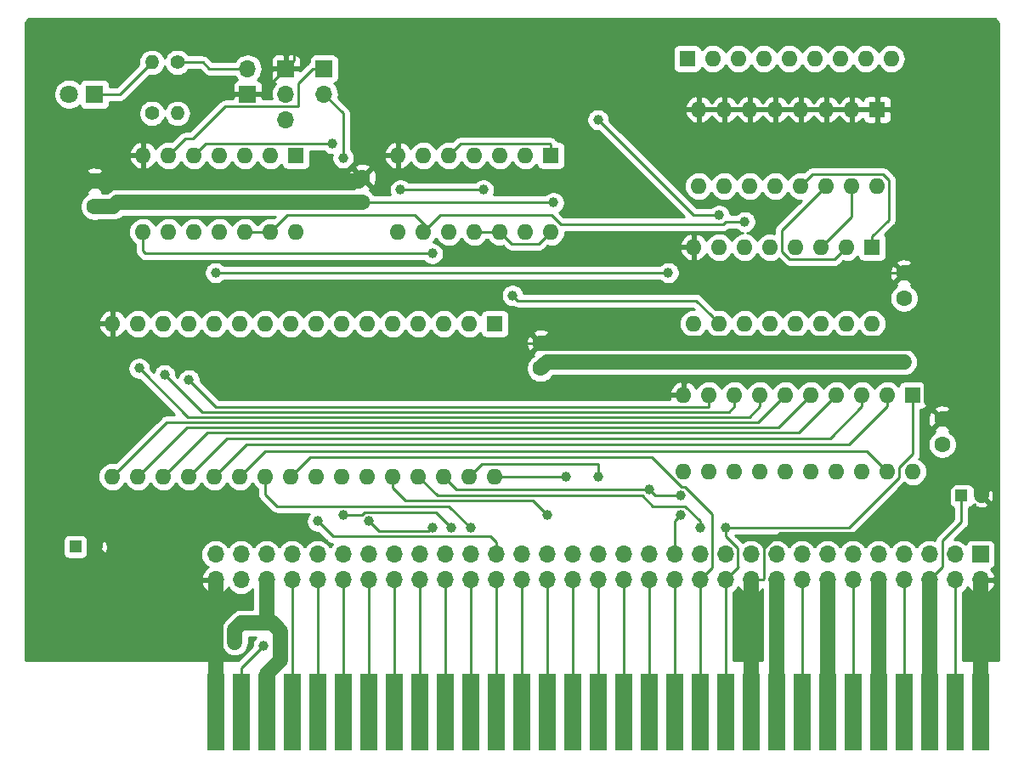
<source format=gbl>
G04 #@! TF.GenerationSoftware,KiCad,Pcbnew,(5.1.4)-1*
G04 #@! TF.CreationDate,2019-10-26T13:29:07-07:00*
G04 #@! TF.ProjectId,XT Prototype Board,58542050-726f-4746-9f74-79706520426f,rev?*
G04 #@! TF.SameCoordinates,Original*
G04 #@! TF.FileFunction,Copper,L2,Bot*
G04 #@! TF.FilePolarity,Positive*
%FSLAX46Y46*%
G04 Gerber Fmt 4.6, Leading zero omitted, Abs format (unit mm)*
G04 Created by KiCad (PCBNEW (5.1.4)-1) date 2019-10-26 13:29:07*
%MOMM*%
%LPD*%
G04 APERTURE LIST*
%ADD10O,1.700000X1.700000*%
%ADD11R,1.700000X1.700000*%
%ADD12O,1.600000X1.600000*%
%ADD13R,1.600000X1.600000*%
%ADD14C,1.600000*%
%ADD15C,1.200000*%
%ADD16R,1.200000X1.200000*%
%ADD17O,1.400000X1.400000*%
%ADD18C,1.400000*%
%ADD19C,1.800000*%
%ADD20R,1.800000X1.800000*%
%ADD21R,1.778000X7.620000*%
%ADD22C,1.000000*%
%ADD23C,0.254000*%
%ADD24C,1.500000*%
G04 APERTURE END LIST*
D10*
X83820000Y-76200000D03*
X83820000Y-73660000D03*
D11*
X83820000Y-71120000D03*
D10*
X87630000Y-73660000D03*
D11*
X87630000Y-71120000D03*
D12*
X142240000Y-96520000D03*
X124460000Y-88900000D03*
X139700000Y-96520000D03*
X127000000Y-88900000D03*
X137160000Y-96520000D03*
X129540000Y-88900000D03*
X134620000Y-96520000D03*
X132080000Y-88900000D03*
X132080000Y-96520000D03*
X134620000Y-88900000D03*
X129540000Y-96520000D03*
X137160000Y-88900000D03*
X127000000Y-96520000D03*
X139700000Y-88900000D03*
X124460000Y-96520000D03*
D13*
X142240000Y-88900000D03*
D14*
X109220000Y-98465000D03*
X109220000Y-100965000D03*
D15*
X153130000Y-113665000D03*
D16*
X151130000Y-113665000D03*
D17*
X70485000Y-70485000D03*
D18*
X70485000Y-75565000D03*
D19*
X62230000Y-73660000D03*
D20*
X64770000Y-73660000D03*
D12*
X142748000Y-82804000D03*
X124968000Y-75184000D03*
X140208000Y-82804000D03*
X127508000Y-75184000D03*
X137668000Y-82804000D03*
X130048000Y-75184000D03*
X135128000Y-82804000D03*
X132588000Y-75184000D03*
X132588000Y-82804000D03*
X135128000Y-75184000D03*
X130048000Y-82804000D03*
X137668000Y-75184000D03*
X127508000Y-82804000D03*
X140208000Y-75184000D03*
X124968000Y-82804000D03*
D13*
X142748000Y-75184000D03*
D12*
X84836000Y-87376000D03*
X69596000Y-79756000D03*
X82296000Y-87376000D03*
X72136000Y-79756000D03*
X79756000Y-87376000D03*
X74676000Y-79756000D03*
X77216000Y-87376000D03*
X77216000Y-79756000D03*
X74676000Y-87376000D03*
X79756000Y-79756000D03*
X72136000Y-87376000D03*
X82296000Y-79756000D03*
X69596000Y-87376000D03*
D13*
X84836000Y-79756000D03*
D12*
X110236000Y-87376000D03*
X94996000Y-79756000D03*
X107696000Y-87376000D03*
X97536000Y-79756000D03*
X105156000Y-87376000D03*
X100076000Y-79756000D03*
X102616000Y-87376000D03*
X102616000Y-79756000D03*
X100076000Y-87376000D03*
X105156000Y-79756000D03*
X97536000Y-87376000D03*
X107696000Y-79756000D03*
X94996000Y-87376000D03*
D13*
X110236000Y-79756000D03*
D12*
X146304000Y-111252000D03*
X123444000Y-103632000D03*
X143764000Y-111252000D03*
X125984000Y-103632000D03*
X141224000Y-111252000D03*
X128524000Y-103632000D03*
X138684000Y-111252000D03*
X131064000Y-103632000D03*
X136144000Y-111252000D03*
X133604000Y-103632000D03*
X133604000Y-111252000D03*
X136144000Y-103632000D03*
X131064000Y-111252000D03*
X138684000Y-103632000D03*
X128524000Y-111252000D03*
X141224000Y-103632000D03*
X125984000Y-111252000D03*
X143764000Y-103632000D03*
X123444000Y-111252000D03*
D13*
X146304000Y-103632000D03*
D12*
X104648000Y-111760000D03*
X66548000Y-96520000D03*
X102108000Y-111760000D03*
X69088000Y-96520000D03*
X99568000Y-111760000D03*
X71628000Y-96520000D03*
X97028000Y-111760000D03*
X74168000Y-96520000D03*
X94488000Y-111760000D03*
X76708000Y-96520000D03*
X91948000Y-111760000D03*
X79248000Y-96520000D03*
X89408000Y-111760000D03*
X81788000Y-96520000D03*
X86868000Y-111760000D03*
X84328000Y-96520000D03*
X84328000Y-111760000D03*
X86868000Y-96520000D03*
X81788000Y-111760000D03*
X89408000Y-96520000D03*
X79248000Y-111760000D03*
X91948000Y-96520000D03*
X76708000Y-111760000D03*
X94488000Y-96520000D03*
X74168000Y-111760000D03*
X97028000Y-96520000D03*
X71628000Y-111760000D03*
X99568000Y-96520000D03*
X69088000Y-111760000D03*
X102108000Y-96520000D03*
X66548000Y-111760000D03*
D13*
X104648000Y-96520000D03*
D12*
X144145000Y-70104000D03*
X141605000Y-70104000D03*
X139065000Y-70104000D03*
X136525000Y-70104000D03*
X133985000Y-70104000D03*
X131445000Y-70104000D03*
X128905000Y-70104000D03*
X126365000Y-70104000D03*
D13*
X123825000Y-70104000D03*
D17*
X73025000Y-75565000D03*
D18*
X73025000Y-70485000D03*
D10*
X80010000Y-71120000D03*
D11*
X80010000Y-73660000D03*
D15*
X64865000Y-118745000D03*
D16*
X62865000Y-118745000D03*
D14*
X91440000Y-81955000D03*
X91440000Y-84455000D03*
X149225000Y-106045000D03*
X149225000Y-108545000D03*
X64770000Y-82336000D03*
X64770000Y-84836000D03*
X145415000Y-91480000D03*
X145415000Y-93980000D03*
D10*
X76835000Y-122047000D03*
X76835000Y-119507000D03*
X79375000Y-122047000D03*
X79375000Y-119507000D03*
X81915000Y-122047000D03*
X81915000Y-119507000D03*
X84455000Y-122047000D03*
X84455000Y-119507000D03*
X86995000Y-122047000D03*
X86995000Y-119507000D03*
X89535000Y-122047000D03*
X89535000Y-119507000D03*
X92075000Y-122047000D03*
X92075000Y-119507000D03*
X94615000Y-122047000D03*
X94615000Y-119507000D03*
X97155000Y-122047000D03*
X97155000Y-119507000D03*
X99695000Y-122047000D03*
X99695000Y-119507000D03*
X102235000Y-122047000D03*
X102235000Y-119507000D03*
X104775000Y-122047000D03*
X104775000Y-119507000D03*
X107315000Y-122047000D03*
X107315000Y-119507000D03*
X109855000Y-122047000D03*
X109855000Y-119507000D03*
X112395000Y-122047000D03*
X112395000Y-119507000D03*
X114935000Y-122047000D03*
X114935000Y-119507000D03*
X117475000Y-122047000D03*
X117475000Y-119507000D03*
X120015000Y-122047000D03*
X120015000Y-119507000D03*
X122555000Y-122047000D03*
X122555000Y-119507000D03*
X125095000Y-122047000D03*
X125095000Y-119507000D03*
X127635000Y-122047000D03*
X127635000Y-119507000D03*
X130175000Y-122047000D03*
X130175000Y-119507000D03*
X132715000Y-122047000D03*
X132715000Y-119507000D03*
X135255000Y-122047000D03*
X135255000Y-119507000D03*
X137795000Y-122047000D03*
X137795000Y-119507000D03*
X140335000Y-122047000D03*
X140335000Y-119507000D03*
X142875000Y-122047000D03*
X142875000Y-119507000D03*
X145415000Y-122047000D03*
X145415000Y-119507000D03*
X147955000Y-122047000D03*
X147955000Y-119507000D03*
X150495000Y-122047000D03*
X150495000Y-119507000D03*
X153035000Y-122047000D03*
D11*
X153035000Y-119507000D03*
D21*
X153035000Y-135255000D03*
X150495000Y-135255000D03*
X147955000Y-135255000D03*
X145415000Y-135255000D03*
X142875000Y-135255000D03*
X140335000Y-135255000D03*
X137795000Y-135255000D03*
X135255000Y-135255000D03*
X132715000Y-135255000D03*
X130175000Y-135255000D03*
X127635000Y-135255000D03*
X125095000Y-135255000D03*
X122555000Y-135255000D03*
X120015000Y-135255000D03*
X117475000Y-135255000D03*
X114935000Y-135255000D03*
X112395000Y-135255000D03*
X109855000Y-135255000D03*
X107315000Y-135255000D03*
X104775000Y-135255000D03*
X102235000Y-135255000D03*
X99695000Y-135255000D03*
X97155000Y-135255000D03*
X94615000Y-135255000D03*
X92075000Y-135255000D03*
X89535000Y-135255000D03*
X86995000Y-135255000D03*
X84455000Y-135255000D03*
X81915000Y-135255000D03*
X79375000Y-135255000D03*
X76835000Y-135255000D03*
D22*
X98425000Y-116840000D03*
X92075000Y-116205000D03*
X100330000Y-116840000D03*
X89535000Y-115570000D03*
X102235000Y-116840000D03*
X86995000Y-116205000D03*
X109855000Y-115570000D03*
X114935000Y-111760000D03*
X120015000Y-113030000D03*
X123190000Y-113665000D03*
X106407000Y-93707000D03*
X123190000Y-115570000D03*
X76835000Y-91440000D03*
X121920000Y-91440000D03*
X58420000Y-120650000D03*
X58420000Y-126365000D03*
X81597500Y-128587500D03*
X78740000Y-127000000D03*
X78740000Y-128270000D03*
X145415000Y-100330000D03*
X77470000Y-84455000D03*
X110490000Y-84455000D03*
X85090000Y-84455000D03*
X111760000Y-111760000D03*
X125095000Y-116840000D03*
X127635000Y-116840000D03*
X69215000Y-100965000D03*
X71755000Y-101600000D03*
X74168000Y-102108000D03*
X129540000Y-86360000D03*
X89535000Y-80010000D03*
X88430001Y-78574999D03*
X88430001Y-78574999D03*
X114935000Y-76200000D03*
X114935000Y-76200000D03*
X127000000Y-85725000D03*
X98425000Y-89535000D03*
X103505000Y-83185000D03*
X95250000Y-83185000D03*
D23*
X92075000Y-116205000D02*
X92075000Y-116205000D01*
X98052009Y-117212991D02*
X98425000Y-116840000D01*
X92075000Y-116205000D02*
X93082991Y-117212991D01*
X93082991Y-117212991D02*
X98052009Y-117212991D01*
X89535000Y-115570000D02*
X89535000Y-115570000D01*
X99830001Y-116340001D02*
X100330000Y-116840000D01*
X98813999Y-115323999D02*
X99830001Y-116340001D01*
X91652119Y-115323999D02*
X98813999Y-115323999D01*
X91406118Y-115570000D02*
X91652119Y-115323999D01*
X89535000Y-115570000D02*
X91406118Y-115570000D01*
X81788000Y-113538000D02*
X81788000Y-111760000D01*
X82938999Y-114688999D02*
X81788000Y-113538000D01*
X102235000Y-116840000D02*
X100083999Y-114688999D01*
X100083999Y-114688999D02*
X82938999Y-114688999D01*
X86995000Y-116205000D02*
X86995000Y-116205000D01*
X86995000Y-116205000D02*
X88511001Y-117721001D01*
X104191082Y-117721001D02*
X101846001Y-117721001D01*
X104775000Y-118304919D02*
X104191082Y-117721001D01*
X104775000Y-119507000D02*
X104775000Y-118304919D01*
X88511001Y-117721001D02*
X101846001Y-117721001D01*
X101846001Y-117721001D02*
X101988999Y-117721001D01*
X94488000Y-112903000D02*
X95758010Y-114173010D01*
X94488000Y-111760000D02*
X94488000Y-112903000D01*
X108458010Y-114173010D02*
X107823010Y-114173010D01*
X109855000Y-115570000D02*
X108458010Y-114173010D01*
X95758010Y-114173010D02*
X107823010Y-114173010D01*
X107823010Y-114173010D02*
X108076990Y-114173010D01*
X103378000Y-110490000D02*
X102108000Y-111760000D01*
X114935000Y-110490000D02*
X103378000Y-110490000D01*
X114935000Y-110490000D02*
X114935000Y-111760000D01*
X100838000Y-113030000D02*
X99568000Y-111760000D01*
X120015000Y-113030000D02*
X100838000Y-113030000D01*
X120650000Y-113665000D02*
X120015000Y-113030000D01*
X123190000Y-113665000D02*
X120650000Y-113665000D01*
X126200001Y-95720001D02*
X127000000Y-96520000D01*
X124686999Y-94206999D02*
X126200001Y-95720001D01*
X106906999Y-94206999D02*
X124686999Y-94206999D01*
X106407000Y-93707000D02*
X106906999Y-94206999D01*
X122555000Y-116205000D02*
X123190000Y-115570000D01*
X122555000Y-119507000D02*
X122555000Y-116205000D01*
X76835000Y-91440000D02*
X97823882Y-91440000D01*
X97823882Y-91440000D02*
X121920000Y-91440000D01*
X121920000Y-91440000D02*
X121920000Y-91440000D01*
D24*
X153035000Y-122047000D02*
X153035000Y-135255000D01*
X130175000Y-122047000D02*
X130175000Y-135255000D01*
X76835000Y-125095000D02*
X69215000Y-125095000D01*
X76835000Y-125095000D02*
X76835000Y-135255000D01*
X76835000Y-122047000D02*
X76835000Y-125095000D01*
X69215000Y-125095000D02*
X68580000Y-125095000D01*
X68580000Y-125095000D02*
X64770000Y-121285000D01*
X64770000Y-121285000D02*
X64770000Y-118110000D01*
X153130000Y-69310000D02*
X151130000Y-67310000D01*
X64770000Y-82336000D02*
X63638630Y-82336000D01*
X152995000Y-91480000D02*
X153130000Y-91345000D01*
X145415000Y-91480000D02*
X152995000Y-91480000D01*
X153035000Y-106045000D02*
X153130000Y-106140000D01*
X149225000Y-106045000D02*
X153035000Y-106045000D01*
X91059000Y-82336000D02*
X91440000Y-81955000D01*
X152995000Y-98465000D02*
X109220000Y-98465000D01*
X153130000Y-98330000D02*
X152995000Y-98465000D01*
X153130000Y-98330000D02*
X153130000Y-91345000D01*
X153130000Y-106140000D02*
X153130000Y-98330000D01*
X64770000Y-82336000D02*
X69636000Y-82336000D01*
D23*
X69596000Y-82296000D02*
X69636000Y-82336000D01*
X69596000Y-79756000D02*
X69596000Y-82296000D01*
D24*
X69636000Y-82336000D02*
X80859000Y-82336000D01*
X80859000Y-82336000D02*
X91059000Y-82336000D01*
D23*
X81280000Y-73660000D02*
X83820000Y-71120000D01*
X80010000Y-73660000D02*
X81280000Y-73660000D01*
X84669999Y-67524999D02*
X84455000Y-67310000D01*
X84669999Y-70270001D02*
X84669999Y-67524999D01*
X83820000Y-71120000D02*
X84669999Y-70270001D01*
D24*
X84455000Y-67310000D02*
X151130000Y-67310000D01*
D23*
X152781000Y-75184000D02*
X142748000Y-75184000D01*
X153130000Y-74835000D02*
X152781000Y-75184000D01*
D24*
X153130000Y-74835000D02*
X153130000Y-69310000D01*
X153130000Y-91345000D02*
X153130000Y-74835000D01*
D23*
X141694000Y-75184000D02*
X140208000Y-75184000D01*
X142748000Y-75184000D02*
X141694000Y-75184000D01*
X139076630Y-75184000D02*
X137668000Y-75184000D01*
X140208000Y-75184000D02*
X139076630Y-75184000D01*
X136536630Y-75184000D02*
X135128000Y-75184000D01*
X137668000Y-75184000D02*
X136536630Y-75184000D01*
X133996630Y-75184000D02*
X132588000Y-75184000D01*
X135128000Y-75184000D02*
X133996630Y-75184000D01*
X131456630Y-75184000D02*
X130048000Y-75184000D01*
X132588000Y-75184000D02*
X131456630Y-75184000D01*
X127508000Y-75184000D02*
X130048000Y-75184000D01*
X124968000Y-75184000D02*
X127508000Y-75184000D01*
X145415000Y-91480000D02*
X125770000Y-91480000D01*
X124460000Y-90170000D02*
X124460000Y-88900000D01*
X125770000Y-91480000D02*
X124460000Y-90170000D01*
X109220000Y-98465000D02*
X66715000Y-98465000D01*
X66548000Y-98298000D02*
X66548000Y-96520000D01*
X66715000Y-98465000D02*
X66548000Y-98298000D01*
X147485001Y-102527199D02*
X147192802Y-102235000D01*
X149225000Y-106045000D02*
X147485001Y-104305001D01*
X147485001Y-104305001D02*
X147485001Y-102527199D01*
X123825000Y-102235000D02*
X123444000Y-102616000D01*
X123444000Y-102616000D02*
X123444000Y-103632000D01*
X147192802Y-102235000D02*
X123825000Y-102235000D01*
X131483999Y-118916119D02*
X133052108Y-117348010D01*
X131377081Y-122047000D02*
X131483999Y-121940082D01*
X131483999Y-121940082D02*
X131483999Y-118916119D01*
X130175000Y-122047000D02*
X131377081Y-122047000D01*
X145561188Y-117348010D02*
X150609198Y-112300000D01*
X133052108Y-117348010D02*
X145561188Y-117348010D01*
D24*
X153130000Y-112300000D02*
X153130000Y-106140000D01*
D23*
X150609198Y-112300000D02*
X153130000Y-112300000D01*
D24*
X153130000Y-113665000D02*
X153130000Y-112300000D01*
X60325999Y-76835999D02*
X59690000Y-76200000D01*
X59690000Y-68580000D02*
X60960000Y-67310000D01*
X59690000Y-76200000D02*
X59690000Y-68580000D01*
X60960000Y-67310000D02*
X84455000Y-67310000D01*
X60539000Y-82336000D02*
X60325999Y-82549001D01*
X63638630Y-82336000D02*
X60539000Y-82336000D01*
X60325999Y-82549001D02*
X60325999Y-76835999D01*
X64865000Y-117570000D02*
X64865000Y-118745000D01*
X60325999Y-82549001D02*
X60325999Y-113030999D01*
X60325999Y-113030999D02*
X64865000Y-117570000D01*
D23*
X79375000Y-130810000D02*
X79375000Y-135255000D01*
X81597500Y-128587500D02*
X79375000Y-130810000D01*
X81915000Y-122047000D02*
X81915000Y-121328882D01*
D24*
X147955000Y-122047000D02*
X147955000Y-135255000D01*
X81915000Y-126365000D02*
X79375000Y-126365000D01*
X81915000Y-122047000D02*
X81915000Y-126365000D01*
X79375000Y-126365000D02*
X78740000Y-127000000D01*
X78740000Y-127000000D02*
X78740000Y-127000000D01*
X78740000Y-127000000D02*
X78740000Y-128270000D01*
X78740000Y-128270000D02*
X78740000Y-128270000D01*
D23*
X147955000Y-122047000D02*
X149263999Y-120738001D01*
X149263999Y-120738001D02*
X149263999Y-118148999D01*
X151130000Y-116282998D02*
X151130000Y-113665000D01*
X149263999Y-118148999D02*
X151130000Y-116282998D01*
D24*
X66631350Y-84836000D02*
X64770000Y-84836000D01*
X67012350Y-84455000D02*
X66631350Y-84836000D01*
X109855000Y-100330000D02*
X109220000Y-100965000D01*
X145415000Y-100330000D02*
X109855000Y-100330000D01*
X84455000Y-84455000D02*
X85090000Y-84455000D01*
X67012350Y-84455000D02*
X77470000Y-84455000D01*
D23*
X84836000Y-84836000D02*
X84455000Y-84455000D01*
D24*
X77470000Y-84455000D02*
X84455000Y-84455000D01*
D23*
X91440000Y-84455000D02*
X102235000Y-84455000D01*
X102616000Y-87376000D02*
X105156000Y-87376000D01*
X109436001Y-88175999D02*
X110236000Y-87376000D01*
X109054999Y-88557001D02*
X109436001Y-88175999D01*
X106337001Y-88557001D02*
X109054999Y-88557001D01*
X105156000Y-87376000D02*
X106337001Y-88557001D01*
X109220000Y-111760000D02*
X104648000Y-111760000D01*
X102235000Y-84455000D02*
X110490000Y-84455000D01*
X110490000Y-84455000D02*
X110490000Y-84455000D01*
D24*
X85090000Y-84455000D02*
X91440000Y-84455000D01*
D23*
X109220000Y-111760000D02*
X111760000Y-111760000D01*
D24*
X81915000Y-126365000D02*
X82550000Y-126365000D01*
X82550000Y-126365000D02*
X83323990Y-127138990D01*
X83323990Y-127138990D02*
X83323990Y-130036010D01*
X81915000Y-131445000D02*
X81915000Y-135255000D01*
X83323990Y-130036010D02*
X81915000Y-131445000D01*
D23*
X84455000Y-122047000D02*
X84455000Y-135255000D01*
X86995000Y-122047000D02*
X86995000Y-135255000D01*
X89535000Y-122047000D02*
X89535000Y-135255000D01*
X92075000Y-122047000D02*
X92075000Y-135255000D01*
X94615000Y-122047000D02*
X94615000Y-135255000D01*
X97155000Y-122047000D02*
X97155000Y-135255000D01*
X99695000Y-122047000D02*
X99695000Y-135255000D01*
X102235000Y-122047000D02*
X102235000Y-135255000D01*
X104775000Y-122047000D02*
X104775000Y-135255000D01*
X107315000Y-122047000D02*
X107315000Y-135255000D01*
X109855000Y-122047000D02*
X109855000Y-135255000D01*
X112395000Y-122047000D02*
X112395000Y-135255000D01*
X114935000Y-122047000D02*
X114935000Y-135255000D01*
X117475000Y-122047000D02*
X117475000Y-135255000D01*
X120015000Y-122047000D02*
X120015000Y-135255000D01*
X122555000Y-122047000D02*
X122555000Y-135255000D01*
X125095000Y-122047000D02*
X125095000Y-135255000D01*
X125944999Y-121197001D02*
X125095000Y-122047000D01*
X126326001Y-120815999D02*
X125944999Y-121197001D01*
X126326001Y-115497119D02*
X126326001Y-120815999D01*
X123612881Y-112783999D02*
X126326001Y-115497119D01*
X123228117Y-112783999D02*
X123612881Y-112783999D01*
X120299118Y-109855000D02*
X123228117Y-112783999D01*
X86233000Y-109855000D02*
X120299118Y-109855000D01*
X84328000Y-111760000D02*
X86233000Y-109855000D01*
X127635000Y-122047000D02*
X127635000Y-135255000D01*
X146304000Y-109504118D02*
X144945001Y-110863117D01*
X144945001Y-110863117D02*
X144945001Y-111818881D01*
X146304000Y-103632000D02*
X146304000Y-109504118D01*
X97028000Y-111760000D02*
X98933000Y-113665000D01*
X98933000Y-113665000D02*
X106045000Y-113665000D01*
X123612881Y-114688999D02*
X125095000Y-116171118D01*
X120370117Y-114688999D02*
X123612881Y-114688999D01*
X106045000Y-113665000D02*
X119346118Y-113665000D01*
X119346118Y-113665000D02*
X120370117Y-114688999D01*
X125095000Y-116171118D02*
X125095000Y-116840000D01*
X125095000Y-116840000D02*
X125095000Y-116840000D01*
X128866001Y-120815999D02*
X128651000Y-121031000D01*
X128866001Y-118916119D02*
X128866001Y-120815999D01*
X127635000Y-117685118D02*
X128866001Y-118916119D01*
X127635000Y-116840000D02*
X127635000Y-117685118D01*
X128943999Y-120738001D02*
X128651000Y-121031000D01*
X128651000Y-121031000D02*
X127635000Y-122047000D01*
X139923882Y-116840000D02*
X144945001Y-111818881D01*
X127635000Y-116840000D02*
X139923882Y-116840000D01*
D24*
X132715000Y-122047000D02*
X132715000Y-135255000D01*
D23*
X135255000Y-122047000D02*
X135255000Y-135255000D01*
D24*
X137795000Y-122047000D02*
X137795000Y-135255000D01*
D23*
X140335000Y-122047000D02*
X140335000Y-135255000D01*
D24*
X142875000Y-122047000D02*
X142875000Y-135255000D01*
D23*
X145415000Y-122047000D02*
X145415000Y-135255000D01*
X150495000Y-122047000D02*
X150495000Y-135255000D01*
X140208000Y-85852000D02*
X137160000Y-88900000D01*
X140208000Y-82804000D02*
X140208000Y-85852000D01*
X138900001Y-89699999D02*
X139700000Y-88900000D01*
X138518999Y-90081001D02*
X138900001Y-89699999D01*
X134053119Y-90081001D02*
X138518999Y-90081001D01*
X133261001Y-89288883D02*
X134053119Y-90081001D01*
X133261001Y-87210999D02*
X133261001Y-89288883D01*
X137668000Y-82804000D02*
X133261001Y-87210999D01*
X142240000Y-87846000D02*
X142240000Y-88900000D01*
X143929001Y-86156999D02*
X142240000Y-87846000D01*
X143929001Y-82237119D02*
X143929001Y-86156999D01*
X143314881Y-81622999D02*
X143929001Y-82237119D01*
X136309001Y-81622999D02*
X143314881Y-81622999D01*
X135128000Y-82804000D02*
X136309001Y-81622999D01*
X69714999Y-101464999D02*
X69215000Y-100965000D01*
X74079020Y-105829020D02*
X69714999Y-101464999D01*
X129998350Y-105829020D02*
X74079020Y-105829020D01*
X131064000Y-104763370D02*
X129998350Y-105829020D01*
X131064000Y-103632000D02*
X131064000Y-104763370D01*
X72254999Y-102099999D02*
X71755000Y-101600000D01*
X75476010Y-105321010D02*
X72254999Y-102099999D01*
X127966360Y-105321010D02*
X75476010Y-105321010D01*
X128524000Y-104763370D02*
X127966360Y-105321010D01*
X128524000Y-103632000D02*
X128524000Y-104763370D01*
X74667999Y-102607999D02*
X74168000Y-102108000D01*
X76873001Y-104813001D02*
X74667999Y-102607999D01*
X125934369Y-104813001D02*
X76873001Y-104813001D01*
X125984000Y-104763370D02*
X125934369Y-104813001D01*
X125984000Y-103632000D02*
X125984000Y-104763370D01*
X79248000Y-111760000D02*
X81788000Y-109220000D01*
X141732000Y-109220000D02*
X143764000Y-111252000D01*
X81788000Y-109220000D02*
X141732000Y-109220000D01*
X77793117Y-74891001D02*
X74579118Y-78105000D01*
X84974801Y-74891001D02*
X77793117Y-74891001D01*
X85051001Y-74814801D02*
X84974801Y-74891001D01*
X85051001Y-72594999D02*
X85051001Y-74814801D01*
X87630000Y-71120000D02*
X86526000Y-71120000D01*
X86526000Y-71120000D02*
X85051001Y-72594999D01*
X73787000Y-78105000D02*
X72136000Y-79756000D01*
X74579118Y-78105000D02*
X73787000Y-78105000D01*
X79883000Y-108585000D02*
X76708000Y-111760000D01*
X139942370Y-108585000D02*
X79883000Y-108585000D01*
X143764000Y-103632000D02*
X143764000Y-104763370D01*
X143764000Y-104763370D02*
X139942370Y-108585000D01*
X77978000Y-107950000D02*
X74168000Y-111760000D01*
X138037370Y-107950000D02*
X77978000Y-107950000D01*
X141224000Y-103632000D02*
X141224000Y-104763370D01*
X141224000Y-104763370D02*
X138037370Y-107950000D01*
X76034950Y-107353050D02*
X71628000Y-111760000D01*
X138684000Y-103632000D02*
X134962950Y-107353050D01*
X134962950Y-107353050D02*
X76034950Y-107353050D01*
X132930960Y-106845040D02*
X136144000Y-103632000D01*
X69088000Y-111760000D02*
X74002960Y-106845040D01*
X74002960Y-106845040D02*
X132930960Y-106845040D01*
X71970970Y-106337030D02*
X66548000Y-111760000D01*
X133604000Y-103632000D02*
X130898970Y-106337030D01*
X130898970Y-106337030D02*
X71970970Y-106337030D01*
X111213883Y-86606001D02*
X110332882Y-85725000D01*
X127422881Y-86606001D02*
X111213883Y-86606001D01*
X129540000Y-86360000D02*
X127668882Y-86360000D01*
X127668882Y-86360000D02*
X127422881Y-86606001D01*
X99187000Y-85725000D02*
X97917000Y-86995000D01*
X110332882Y-85725000D02*
X99187000Y-85725000D01*
X83095999Y-86576001D02*
X82296000Y-87376000D01*
X83947000Y-85725000D02*
X83095999Y-86576001D01*
X96647000Y-85725000D02*
X83947000Y-85725000D01*
X97917000Y-86995000D02*
X96647000Y-85725000D01*
X79756000Y-87376000D02*
X82296000Y-87376000D01*
X89535000Y-75565000D02*
X87630000Y-73660000D01*
X89535000Y-80010000D02*
X89535000Y-75565000D01*
X75857001Y-78574999D02*
X74676000Y-79756000D01*
X88430001Y-78574999D02*
X75857001Y-78574999D01*
X100875999Y-78956001D02*
X100076000Y-79756000D01*
X101257001Y-78574999D02*
X100875999Y-78956001D01*
X110108999Y-78574999D02*
X101257001Y-78574999D01*
X110236000Y-78702000D02*
X110108999Y-78574999D01*
X110236000Y-79756000D02*
X110236000Y-78702000D01*
X67310000Y-73660000D02*
X70485000Y-70485000D01*
X64770000Y-73660000D02*
X67310000Y-73660000D01*
X76200000Y-71120000D02*
X75565000Y-70485000D01*
X80010000Y-71120000D02*
X76200000Y-71120000D01*
X124460000Y-85725000D02*
X114935000Y-76200000D01*
X127000000Y-85725000D02*
X124460000Y-85725000D01*
X75565000Y-70485000D02*
X73025000Y-70485000D01*
X69596000Y-87376000D02*
X69596000Y-89281000D01*
X69596000Y-89281000D02*
X69850000Y-89535000D01*
X69850000Y-89535000D02*
X98425000Y-89535000D01*
X98425000Y-89535000D02*
X98425000Y-89535000D01*
X103505000Y-83185000D02*
X95250000Y-83185000D01*
X95250000Y-83185000D02*
X95250000Y-83185000D01*
G36*
X154545041Y-66174832D02*
G01*
X154699530Y-66361577D01*
X154813000Y-66571438D01*
X154813000Y-130048000D01*
X151257000Y-130048000D01*
X151257000Y-123323526D01*
X151324014Y-123287706D01*
X151550134Y-123102134D01*
X151735706Y-122876014D01*
X151770201Y-122811477D01*
X151839822Y-122928355D01*
X152034731Y-123144588D01*
X152268080Y-123318641D01*
X152530901Y-123443825D01*
X152678110Y-123488476D01*
X152908000Y-123367155D01*
X152908000Y-122174000D01*
X153162000Y-122174000D01*
X153162000Y-123367155D01*
X153391890Y-123488476D01*
X153539099Y-123443825D01*
X153801920Y-123318641D01*
X154035269Y-123144588D01*
X154230178Y-122928355D01*
X154379157Y-122678252D01*
X154476481Y-122403891D01*
X154355814Y-122174000D01*
X153162000Y-122174000D01*
X152908000Y-122174000D01*
X152888000Y-122174000D01*
X152888000Y-121920000D01*
X152908000Y-121920000D01*
X152908000Y-121900000D01*
X153162000Y-121900000D01*
X153162000Y-121920000D01*
X154355814Y-121920000D01*
X154476481Y-121690109D01*
X154379157Y-121415748D01*
X154230178Y-121165645D01*
X154053374Y-120969498D01*
X154129180Y-120946502D01*
X154239494Y-120887537D01*
X154336185Y-120808185D01*
X154415537Y-120711494D01*
X154474502Y-120601180D01*
X154510812Y-120481482D01*
X154523072Y-120357000D01*
X154523072Y-118657000D01*
X154510812Y-118532518D01*
X154474502Y-118412820D01*
X154415537Y-118302506D01*
X154336185Y-118205815D01*
X154239494Y-118126463D01*
X154129180Y-118067498D01*
X154009482Y-118031188D01*
X153885000Y-118018928D01*
X152185000Y-118018928D01*
X152060518Y-118031188D01*
X151940820Y-118067498D01*
X151830506Y-118126463D01*
X151733815Y-118205815D01*
X151654463Y-118302506D01*
X151595498Y-118412820D01*
X151574607Y-118481687D01*
X151550134Y-118451866D01*
X151324014Y-118266294D01*
X151066034Y-118128401D01*
X150786111Y-118043487D01*
X150567950Y-118022000D01*
X150468628Y-118022000D01*
X151642353Y-116848276D01*
X151671422Y-116824420D01*
X151719864Y-116765393D01*
X151766645Y-116708391D01*
X151837401Y-116576014D01*
X151837402Y-116576013D01*
X151880974Y-116432376D01*
X151892000Y-116320424D01*
X151892000Y-116320421D01*
X151895686Y-116282998D01*
X151892000Y-116245575D01*
X151892000Y-114879431D01*
X151974180Y-114854502D01*
X152084494Y-114795537D01*
X152181185Y-114716185D01*
X152260537Y-114619494D01*
X152284858Y-114573994D01*
X152342736Y-114631872D01*
X152459842Y-114514766D01*
X152507148Y-114738348D01*
X152728516Y-114839237D01*
X152965313Y-114895000D01*
X153208438Y-114903495D01*
X153448549Y-114864395D01*
X153676418Y-114779202D01*
X153752852Y-114738348D01*
X153800159Y-114514764D01*
X153130000Y-113844605D01*
X153115858Y-113858748D01*
X152936253Y-113679143D01*
X152950395Y-113665000D01*
X153309605Y-113665000D01*
X153979764Y-114335159D01*
X154203348Y-114287852D01*
X154304237Y-114066484D01*
X154360000Y-113829687D01*
X154368495Y-113586562D01*
X154329395Y-113346451D01*
X154244202Y-113118582D01*
X154203348Y-113042148D01*
X153979764Y-112994841D01*
X153309605Y-113665000D01*
X152950395Y-113665000D01*
X152936253Y-113650858D01*
X153115858Y-113471253D01*
X153130000Y-113485395D01*
X153800159Y-112815236D01*
X153752852Y-112591652D01*
X153531484Y-112490763D01*
X153294687Y-112435000D01*
X153051562Y-112426505D01*
X152811451Y-112465605D01*
X152583582Y-112550798D01*
X152507148Y-112591652D01*
X152459842Y-112815234D01*
X152342736Y-112698128D01*
X152284858Y-112756006D01*
X152260537Y-112710506D01*
X152181185Y-112613815D01*
X152084494Y-112534463D01*
X151974180Y-112475498D01*
X151854482Y-112439188D01*
X151730000Y-112426928D01*
X150530000Y-112426928D01*
X150405518Y-112439188D01*
X150285820Y-112475498D01*
X150175506Y-112534463D01*
X150078815Y-112613815D01*
X149999463Y-112710506D01*
X149940498Y-112820820D01*
X149904188Y-112940518D01*
X149891928Y-113065000D01*
X149891928Y-114265000D01*
X149904188Y-114389482D01*
X149940498Y-114509180D01*
X149999463Y-114619494D01*
X150078815Y-114716185D01*
X150175506Y-114795537D01*
X150285820Y-114854502D01*
X150368001Y-114879431D01*
X150368000Y-115967367D01*
X148751648Y-117583720D01*
X148722578Y-117607577D01*
X148698721Y-117636647D01*
X148698720Y-117636648D01*
X148627354Y-117723607D01*
X148556598Y-117855984D01*
X148513026Y-117999621D01*
X148501087Y-118120833D01*
X148246111Y-118043487D01*
X148027950Y-118022000D01*
X147882050Y-118022000D01*
X147663889Y-118043487D01*
X147383966Y-118128401D01*
X147125986Y-118266294D01*
X146899866Y-118451866D01*
X146714294Y-118677986D01*
X146685000Y-118732791D01*
X146655706Y-118677986D01*
X146470134Y-118451866D01*
X146244014Y-118266294D01*
X145986034Y-118128401D01*
X145706111Y-118043487D01*
X145487950Y-118022000D01*
X145342050Y-118022000D01*
X145123889Y-118043487D01*
X144843966Y-118128401D01*
X144585986Y-118266294D01*
X144359866Y-118451866D01*
X144174294Y-118677986D01*
X144145000Y-118732791D01*
X144115706Y-118677986D01*
X143930134Y-118451866D01*
X143704014Y-118266294D01*
X143446034Y-118128401D01*
X143166111Y-118043487D01*
X142947950Y-118022000D01*
X142802050Y-118022000D01*
X142583889Y-118043487D01*
X142303966Y-118128401D01*
X142045986Y-118266294D01*
X141819866Y-118451866D01*
X141634294Y-118677986D01*
X141605000Y-118732791D01*
X141575706Y-118677986D01*
X141390134Y-118451866D01*
X141164014Y-118266294D01*
X140906034Y-118128401D01*
X140626111Y-118043487D01*
X140407950Y-118022000D01*
X140262050Y-118022000D01*
X140043889Y-118043487D01*
X139763966Y-118128401D01*
X139505986Y-118266294D01*
X139279866Y-118451866D01*
X139094294Y-118677986D01*
X139065000Y-118732791D01*
X139035706Y-118677986D01*
X138850134Y-118451866D01*
X138624014Y-118266294D01*
X138366034Y-118128401D01*
X138086111Y-118043487D01*
X137867950Y-118022000D01*
X137722050Y-118022000D01*
X137503889Y-118043487D01*
X137223966Y-118128401D01*
X136965986Y-118266294D01*
X136739866Y-118451866D01*
X136554294Y-118677986D01*
X136525000Y-118732791D01*
X136495706Y-118677986D01*
X136310134Y-118451866D01*
X136084014Y-118266294D01*
X135826034Y-118128401D01*
X135546111Y-118043487D01*
X135327950Y-118022000D01*
X135182050Y-118022000D01*
X134963889Y-118043487D01*
X134683966Y-118128401D01*
X134425986Y-118266294D01*
X134199866Y-118451866D01*
X134014294Y-118677986D01*
X133985000Y-118732791D01*
X133955706Y-118677986D01*
X133770134Y-118451866D01*
X133544014Y-118266294D01*
X133286034Y-118128401D01*
X133006111Y-118043487D01*
X132787950Y-118022000D01*
X132642050Y-118022000D01*
X132423889Y-118043487D01*
X132143966Y-118128401D01*
X131885986Y-118266294D01*
X131659866Y-118451866D01*
X131474294Y-118677986D01*
X131445000Y-118732791D01*
X131415706Y-118677986D01*
X131230134Y-118451866D01*
X131004014Y-118266294D01*
X130746034Y-118128401D01*
X130466111Y-118043487D01*
X130247950Y-118022000D01*
X130102050Y-118022000D01*
X129883889Y-118043487D01*
X129603966Y-118128401D01*
X129345986Y-118266294D01*
X129317327Y-118289814D01*
X128629512Y-117602000D01*
X139886459Y-117602000D01*
X139923882Y-117605686D01*
X139961305Y-117602000D01*
X139961308Y-117602000D01*
X140073260Y-117590974D01*
X140216897Y-117547402D01*
X140349274Y-117476645D01*
X140465304Y-117381422D01*
X140489166Y-117352346D01*
X145441208Y-112400304D01*
X145502899Y-112450932D01*
X145752192Y-112584182D01*
X146022691Y-112666236D01*
X146233508Y-112687000D01*
X146374492Y-112687000D01*
X146585309Y-112666236D01*
X146855808Y-112584182D01*
X147105101Y-112450932D01*
X147323608Y-112271608D01*
X147502932Y-112053101D01*
X147636182Y-111803808D01*
X147718236Y-111533309D01*
X147745943Y-111252000D01*
X147718236Y-110970691D01*
X147636182Y-110700192D01*
X147502932Y-110450899D01*
X147323608Y-110232392D01*
X147105101Y-110053068D01*
X146920306Y-109954293D01*
X146924996Y-109948579D01*
X146940645Y-109929511D01*
X147011401Y-109797134D01*
X147011402Y-109797133D01*
X147054974Y-109653496D01*
X147066000Y-109541544D01*
X147066000Y-109541541D01*
X147069686Y-109504118D01*
X147066000Y-109466695D01*
X147066000Y-108403665D01*
X147790000Y-108403665D01*
X147790000Y-108686335D01*
X147845147Y-108963574D01*
X147953320Y-109224727D01*
X148110363Y-109459759D01*
X148310241Y-109659637D01*
X148545273Y-109816680D01*
X148806426Y-109924853D01*
X149083665Y-109980000D01*
X149366335Y-109980000D01*
X149643574Y-109924853D01*
X149904727Y-109816680D01*
X150139759Y-109659637D01*
X150339637Y-109459759D01*
X150496680Y-109224727D01*
X150604853Y-108963574D01*
X150660000Y-108686335D01*
X150660000Y-108403665D01*
X150604853Y-108126426D01*
X150496680Y-107865273D01*
X150339637Y-107630241D01*
X150139759Y-107430363D01*
X149939131Y-107296308D01*
X149966514Y-107281671D01*
X150038097Y-107037702D01*
X149225000Y-106224605D01*
X148411903Y-107037702D01*
X148483486Y-107281671D01*
X148512341Y-107295324D01*
X148310241Y-107430363D01*
X148110363Y-107630241D01*
X147953320Y-107865273D01*
X147845147Y-108126426D01*
X147790000Y-108403665D01*
X147066000Y-108403665D01*
X147066000Y-106115512D01*
X147784783Y-106115512D01*
X147826213Y-106395130D01*
X147921397Y-106661292D01*
X147988329Y-106786514D01*
X148232298Y-106858097D01*
X149045395Y-106045000D01*
X149404605Y-106045000D01*
X150217702Y-106858097D01*
X150461671Y-106786514D01*
X150582571Y-106531004D01*
X150651300Y-106256816D01*
X150665217Y-105974488D01*
X150623787Y-105694870D01*
X150528603Y-105428708D01*
X150461671Y-105303486D01*
X150217702Y-105231903D01*
X149404605Y-106045000D01*
X149045395Y-106045000D01*
X148232298Y-105231903D01*
X147988329Y-105303486D01*
X147867429Y-105558996D01*
X147798700Y-105833184D01*
X147784783Y-106115512D01*
X147066000Y-106115512D01*
X147066000Y-105070072D01*
X147104000Y-105070072D01*
X147228482Y-105057812D01*
X147246659Y-105052298D01*
X148411903Y-105052298D01*
X149225000Y-105865395D01*
X150038097Y-105052298D01*
X149966514Y-104808329D01*
X149711004Y-104687429D01*
X149436816Y-104618700D01*
X149154488Y-104604783D01*
X148874870Y-104646213D01*
X148608708Y-104741397D01*
X148483486Y-104808329D01*
X148411903Y-105052298D01*
X147246659Y-105052298D01*
X147348180Y-105021502D01*
X147458494Y-104962537D01*
X147555185Y-104883185D01*
X147634537Y-104786494D01*
X147693502Y-104676180D01*
X147729812Y-104556482D01*
X147742072Y-104432000D01*
X147742072Y-102832000D01*
X147729812Y-102707518D01*
X147693502Y-102587820D01*
X147634537Y-102477506D01*
X147555185Y-102380815D01*
X147458494Y-102301463D01*
X147348180Y-102242498D01*
X147228482Y-102206188D01*
X147104000Y-102193928D01*
X145504000Y-102193928D01*
X145379518Y-102206188D01*
X145259820Y-102242498D01*
X145149506Y-102301463D01*
X145052815Y-102380815D01*
X144973463Y-102477506D01*
X144914498Y-102587820D01*
X144878188Y-102707518D01*
X144876419Y-102725482D01*
X144783608Y-102612392D01*
X144565101Y-102433068D01*
X144315808Y-102299818D01*
X144045309Y-102217764D01*
X143834492Y-102197000D01*
X143693508Y-102197000D01*
X143482691Y-102217764D01*
X143212192Y-102299818D01*
X142962899Y-102433068D01*
X142744392Y-102612392D01*
X142565068Y-102830899D01*
X142494000Y-102963858D01*
X142422932Y-102830899D01*
X142243608Y-102612392D01*
X142025101Y-102433068D01*
X141775808Y-102299818D01*
X141505309Y-102217764D01*
X141294492Y-102197000D01*
X141153508Y-102197000D01*
X140942691Y-102217764D01*
X140672192Y-102299818D01*
X140422899Y-102433068D01*
X140204392Y-102612392D01*
X140025068Y-102830899D01*
X139954000Y-102963858D01*
X139882932Y-102830899D01*
X139703608Y-102612392D01*
X139485101Y-102433068D01*
X139235808Y-102299818D01*
X138965309Y-102217764D01*
X138754492Y-102197000D01*
X138613508Y-102197000D01*
X138402691Y-102217764D01*
X138132192Y-102299818D01*
X137882899Y-102433068D01*
X137664392Y-102612392D01*
X137485068Y-102830899D01*
X137414000Y-102963858D01*
X137342932Y-102830899D01*
X137163608Y-102612392D01*
X136945101Y-102433068D01*
X136695808Y-102299818D01*
X136425309Y-102217764D01*
X136214492Y-102197000D01*
X136073508Y-102197000D01*
X135862691Y-102217764D01*
X135592192Y-102299818D01*
X135342899Y-102433068D01*
X135124392Y-102612392D01*
X134945068Y-102830899D01*
X134874000Y-102963858D01*
X134802932Y-102830899D01*
X134623608Y-102612392D01*
X134405101Y-102433068D01*
X134155808Y-102299818D01*
X133885309Y-102217764D01*
X133674492Y-102197000D01*
X133533508Y-102197000D01*
X133322691Y-102217764D01*
X133052192Y-102299818D01*
X132802899Y-102433068D01*
X132584392Y-102612392D01*
X132405068Y-102830899D01*
X132334000Y-102963858D01*
X132262932Y-102830899D01*
X132083608Y-102612392D01*
X131865101Y-102433068D01*
X131615808Y-102299818D01*
X131345309Y-102217764D01*
X131134492Y-102197000D01*
X130993508Y-102197000D01*
X130782691Y-102217764D01*
X130512192Y-102299818D01*
X130262899Y-102433068D01*
X130044392Y-102612392D01*
X129865068Y-102830899D01*
X129794000Y-102963858D01*
X129722932Y-102830899D01*
X129543608Y-102612392D01*
X129325101Y-102433068D01*
X129075808Y-102299818D01*
X128805309Y-102217764D01*
X128594492Y-102197000D01*
X128453508Y-102197000D01*
X128242691Y-102217764D01*
X127972192Y-102299818D01*
X127722899Y-102433068D01*
X127504392Y-102612392D01*
X127325068Y-102830899D01*
X127254000Y-102963858D01*
X127182932Y-102830899D01*
X127003608Y-102612392D01*
X126785101Y-102433068D01*
X126535808Y-102299818D01*
X126265309Y-102217764D01*
X126054492Y-102197000D01*
X125913508Y-102197000D01*
X125702691Y-102217764D01*
X125432192Y-102299818D01*
X125182899Y-102433068D01*
X124964392Y-102612392D01*
X124785068Y-102830899D01*
X124711421Y-102968682D01*
X124596385Y-102776869D01*
X124407414Y-102568481D01*
X124181420Y-102400963D01*
X123927087Y-102280754D01*
X123793039Y-102240096D01*
X123571000Y-102362085D01*
X123571000Y-103505000D01*
X123591000Y-103505000D01*
X123591000Y-103759000D01*
X123571000Y-103759000D01*
X123571000Y-103779000D01*
X123317000Y-103779000D01*
X123317000Y-103759000D01*
X122173376Y-103759000D01*
X122052091Y-103981040D01*
X122077144Y-104051001D01*
X77188632Y-104051001D01*
X76420591Y-103282960D01*
X122052091Y-103282960D01*
X122173376Y-103505000D01*
X123317000Y-103505000D01*
X123317000Y-102362085D01*
X123094961Y-102240096D01*
X122960913Y-102280754D01*
X122706580Y-102400963D01*
X122480586Y-102568481D01*
X122291615Y-102776869D01*
X122146930Y-103018119D01*
X122052091Y-103282960D01*
X76420591Y-103282960D01*
X75303000Y-102165370D01*
X75303000Y-101996212D01*
X75259383Y-101776933D01*
X75173824Y-101570376D01*
X75049612Y-101384480D01*
X74891520Y-101226388D01*
X74705624Y-101102176D01*
X74499067Y-101016617D01*
X74279788Y-100973000D01*
X74056212Y-100973000D01*
X73836933Y-101016617D01*
X73630376Y-101102176D01*
X73444480Y-101226388D01*
X73286388Y-101384480D01*
X73162176Y-101570376D01*
X73076617Y-101776933D01*
X73065492Y-101832862D01*
X72890000Y-101657370D01*
X72890000Y-101488212D01*
X72846383Y-101268933D01*
X72760824Y-101062376D01*
X72636612Y-100876480D01*
X72583797Y-100823665D01*
X107785000Y-100823665D01*
X107785000Y-101106335D01*
X107840147Y-101383574D01*
X107948320Y-101644727D01*
X108105363Y-101879759D01*
X108305241Y-102079637D01*
X108540273Y-102236680D01*
X108801426Y-102344853D01*
X109078665Y-102400000D01*
X109361335Y-102400000D01*
X109638574Y-102344853D01*
X109899727Y-102236680D01*
X110134759Y-102079637D01*
X110334637Y-101879759D01*
X110444725Y-101715000D01*
X145483037Y-101715000D01*
X145686507Y-101694960D01*
X145947581Y-101615764D01*
X146188188Y-101487157D01*
X146399081Y-101314081D01*
X146572157Y-101103188D01*
X146700764Y-100862581D01*
X146779960Y-100601507D01*
X146806701Y-100330000D01*
X146779960Y-100058493D01*
X146700764Y-99797419D01*
X146572157Y-99556812D01*
X146399081Y-99345919D01*
X146188188Y-99172843D01*
X145947581Y-99044236D01*
X145686507Y-98965040D01*
X145483037Y-98945000D01*
X110579076Y-98945000D01*
X110646300Y-98676816D01*
X110660217Y-98394488D01*
X110618787Y-98114870D01*
X110523603Y-97848708D01*
X110456671Y-97723486D01*
X110212702Y-97651903D01*
X109399605Y-98465000D01*
X109413748Y-98479143D01*
X109234143Y-98658748D01*
X109220000Y-98644605D01*
X108406903Y-99457702D01*
X108478486Y-99701671D01*
X108507341Y-99715324D01*
X108305241Y-99850363D01*
X108105363Y-100050241D01*
X107948320Y-100285273D01*
X107840147Y-100546426D01*
X107785000Y-100823665D01*
X72583797Y-100823665D01*
X72478520Y-100718388D01*
X72292624Y-100594176D01*
X72086067Y-100508617D01*
X71866788Y-100465000D01*
X71643212Y-100465000D01*
X71423933Y-100508617D01*
X71217376Y-100594176D01*
X71031480Y-100718388D01*
X70873388Y-100876480D01*
X70749176Y-101062376D01*
X70663617Y-101268933D01*
X70652492Y-101324862D01*
X70350000Y-101022370D01*
X70350000Y-100853212D01*
X70306383Y-100633933D01*
X70220824Y-100427376D01*
X70096612Y-100241480D01*
X69938520Y-100083388D01*
X69752624Y-99959176D01*
X69546067Y-99873617D01*
X69326788Y-99830000D01*
X69103212Y-99830000D01*
X68883933Y-99873617D01*
X68677376Y-99959176D01*
X68491480Y-100083388D01*
X68333388Y-100241480D01*
X68209176Y-100427376D01*
X68123617Y-100633933D01*
X68080000Y-100853212D01*
X68080000Y-101076788D01*
X68123617Y-101296067D01*
X68209176Y-101502624D01*
X68333388Y-101688520D01*
X68491480Y-101846612D01*
X68677376Y-101970824D01*
X68883933Y-102056383D01*
X69103212Y-102100000D01*
X69272370Y-102100000D01*
X72747400Y-105575030D01*
X72008393Y-105575030D01*
X71970970Y-105571344D01*
X71933547Y-105575030D01*
X71933544Y-105575030D01*
X71821592Y-105586056D01*
X71677955Y-105629628D01*
X71616334Y-105662565D01*
X71545577Y-105700385D01*
X71503189Y-105735173D01*
X71429548Y-105795608D01*
X71405686Y-105824684D01*
X66871736Y-110358634D01*
X66829309Y-110345764D01*
X66618492Y-110325000D01*
X66477508Y-110325000D01*
X66266691Y-110345764D01*
X65996192Y-110427818D01*
X65746899Y-110561068D01*
X65528392Y-110740392D01*
X65349068Y-110958899D01*
X65215818Y-111208192D01*
X65133764Y-111478691D01*
X65106057Y-111760000D01*
X65133764Y-112041309D01*
X65215818Y-112311808D01*
X65349068Y-112561101D01*
X65528392Y-112779608D01*
X65746899Y-112958932D01*
X65996192Y-113092182D01*
X66266691Y-113174236D01*
X66477508Y-113195000D01*
X66618492Y-113195000D01*
X66829309Y-113174236D01*
X67099808Y-113092182D01*
X67349101Y-112958932D01*
X67567608Y-112779608D01*
X67746932Y-112561101D01*
X67818000Y-112428142D01*
X67889068Y-112561101D01*
X68068392Y-112779608D01*
X68286899Y-112958932D01*
X68536192Y-113092182D01*
X68806691Y-113174236D01*
X69017508Y-113195000D01*
X69158492Y-113195000D01*
X69369309Y-113174236D01*
X69639808Y-113092182D01*
X69889101Y-112958932D01*
X70107608Y-112779608D01*
X70286932Y-112561101D01*
X70358000Y-112428142D01*
X70429068Y-112561101D01*
X70608392Y-112779608D01*
X70826899Y-112958932D01*
X71076192Y-113092182D01*
X71346691Y-113174236D01*
X71557508Y-113195000D01*
X71698492Y-113195000D01*
X71909309Y-113174236D01*
X72179808Y-113092182D01*
X72429101Y-112958932D01*
X72647608Y-112779608D01*
X72826932Y-112561101D01*
X72898000Y-112428142D01*
X72969068Y-112561101D01*
X73148392Y-112779608D01*
X73366899Y-112958932D01*
X73616192Y-113092182D01*
X73886691Y-113174236D01*
X74097508Y-113195000D01*
X74238492Y-113195000D01*
X74449309Y-113174236D01*
X74719808Y-113092182D01*
X74969101Y-112958932D01*
X75187608Y-112779608D01*
X75366932Y-112561101D01*
X75438000Y-112428142D01*
X75509068Y-112561101D01*
X75688392Y-112779608D01*
X75906899Y-112958932D01*
X76156192Y-113092182D01*
X76426691Y-113174236D01*
X76637508Y-113195000D01*
X76778492Y-113195000D01*
X76989309Y-113174236D01*
X77259808Y-113092182D01*
X77509101Y-112958932D01*
X77727608Y-112779608D01*
X77906932Y-112561101D01*
X77978000Y-112428142D01*
X78049068Y-112561101D01*
X78228392Y-112779608D01*
X78446899Y-112958932D01*
X78696192Y-113092182D01*
X78966691Y-113174236D01*
X79177508Y-113195000D01*
X79318492Y-113195000D01*
X79529309Y-113174236D01*
X79799808Y-113092182D01*
X80049101Y-112958932D01*
X80267608Y-112779608D01*
X80446932Y-112561101D01*
X80518000Y-112428142D01*
X80589068Y-112561101D01*
X80768392Y-112779608D01*
X80986899Y-112958932D01*
X81026000Y-112979832D01*
X81026000Y-113500576D01*
X81022314Y-113538000D01*
X81026000Y-113575423D01*
X81026000Y-113575425D01*
X81037026Y-113687377D01*
X81080598Y-113831014D01*
X81080599Y-113831015D01*
X81151355Y-113963392D01*
X81167898Y-113983549D01*
X81246578Y-114079422D01*
X81275654Y-114103284D01*
X82373719Y-115201350D01*
X82397577Y-115230421D01*
X82513607Y-115325644D01*
X82645984Y-115396401D01*
X82789621Y-115439973D01*
X82901573Y-115450999D01*
X82901575Y-115450999D01*
X82938998Y-115454685D01*
X82976421Y-115450999D01*
X86143869Y-115450999D01*
X86113388Y-115481480D01*
X85989176Y-115667376D01*
X85903617Y-115873933D01*
X85860000Y-116093212D01*
X85860000Y-116316788D01*
X85903617Y-116536067D01*
X85989176Y-116742624D01*
X86113388Y-116928520D01*
X86271480Y-117086612D01*
X86457376Y-117210824D01*
X86663933Y-117296383D01*
X86883212Y-117340000D01*
X87052370Y-117340000D01*
X87945721Y-118233352D01*
X87969579Y-118262423D01*
X88085609Y-118357646D01*
X88217986Y-118428403D01*
X88361623Y-118471975D01*
X88455755Y-118481246D01*
X88294294Y-118677986D01*
X88265000Y-118732791D01*
X88235706Y-118677986D01*
X88050134Y-118451866D01*
X87824014Y-118266294D01*
X87566034Y-118128401D01*
X87286111Y-118043487D01*
X87067950Y-118022000D01*
X86922050Y-118022000D01*
X86703889Y-118043487D01*
X86423966Y-118128401D01*
X86165986Y-118266294D01*
X85939866Y-118451866D01*
X85754294Y-118677986D01*
X85725000Y-118732791D01*
X85695706Y-118677986D01*
X85510134Y-118451866D01*
X85284014Y-118266294D01*
X85026034Y-118128401D01*
X84746111Y-118043487D01*
X84527950Y-118022000D01*
X84382050Y-118022000D01*
X84163889Y-118043487D01*
X83883966Y-118128401D01*
X83625986Y-118266294D01*
X83399866Y-118451866D01*
X83214294Y-118677986D01*
X83185000Y-118732791D01*
X83155706Y-118677986D01*
X82970134Y-118451866D01*
X82744014Y-118266294D01*
X82486034Y-118128401D01*
X82206111Y-118043487D01*
X81987950Y-118022000D01*
X81842050Y-118022000D01*
X81623889Y-118043487D01*
X81343966Y-118128401D01*
X81085986Y-118266294D01*
X80859866Y-118451866D01*
X80674294Y-118677986D01*
X80645000Y-118732791D01*
X80615706Y-118677986D01*
X80430134Y-118451866D01*
X80204014Y-118266294D01*
X79946034Y-118128401D01*
X79666111Y-118043487D01*
X79447950Y-118022000D01*
X79302050Y-118022000D01*
X79083889Y-118043487D01*
X78803966Y-118128401D01*
X78545986Y-118266294D01*
X78319866Y-118451866D01*
X78134294Y-118677986D01*
X78105000Y-118732791D01*
X78075706Y-118677986D01*
X77890134Y-118451866D01*
X77664014Y-118266294D01*
X77406034Y-118128401D01*
X77126111Y-118043487D01*
X76907950Y-118022000D01*
X76762050Y-118022000D01*
X76543889Y-118043487D01*
X76263966Y-118128401D01*
X76005986Y-118266294D01*
X75779866Y-118451866D01*
X75594294Y-118677986D01*
X75456401Y-118935966D01*
X75371487Y-119215889D01*
X75342815Y-119507000D01*
X75371487Y-119798111D01*
X75456401Y-120078034D01*
X75594294Y-120336014D01*
X75779866Y-120562134D01*
X76005986Y-120747706D01*
X76063756Y-120778584D01*
X75834731Y-120949412D01*
X75639822Y-121165645D01*
X75490843Y-121415748D01*
X75393519Y-121690109D01*
X75514186Y-121920000D01*
X76708000Y-121920000D01*
X76708000Y-121900000D01*
X76962000Y-121900000D01*
X76962000Y-121920000D01*
X76982000Y-121920000D01*
X76982000Y-122174000D01*
X76962000Y-122174000D01*
X76962000Y-123367155D01*
X77191890Y-123488476D01*
X77339099Y-123443825D01*
X77601920Y-123318641D01*
X77835269Y-123144588D01*
X78030178Y-122928355D01*
X78099799Y-122811477D01*
X78134294Y-122876014D01*
X78319866Y-123102134D01*
X78545986Y-123287706D01*
X78803966Y-123425599D01*
X79083889Y-123510513D01*
X79302050Y-123532000D01*
X79447950Y-123532000D01*
X79666111Y-123510513D01*
X79946034Y-123425599D01*
X80204014Y-123287706D01*
X80430134Y-123102134D01*
X80530000Y-122980447D01*
X80530001Y-124980000D01*
X79443029Y-124980000D01*
X79375000Y-124973300D01*
X79306971Y-124980000D01*
X79306963Y-124980000D01*
X79103493Y-125000040D01*
X78842419Y-125079236D01*
X78601812Y-125207843D01*
X78390919Y-125380919D01*
X78347546Y-125433769D01*
X77808769Y-125972546D01*
X77755919Y-126015919D01*
X77582843Y-126226812D01*
X77454236Y-126467419D01*
X77375040Y-126728493D01*
X77348299Y-127000000D01*
X77355000Y-127068037D01*
X77355000Y-128201963D01*
X77348299Y-128270000D01*
X77355000Y-128338037D01*
X77368560Y-128475712D01*
X77375040Y-128541507D01*
X77454236Y-128802581D01*
X77582843Y-129043188D01*
X77755919Y-129254081D01*
X77966812Y-129427157D01*
X78207419Y-129555764D01*
X78468493Y-129634960D01*
X78671963Y-129655000D01*
X78671964Y-129655000D01*
X78740000Y-129661701D01*
X78895497Y-129646386D01*
X79011507Y-129634960D01*
X79272581Y-129555764D01*
X79513188Y-129427157D01*
X79724081Y-129254081D01*
X79897157Y-129043188D01*
X80025764Y-128802581D01*
X80104960Y-128541507D01*
X80111440Y-128475712D01*
X80125000Y-128338037D01*
X80131701Y-128270000D01*
X80125000Y-128201963D01*
X80125000Y-127750000D01*
X80829868Y-127750000D01*
X80715888Y-127863980D01*
X80591676Y-128049876D01*
X80506117Y-128256433D01*
X80462500Y-128475712D01*
X80462500Y-128644870D01*
X79059370Y-130048000D01*
X57924672Y-130048000D01*
X57912000Y-130024564D01*
X57912000Y-122403891D01*
X75393519Y-122403891D01*
X75490843Y-122678252D01*
X75639822Y-122928355D01*
X75834731Y-123144588D01*
X76068080Y-123318641D01*
X76330901Y-123443825D01*
X76478110Y-123488476D01*
X76708000Y-123367155D01*
X76708000Y-122174000D01*
X75514186Y-122174000D01*
X75393519Y-122403891D01*
X57912000Y-122403891D01*
X57912000Y-118145000D01*
X61626928Y-118145000D01*
X61626928Y-119345000D01*
X61639188Y-119469482D01*
X61675498Y-119589180D01*
X61734463Y-119699494D01*
X61813815Y-119796185D01*
X61910506Y-119875537D01*
X62020820Y-119934502D01*
X62140518Y-119970812D01*
X62265000Y-119983072D01*
X63465000Y-119983072D01*
X63589482Y-119970812D01*
X63709180Y-119934502D01*
X63819494Y-119875537D01*
X63916185Y-119796185D01*
X63995537Y-119699494D01*
X64019858Y-119653994D01*
X64077736Y-119711872D01*
X64194842Y-119594766D01*
X64242148Y-119818348D01*
X64463516Y-119919237D01*
X64700313Y-119975000D01*
X64943438Y-119983495D01*
X65183549Y-119944395D01*
X65411418Y-119859202D01*
X65487852Y-119818348D01*
X65535159Y-119594764D01*
X64865000Y-118924605D01*
X64850858Y-118938748D01*
X64671253Y-118759143D01*
X64685395Y-118745000D01*
X65044605Y-118745000D01*
X65714764Y-119415159D01*
X65938348Y-119367852D01*
X66039237Y-119146484D01*
X66095000Y-118909687D01*
X66103495Y-118666562D01*
X66064395Y-118426451D01*
X65979202Y-118198582D01*
X65938348Y-118122148D01*
X65714764Y-118074841D01*
X65044605Y-118745000D01*
X64685395Y-118745000D01*
X64671253Y-118730858D01*
X64850858Y-118551253D01*
X64865000Y-118565395D01*
X65535159Y-117895236D01*
X65487852Y-117671652D01*
X65266484Y-117570763D01*
X65029687Y-117515000D01*
X64786562Y-117506505D01*
X64546451Y-117545605D01*
X64318582Y-117630798D01*
X64242148Y-117671652D01*
X64194842Y-117895234D01*
X64077736Y-117778128D01*
X64019858Y-117836006D01*
X63995537Y-117790506D01*
X63916185Y-117693815D01*
X63819494Y-117614463D01*
X63709180Y-117555498D01*
X63589482Y-117519188D01*
X63465000Y-117506928D01*
X62265000Y-117506928D01*
X62140518Y-117519188D01*
X62020820Y-117555498D01*
X61910506Y-117614463D01*
X61813815Y-117693815D01*
X61734463Y-117790506D01*
X61675498Y-117900820D01*
X61639188Y-118020518D01*
X61626928Y-118145000D01*
X57912000Y-118145000D01*
X57912000Y-98535512D01*
X107779783Y-98535512D01*
X107821213Y-98815130D01*
X107916397Y-99081292D01*
X107983329Y-99206514D01*
X108227298Y-99278097D01*
X109040395Y-98465000D01*
X108227298Y-97651903D01*
X107983329Y-97723486D01*
X107862429Y-97978996D01*
X107793700Y-98253184D01*
X107779783Y-98535512D01*
X57912000Y-98535512D01*
X57912000Y-96869040D01*
X65156091Y-96869040D01*
X65250930Y-97133881D01*
X65395615Y-97375131D01*
X65584586Y-97583519D01*
X65810580Y-97751037D01*
X66064913Y-97871246D01*
X66198961Y-97911904D01*
X66421000Y-97789915D01*
X66421000Y-96647000D01*
X65277376Y-96647000D01*
X65156091Y-96869040D01*
X57912000Y-96869040D01*
X57912000Y-96170960D01*
X65156091Y-96170960D01*
X65277376Y-96393000D01*
X66421000Y-96393000D01*
X66421000Y-95250085D01*
X66675000Y-95250085D01*
X66675000Y-96393000D01*
X66695000Y-96393000D01*
X66695000Y-96647000D01*
X66675000Y-96647000D01*
X66675000Y-97789915D01*
X66897039Y-97911904D01*
X67031087Y-97871246D01*
X67285420Y-97751037D01*
X67511414Y-97583519D01*
X67700385Y-97375131D01*
X67815421Y-97183318D01*
X67889068Y-97321101D01*
X68068392Y-97539608D01*
X68286899Y-97718932D01*
X68536192Y-97852182D01*
X68806691Y-97934236D01*
X69017508Y-97955000D01*
X69158492Y-97955000D01*
X69369309Y-97934236D01*
X69639808Y-97852182D01*
X69889101Y-97718932D01*
X70107608Y-97539608D01*
X70286932Y-97321101D01*
X70358000Y-97188142D01*
X70429068Y-97321101D01*
X70608392Y-97539608D01*
X70826899Y-97718932D01*
X71076192Y-97852182D01*
X71346691Y-97934236D01*
X71557508Y-97955000D01*
X71698492Y-97955000D01*
X71909309Y-97934236D01*
X72179808Y-97852182D01*
X72429101Y-97718932D01*
X72647608Y-97539608D01*
X72826932Y-97321101D01*
X72898000Y-97188142D01*
X72969068Y-97321101D01*
X73148392Y-97539608D01*
X73366899Y-97718932D01*
X73616192Y-97852182D01*
X73886691Y-97934236D01*
X74097508Y-97955000D01*
X74238492Y-97955000D01*
X74449309Y-97934236D01*
X74719808Y-97852182D01*
X74969101Y-97718932D01*
X75187608Y-97539608D01*
X75366932Y-97321101D01*
X75438000Y-97188142D01*
X75509068Y-97321101D01*
X75688392Y-97539608D01*
X75906899Y-97718932D01*
X76156192Y-97852182D01*
X76426691Y-97934236D01*
X76637508Y-97955000D01*
X76778492Y-97955000D01*
X76989309Y-97934236D01*
X77259808Y-97852182D01*
X77509101Y-97718932D01*
X77727608Y-97539608D01*
X77906932Y-97321101D01*
X77978000Y-97188142D01*
X78049068Y-97321101D01*
X78228392Y-97539608D01*
X78446899Y-97718932D01*
X78696192Y-97852182D01*
X78966691Y-97934236D01*
X79177508Y-97955000D01*
X79318492Y-97955000D01*
X79529309Y-97934236D01*
X79799808Y-97852182D01*
X80049101Y-97718932D01*
X80267608Y-97539608D01*
X80446932Y-97321101D01*
X80518000Y-97188142D01*
X80589068Y-97321101D01*
X80768392Y-97539608D01*
X80986899Y-97718932D01*
X81236192Y-97852182D01*
X81506691Y-97934236D01*
X81717508Y-97955000D01*
X81858492Y-97955000D01*
X82069309Y-97934236D01*
X82339808Y-97852182D01*
X82589101Y-97718932D01*
X82807608Y-97539608D01*
X82986932Y-97321101D01*
X83058000Y-97188142D01*
X83129068Y-97321101D01*
X83308392Y-97539608D01*
X83526899Y-97718932D01*
X83776192Y-97852182D01*
X84046691Y-97934236D01*
X84257508Y-97955000D01*
X84398492Y-97955000D01*
X84609309Y-97934236D01*
X84879808Y-97852182D01*
X85129101Y-97718932D01*
X85347608Y-97539608D01*
X85526932Y-97321101D01*
X85598000Y-97188142D01*
X85669068Y-97321101D01*
X85848392Y-97539608D01*
X86066899Y-97718932D01*
X86316192Y-97852182D01*
X86586691Y-97934236D01*
X86797508Y-97955000D01*
X86938492Y-97955000D01*
X87149309Y-97934236D01*
X87419808Y-97852182D01*
X87669101Y-97718932D01*
X87887608Y-97539608D01*
X88066932Y-97321101D01*
X88138000Y-97188142D01*
X88209068Y-97321101D01*
X88388392Y-97539608D01*
X88606899Y-97718932D01*
X88856192Y-97852182D01*
X89126691Y-97934236D01*
X89337508Y-97955000D01*
X89478492Y-97955000D01*
X89689309Y-97934236D01*
X89959808Y-97852182D01*
X90209101Y-97718932D01*
X90427608Y-97539608D01*
X90606932Y-97321101D01*
X90678000Y-97188142D01*
X90749068Y-97321101D01*
X90928392Y-97539608D01*
X91146899Y-97718932D01*
X91396192Y-97852182D01*
X91666691Y-97934236D01*
X91877508Y-97955000D01*
X92018492Y-97955000D01*
X92229309Y-97934236D01*
X92499808Y-97852182D01*
X92749101Y-97718932D01*
X92967608Y-97539608D01*
X93146932Y-97321101D01*
X93218000Y-97188142D01*
X93289068Y-97321101D01*
X93468392Y-97539608D01*
X93686899Y-97718932D01*
X93936192Y-97852182D01*
X94206691Y-97934236D01*
X94417508Y-97955000D01*
X94558492Y-97955000D01*
X94769309Y-97934236D01*
X95039808Y-97852182D01*
X95289101Y-97718932D01*
X95507608Y-97539608D01*
X95686932Y-97321101D01*
X95758000Y-97188142D01*
X95829068Y-97321101D01*
X96008392Y-97539608D01*
X96226899Y-97718932D01*
X96476192Y-97852182D01*
X96746691Y-97934236D01*
X96957508Y-97955000D01*
X97098492Y-97955000D01*
X97309309Y-97934236D01*
X97579808Y-97852182D01*
X97829101Y-97718932D01*
X98047608Y-97539608D01*
X98226932Y-97321101D01*
X98298000Y-97188142D01*
X98369068Y-97321101D01*
X98548392Y-97539608D01*
X98766899Y-97718932D01*
X99016192Y-97852182D01*
X99286691Y-97934236D01*
X99497508Y-97955000D01*
X99638492Y-97955000D01*
X99849309Y-97934236D01*
X100119808Y-97852182D01*
X100369101Y-97718932D01*
X100587608Y-97539608D01*
X100766932Y-97321101D01*
X100838000Y-97188142D01*
X100909068Y-97321101D01*
X101088392Y-97539608D01*
X101306899Y-97718932D01*
X101556192Y-97852182D01*
X101826691Y-97934236D01*
X102037508Y-97955000D01*
X102178492Y-97955000D01*
X102389309Y-97934236D01*
X102659808Y-97852182D01*
X102909101Y-97718932D01*
X103127608Y-97539608D01*
X103220419Y-97426518D01*
X103222188Y-97444482D01*
X103258498Y-97564180D01*
X103317463Y-97674494D01*
X103396815Y-97771185D01*
X103493506Y-97850537D01*
X103603820Y-97909502D01*
X103723518Y-97945812D01*
X103848000Y-97958072D01*
X105448000Y-97958072D01*
X105572482Y-97945812D01*
X105692180Y-97909502D01*
X105802494Y-97850537D01*
X105899185Y-97771185D01*
X105978537Y-97674494D01*
X106037502Y-97564180D01*
X106065374Y-97472298D01*
X108406903Y-97472298D01*
X109220000Y-98285395D01*
X110033097Y-97472298D01*
X109961514Y-97228329D01*
X109706004Y-97107429D01*
X109431816Y-97038700D01*
X109149488Y-97024783D01*
X108869870Y-97066213D01*
X108603708Y-97161397D01*
X108478486Y-97228329D01*
X108406903Y-97472298D01*
X106065374Y-97472298D01*
X106073812Y-97444482D01*
X106086072Y-97320000D01*
X106086072Y-95720000D01*
X106073812Y-95595518D01*
X106037502Y-95475820D01*
X105978537Y-95365506D01*
X105899185Y-95268815D01*
X105802494Y-95189463D01*
X105692180Y-95130498D01*
X105572482Y-95094188D01*
X105448000Y-95081928D01*
X103848000Y-95081928D01*
X103723518Y-95094188D01*
X103603820Y-95130498D01*
X103493506Y-95189463D01*
X103396815Y-95268815D01*
X103317463Y-95365506D01*
X103258498Y-95475820D01*
X103222188Y-95595518D01*
X103220419Y-95613482D01*
X103127608Y-95500392D01*
X102909101Y-95321068D01*
X102659808Y-95187818D01*
X102389309Y-95105764D01*
X102178492Y-95085000D01*
X102037508Y-95085000D01*
X101826691Y-95105764D01*
X101556192Y-95187818D01*
X101306899Y-95321068D01*
X101088392Y-95500392D01*
X100909068Y-95718899D01*
X100838000Y-95851858D01*
X100766932Y-95718899D01*
X100587608Y-95500392D01*
X100369101Y-95321068D01*
X100119808Y-95187818D01*
X99849309Y-95105764D01*
X99638492Y-95085000D01*
X99497508Y-95085000D01*
X99286691Y-95105764D01*
X99016192Y-95187818D01*
X98766899Y-95321068D01*
X98548392Y-95500392D01*
X98369068Y-95718899D01*
X98298000Y-95851858D01*
X98226932Y-95718899D01*
X98047608Y-95500392D01*
X97829101Y-95321068D01*
X97579808Y-95187818D01*
X97309309Y-95105764D01*
X97098492Y-95085000D01*
X96957508Y-95085000D01*
X96746691Y-95105764D01*
X96476192Y-95187818D01*
X96226899Y-95321068D01*
X96008392Y-95500392D01*
X95829068Y-95718899D01*
X95758000Y-95851858D01*
X95686932Y-95718899D01*
X95507608Y-95500392D01*
X95289101Y-95321068D01*
X95039808Y-95187818D01*
X94769309Y-95105764D01*
X94558492Y-95085000D01*
X94417508Y-95085000D01*
X94206691Y-95105764D01*
X93936192Y-95187818D01*
X93686899Y-95321068D01*
X93468392Y-95500392D01*
X93289068Y-95718899D01*
X93218000Y-95851858D01*
X93146932Y-95718899D01*
X92967608Y-95500392D01*
X92749101Y-95321068D01*
X92499808Y-95187818D01*
X92229309Y-95105764D01*
X92018492Y-95085000D01*
X91877508Y-95085000D01*
X91666691Y-95105764D01*
X91396192Y-95187818D01*
X91146899Y-95321068D01*
X90928392Y-95500392D01*
X90749068Y-95718899D01*
X90678000Y-95851858D01*
X90606932Y-95718899D01*
X90427608Y-95500392D01*
X90209101Y-95321068D01*
X89959808Y-95187818D01*
X89689309Y-95105764D01*
X89478492Y-95085000D01*
X89337508Y-95085000D01*
X89126691Y-95105764D01*
X88856192Y-95187818D01*
X88606899Y-95321068D01*
X88388392Y-95500392D01*
X88209068Y-95718899D01*
X88138000Y-95851858D01*
X88066932Y-95718899D01*
X87887608Y-95500392D01*
X87669101Y-95321068D01*
X87419808Y-95187818D01*
X87149309Y-95105764D01*
X86938492Y-95085000D01*
X86797508Y-95085000D01*
X86586691Y-95105764D01*
X86316192Y-95187818D01*
X86066899Y-95321068D01*
X85848392Y-95500392D01*
X85669068Y-95718899D01*
X85598000Y-95851858D01*
X85526932Y-95718899D01*
X85347608Y-95500392D01*
X85129101Y-95321068D01*
X84879808Y-95187818D01*
X84609309Y-95105764D01*
X84398492Y-95085000D01*
X84257508Y-95085000D01*
X84046691Y-95105764D01*
X83776192Y-95187818D01*
X83526899Y-95321068D01*
X83308392Y-95500392D01*
X83129068Y-95718899D01*
X83058000Y-95851858D01*
X82986932Y-95718899D01*
X82807608Y-95500392D01*
X82589101Y-95321068D01*
X82339808Y-95187818D01*
X82069309Y-95105764D01*
X81858492Y-95085000D01*
X81717508Y-95085000D01*
X81506691Y-95105764D01*
X81236192Y-95187818D01*
X80986899Y-95321068D01*
X80768392Y-95500392D01*
X80589068Y-95718899D01*
X80518000Y-95851858D01*
X80446932Y-95718899D01*
X80267608Y-95500392D01*
X80049101Y-95321068D01*
X79799808Y-95187818D01*
X79529309Y-95105764D01*
X79318492Y-95085000D01*
X79177508Y-95085000D01*
X78966691Y-95105764D01*
X78696192Y-95187818D01*
X78446899Y-95321068D01*
X78228392Y-95500392D01*
X78049068Y-95718899D01*
X77978000Y-95851858D01*
X77906932Y-95718899D01*
X77727608Y-95500392D01*
X77509101Y-95321068D01*
X77259808Y-95187818D01*
X76989309Y-95105764D01*
X76778492Y-95085000D01*
X76637508Y-95085000D01*
X76426691Y-95105764D01*
X76156192Y-95187818D01*
X75906899Y-95321068D01*
X75688392Y-95500392D01*
X75509068Y-95718899D01*
X75438000Y-95851858D01*
X75366932Y-95718899D01*
X75187608Y-95500392D01*
X74969101Y-95321068D01*
X74719808Y-95187818D01*
X74449309Y-95105764D01*
X74238492Y-95085000D01*
X74097508Y-95085000D01*
X73886691Y-95105764D01*
X73616192Y-95187818D01*
X73366899Y-95321068D01*
X73148392Y-95500392D01*
X72969068Y-95718899D01*
X72898000Y-95851858D01*
X72826932Y-95718899D01*
X72647608Y-95500392D01*
X72429101Y-95321068D01*
X72179808Y-95187818D01*
X71909309Y-95105764D01*
X71698492Y-95085000D01*
X71557508Y-95085000D01*
X71346691Y-95105764D01*
X71076192Y-95187818D01*
X70826899Y-95321068D01*
X70608392Y-95500392D01*
X70429068Y-95718899D01*
X70358000Y-95851858D01*
X70286932Y-95718899D01*
X70107608Y-95500392D01*
X69889101Y-95321068D01*
X69639808Y-95187818D01*
X69369309Y-95105764D01*
X69158492Y-95085000D01*
X69017508Y-95085000D01*
X68806691Y-95105764D01*
X68536192Y-95187818D01*
X68286899Y-95321068D01*
X68068392Y-95500392D01*
X67889068Y-95718899D01*
X67815421Y-95856682D01*
X67700385Y-95664869D01*
X67511414Y-95456481D01*
X67285420Y-95288963D01*
X67031087Y-95168754D01*
X66897039Y-95128096D01*
X66675000Y-95250085D01*
X66421000Y-95250085D01*
X66198961Y-95128096D01*
X66064913Y-95168754D01*
X65810580Y-95288963D01*
X65584586Y-95456481D01*
X65395615Y-95664869D01*
X65250930Y-95906119D01*
X65156091Y-96170960D01*
X57912000Y-96170960D01*
X57912000Y-93595212D01*
X105272000Y-93595212D01*
X105272000Y-93818788D01*
X105315617Y-94038067D01*
X105401176Y-94244624D01*
X105525388Y-94430520D01*
X105683480Y-94588612D01*
X105869376Y-94712824D01*
X106075933Y-94798383D01*
X106295212Y-94842000D01*
X106479604Y-94842000D01*
X106481607Y-94843644D01*
X106613984Y-94914401D01*
X106757621Y-94957973D01*
X106869573Y-94968999D01*
X106869575Y-94968999D01*
X106906998Y-94972685D01*
X106944421Y-94968999D01*
X124371369Y-94968999D01*
X124487370Y-95085000D01*
X124389508Y-95085000D01*
X124178691Y-95105764D01*
X123908192Y-95187818D01*
X123658899Y-95321068D01*
X123440392Y-95500392D01*
X123261068Y-95718899D01*
X123127818Y-95968192D01*
X123045764Y-96238691D01*
X123018057Y-96520000D01*
X123045764Y-96801309D01*
X123127818Y-97071808D01*
X123261068Y-97321101D01*
X123440392Y-97539608D01*
X123658899Y-97718932D01*
X123908192Y-97852182D01*
X124178691Y-97934236D01*
X124389508Y-97955000D01*
X124530492Y-97955000D01*
X124741309Y-97934236D01*
X125011808Y-97852182D01*
X125261101Y-97718932D01*
X125479608Y-97539608D01*
X125658932Y-97321101D01*
X125730000Y-97188142D01*
X125801068Y-97321101D01*
X125980392Y-97539608D01*
X126198899Y-97718932D01*
X126448192Y-97852182D01*
X126718691Y-97934236D01*
X126929508Y-97955000D01*
X127070492Y-97955000D01*
X127281309Y-97934236D01*
X127551808Y-97852182D01*
X127801101Y-97718932D01*
X128019608Y-97539608D01*
X128198932Y-97321101D01*
X128270000Y-97188142D01*
X128341068Y-97321101D01*
X128520392Y-97539608D01*
X128738899Y-97718932D01*
X128988192Y-97852182D01*
X129258691Y-97934236D01*
X129469508Y-97955000D01*
X129610492Y-97955000D01*
X129821309Y-97934236D01*
X130091808Y-97852182D01*
X130341101Y-97718932D01*
X130559608Y-97539608D01*
X130738932Y-97321101D01*
X130810000Y-97188142D01*
X130881068Y-97321101D01*
X131060392Y-97539608D01*
X131278899Y-97718932D01*
X131528192Y-97852182D01*
X131798691Y-97934236D01*
X132009508Y-97955000D01*
X132150492Y-97955000D01*
X132361309Y-97934236D01*
X132631808Y-97852182D01*
X132881101Y-97718932D01*
X133099608Y-97539608D01*
X133278932Y-97321101D01*
X133350000Y-97188142D01*
X133421068Y-97321101D01*
X133600392Y-97539608D01*
X133818899Y-97718932D01*
X134068192Y-97852182D01*
X134338691Y-97934236D01*
X134549508Y-97955000D01*
X134690492Y-97955000D01*
X134901309Y-97934236D01*
X135171808Y-97852182D01*
X135421101Y-97718932D01*
X135639608Y-97539608D01*
X135818932Y-97321101D01*
X135890000Y-97188142D01*
X135961068Y-97321101D01*
X136140392Y-97539608D01*
X136358899Y-97718932D01*
X136608192Y-97852182D01*
X136878691Y-97934236D01*
X137089508Y-97955000D01*
X137230492Y-97955000D01*
X137441309Y-97934236D01*
X137711808Y-97852182D01*
X137961101Y-97718932D01*
X138179608Y-97539608D01*
X138358932Y-97321101D01*
X138430000Y-97188142D01*
X138501068Y-97321101D01*
X138680392Y-97539608D01*
X138898899Y-97718932D01*
X139148192Y-97852182D01*
X139418691Y-97934236D01*
X139629508Y-97955000D01*
X139770492Y-97955000D01*
X139981309Y-97934236D01*
X140251808Y-97852182D01*
X140501101Y-97718932D01*
X140719608Y-97539608D01*
X140898932Y-97321101D01*
X140970000Y-97188142D01*
X141041068Y-97321101D01*
X141220392Y-97539608D01*
X141438899Y-97718932D01*
X141688192Y-97852182D01*
X141958691Y-97934236D01*
X142169508Y-97955000D01*
X142310492Y-97955000D01*
X142521309Y-97934236D01*
X142791808Y-97852182D01*
X143041101Y-97718932D01*
X143259608Y-97539608D01*
X143438932Y-97321101D01*
X143572182Y-97071808D01*
X143654236Y-96801309D01*
X143681943Y-96520000D01*
X143654236Y-96238691D01*
X143572182Y-95968192D01*
X143438932Y-95718899D01*
X143259608Y-95500392D01*
X143041101Y-95321068D01*
X142791808Y-95187818D01*
X142521309Y-95105764D01*
X142310492Y-95085000D01*
X142169508Y-95085000D01*
X141958691Y-95105764D01*
X141688192Y-95187818D01*
X141438899Y-95321068D01*
X141220392Y-95500392D01*
X141041068Y-95718899D01*
X140970000Y-95851858D01*
X140898932Y-95718899D01*
X140719608Y-95500392D01*
X140501101Y-95321068D01*
X140251808Y-95187818D01*
X139981309Y-95105764D01*
X139770492Y-95085000D01*
X139629508Y-95085000D01*
X139418691Y-95105764D01*
X139148192Y-95187818D01*
X138898899Y-95321068D01*
X138680392Y-95500392D01*
X138501068Y-95718899D01*
X138430000Y-95851858D01*
X138358932Y-95718899D01*
X138179608Y-95500392D01*
X137961101Y-95321068D01*
X137711808Y-95187818D01*
X137441309Y-95105764D01*
X137230492Y-95085000D01*
X137089508Y-95085000D01*
X136878691Y-95105764D01*
X136608192Y-95187818D01*
X136358899Y-95321068D01*
X136140392Y-95500392D01*
X135961068Y-95718899D01*
X135890000Y-95851858D01*
X135818932Y-95718899D01*
X135639608Y-95500392D01*
X135421101Y-95321068D01*
X135171808Y-95187818D01*
X134901309Y-95105764D01*
X134690492Y-95085000D01*
X134549508Y-95085000D01*
X134338691Y-95105764D01*
X134068192Y-95187818D01*
X133818899Y-95321068D01*
X133600392Y-95500392D01*
X133421068Y-95718899D01*
X133350000Y-95851858D01*
X133278932Y-95718899D01*
X133099608Y-95500392D01*
X132881101Y-95321068D01*
X132631808Y-95187818D01*
X132361309Y-95105764D01*
X132150492Y-95085000D01*
X132009508Y-95085000D01*
X131798691Y-95105764D01*
X131528192Y-95187818D01*
X131278899Y-95321068D01*
X131060392Y-95500392D01*
X130881068Y-95718899D01*
X130810000Y-95851858D01*
X130738932Y-95718899D01*
X130559608Y-95500392D01*
X130341101Y-95321068D01*
X130091808Y-95187818D01*
X129821309Y-95105764D01*
X129610492Y-95085000D01*
X129469508Y-95085000D01*
X129258691Y-95105764D01*
X128988192Y-95187818D01*
X128738899Y-95321068D01*
X128520392Y-95500392D01*
X128341068Y-95718899D01*
X128270000Y-95851858D01*
X128198932Y-95718899D01*
X128019608Y-95500392D01*
X127801101Y-95321068D01*
X127551808Y-95187818D01*
X127281309Y-95105764D01*
X127070492Y-95085000D01*
X126929508Y-95085000D01*
X126718691Y-95105764D01*
X126676265Y-95118634D01*
X125396296Y-93838665D01*
X143980000Y-93838665D01*
X143980000Y-94121335D01*
X144035147Y-94398574D01*
X144143320Y-94659727D01*
X144300363Y-94894759D01*
X144500241Y-95094637D01*
X144735273Y-95251680D01*
X144996426Y-95359853D01*
X145273665Y-95415000D01*
X145556335Y-95415000D01*
X145833574Y-95359853D01*
X146094727Y-95251680D01*
X146329759Y-95094637D01*
X146529637Y-94894759D01*
X146686680Y-94659727D01*
X146794853Y-94398574D01*
X146850000Y-94121335D01*
X146850000Y-93838665D01*
X146794853Y-93561426D01*
X146686680Y-93300273D01*
X146529637Y-93065241D01*
X146329759Y-92865363D01*
X146129131Y-92731308D01*
X146156514Y-92716671D01*
X146228097Y-92472702D01*
X145415000Y-91659605D01*
X144601903Y-92472702D01*
X144673486Y-92716671D01*
X144702341Y-92730324D01*
X144500241Y-92865363D01*
X144300363Y-93065241D01*
X144143320Y-93300273D01*
X144035147Y-93561426D01*
X143980000Y-93838665D01*
X125396296Y-93838665D01*
X125252283Y-93694653D01*
X125228421Y-93665577D01*
X125112391Y-93570354D01*
X124980014Y-93499597D01*
X124836377Y-93456025D01*
X124724425Y-93444999D01*
X124724422Y-93444999D01*
X124686999Y-93441313D01*
X124649576Y-93444999D01*
X107512121Y-93444999D01*
X107498383Y-93375933D01*
X107412824Y-93169376D01*
X107288612Y-92983480D01*
X107130520Y-92825388D01*
X106944624Y-92701176D01*
X106738067Y-92615617D01*
X106518788Y-92572000D01*
X106295212Y-92572000D01*
X106075933Y-92615617D01*
X105869376Y-92701176D01*
X105683480Y-92825388D01*
X105525388Y-92983480D01*
X105401176Y-93169376D01*
X105315617Y-93375933D01*
X105272000Y-93595212D01*
X57912000Y-93595212D01*
X57912000Y-91328212D01*
X75700000Y-91328212D01*
X75700000Y-91551788D01*
X75743617Y-91771067D01*
X75829176Y-91977624D01*
X75953388Y-92163520D01*
X76111480Y-92321612D01*
X76297376Y-92445824D01*
X76503933Y-92531383D01*
X76723212Y-92575000D01*
X76946788Y-92575000D01*
X77166067Y-92531383D01*
X77372624Y-92445824D01*
X77558520Y-92321612D01*
X77678132Y-92202000D01*
X121076868Y-92202000D01*
X121196480Y-92321612D01*
X121382376Y-92445824D01*
X121588933Y-92531383D01*
X121808212Y-92575000D01*
X122031788Y-92575000D01*
X122251067Y-92531383D01*
X122457624Y-92445824D01*
X122643520Y-92321612D01*
X122801612Y-92163520D01*
X122925824Y-91977624D01*
X123011383Y-91771067D01*
X123055000Y-91551788D01*
X123055000Y-91550512D01*
X143974783Y-91550512D01*
X144016213Y-91830130D01*
X144111397Y-92096292D01*
X144178329Y-92221514D01*
X144422298Y-92293097D01*
X145235395Y-91480000D01*
X145594605Y-91480000D01*
X146407702Y-92293097D01*
X146651671Y-92221514D01*
X146772571Y-91966004D01*
X146841300Y-91691816D01*
X146855217Y-91409488D01*
X146813787Y-91129870D01*
X146718603Y-90863708D01*
X146651671Y-90738486D01*
X146407702Y-90666903D01*
X145594605Y-91480000D01*
X145235395Y-91480000D01*
X144422298Y-90666903D01*
X144178329Y-90738486D01*
X144057429Y-90993996D01*
X143988700Y-91268184D01*
X143974783Y-91550512D01*
X123055000Y-91550512D01*
X123055000Y-91328212D01*
X123011383Y-91108933D01*
X122925824Y-90902376D01*
X122801612Y-90716480D01*
X122643520Y-90558388D01*
X122457624Y-90434176D01*
X122251067Y-90348617D01*
X122031788Y-90305000D01*
X121808212Y-90305000D01*
X121588933Y-90348617D01*
X121382376Y-90434176D01*
X121196480Y-90558388D01*
X121076868Y-90678000D01*
X77678132Y-90678000D01*
X77558520Y-90558388D01*
X77372624Y-90434176D01*
X77166067Y-90348617D01*
X76946788Y-90305000D01*
X76723212Y-90305000D01*
X76503933Y-90348617D01*
X76297376Y-90434176D01*
X76111480Y-90558388D01*
X75953388Y-90716480D01*
X75829176Y-90902376D01*
X75743617Y-91108933D01*
X75700000Y-91328212D01*
X57912000Y-91328212D01*
X57912000Y-84694665D01*
X63335000Y-84694665D01*
X63335000Y-84977335D01*
X63390147Y-85254574D01*
X63498320Y-85515727D01*
X63655363Y-85750759D01*
X63855241Y-85950637D01*
X64090273Y-86107680D01*
X64351426Y-86215853D01*
X64628665Y-86271000D01*
X64911335Y-86271000D01*
X65162699Y-86221000D01*
X66563321Y-86221000D01*
X66631350Y-86227700D01*
X66699379Y-86221000D01*
X66699387Y-86221000D01*
X66902857Y-86200960D01*
X67163931Y-86121764D01*
X67404538Y-85993157D01*
X67591160Y-85840000D01*
X82754370Y-85840000D01*
X82619736Y-85974634D01*
X82577309Y-85961764D01*
X82366492Y-85941000D01*
X82225508Y-85941000D01*
X82014691Y-85961764D01*
X81744192Y-86043818D01*
X81494899Y-86177068D01*
X81276392Y-86356392D01*
X81097068Y-86574899D01*
X81076168Y-86614000D01*
X80975832Y-86614000D01*
X80954932Y-86574899D01*
X80775608Y-86356392D01*
X80557101Y-86177068D01*
X80307808Y-86043818D01*
X80037309Y-85961764D01*
X79826492Y-85941000D01*
X79685508Y-85941000D01*
X79474691Y-85961764D01*
X79204192Y-86043818D01*
X78954899Y-86177068D01*
X78736392Y-86356392D01*
X78557068Y-86574899D01*
X78486000Y-86707858D01*
X78414932Y-86574899D01*
X78235608Y-86356392D01*
X78017101Y-86177068D01*
X77767808Y-86043818D01*
X77497309Y-85961764D01*
X77286492Y-85941000D01*
X77145508Y-85941000D01*
X76934691Y-85961764D01*
X76664192Y-86043818D01*
X76414899Y-86177068D01*
X76196392Y-86356392D01*
X76017068Y-86574899D01*
X75946000Y-86707858D01*
X75874932Y-86574899D01*
X75695608Y-86356392D01*
X75477101Y-86177068D01*
X75227808Y-86043818D01*
X74957309Y-85961764D01*
X74746492Y-85941000D01*
X74605508Y-85941000D01*
X74394691Y-85961764D01*
X74124192Y-86043818D01*
X73874899Y-86177068D01*
X73656392Y-86356392D01*
X73477068Y-86574899D01*
X73406000Y-86707858D01*
X73334932Y-86574899D01*
X73155608Y-86356392D01*
X72937101Y-86177068D01*
X72687808Y-86043818D01*
X72417309Y-85961764D01*
X72206492Y-85941000D01*
X72065508Y-85941000D01*
X71854691Y-85961764D01*
X71584192Y-86043818D01*
X71334899Y-86177068D01*
X71116392Y-86356392D01*
X70937068Y-86574899D01*
X70866000Y-86707858D01*
X70794932Y-86574899D01*
X70615608Y-86356392D01*
X70397101Y-86177068D01*
X70147808Y-86043818D01*
X69877309Y-85961764D01*
X69666492Y-85941000D01*
X69525508Y-85941000D01*
X69314691Y-85961764D01*
X69044192Y-86043818D01*
X68794899Y-86177068D01*
X68576392Y-86356392D01*
X68397068Y-86574899D01*
X68263818Y-86824192D01*
X68181764Y-87094691D01*
X68154057Y-87376000D01*
X68181764Y-87657309D01*
X68263818Y-87927808D01*
X68397068Y-88177101D01*
X68576392Y-88395608D01*
X68794899Y-88574932D01*
X68834001Y-88595832D01*
X68834001Y-89243567D01*
X68830314Y-89281000D01*
X68845027Y-89430378D01*
X68888599Y-89574015D01*
X68959355Y-89706392D01*
X69026317Y-89787985D01*
X69054579Y-89822422D01*
X69083649Y-89846279D01*
X69284716Y-90047346D01*
X69308578Y-90076422D01*
X69424608Y-90171645D01*
X69556985Y-90242402D01*
X69700622Y-90285974D01*
X69812574Y-90297000D01*
X69812576Y-90297000D01*
X69849999Y-90300686D01*
X69887422Y-90297000D01*
X97581868Y-90297000D01*
X97701480Y-90416612D01*
X97887376Y-90540824D01*
X98093933Y-90626383D01*
X98313212Y-90670000D01*
X98536788Y-90670000D01*
X98756067Y-90626383D01*
X98962624Y-90540824D01*
X99148520Y-90416612D01*
X99306612Y-90258520D01*
X99430824Y-90072624D01*
X99516383Y-89866067D01*
X99560000Y-89646788D01*
X99560000Y-89423212D01*
X99516383Y-89203933D01*
X99430824Y-88997376D01*
X99306612Y-88811480D01*
X99148520Y-88653388D01*
X98962624Y-88529176D01*
X98756067Y-88443617D01*
X98547629Y-88402156D01*
X98555608Y-88395608D01*
X98734932Y-88177101D01*
X98806000Y-88044142D01*
X98877068Y-88177101D01*
X99056392Y-88395608D01*
X99274899Y-88574932D01*
X99524192Y-88708182D01*
X99794691Y-88790236D01*
X100005508Y-88811000D01*
X100146492Y-88811000D01*
X100357309Y-88790236D01*
X100627808Y-88708182D01*
X100877101Y-88574932D01*
X101095608Y-88395608D01*
X101274932Y-88177101D01*
X101346000Y-88044142D01*
X101417068Y-88177101D01*
X101596392Y-88395608D01*
X101814899Y-88574932D01*
X102064192Y-88708182D01*
X102334691Y-88790236D01*
X102545508Y-88811000D01*
X102686492Y-88811000D01*
X102897309Y-88790236D01*
X103167808Y-88708182D01*
X103417101Y-88574932D01*
X103635608Y-88395608D01*
X103814932Y-88177101D01*
X103835832Y-88138000D01*
X103936168Y-88138000D01*
X103957068Y-88177101D01*
X104136392Y-88395608D01*
X104354899Y-88574932D01*
X104604192Y-88708182D01*
X104874691Y-88790236D01*
X105085508Y-88811000D01*
X105226492Y-88811000D01*
X105437309Y-88790236D01*
X105479736Y-88777366D01*
X105771717Y-89069347D01*
X105795579Y-89098423D01*
X105845638Y-89139505D01*
X105911608Y-89193646D01*
X105982365Y-89231466D01*
X106043986Y-89264403D01*
X106187623Y-89307975D01*
X106299575Y-89319001D01*
X106299578Y-89319001D01*
X106337001Y-89322687D01*
X106374424Y-89319001D01*
X109017576Y-89319001D01*
X109054999Y-89322687D01*
X109092422Y-89319001D01*
X109092425Y-89319001D01*
X109204377Y-89307975D01*
X109348014Y-89264403D01*
X109376756Y-89249040D01*
X123068091Y-89249040D01*
X123162930Y-89513881D01*
X123307615Y-89755131D01*
X123496586Y-89963519D01*
X123722580Y-90131037D01*
X123976913Y-90251246D01*
X124110961Y-90291904D01*
X124333000Y-90169915D01*
X124333000Y-89027000D01*
X123189376Y-89027000D01*
X123068091Y-89249040D01*
X109376756Y-89249040D01*
X109480391Y-89193646D01*
X109596421Y-89098423D01*
X109620283Y-89069347D01*
X109912264Y-88777366D01*
X109954691Y-88790236D01*
X110165508Y-88811000D01*
X110306492Y-88811000D01*
X110517309Y-88790236D01*
X110787808Y-88708182D01*
X111037101Y-88574932D01*
X111066310Y-88550960D01*
X123068091Y-88550960D01*
X123189376Y-88773000D01*
X124333000Y-88773000D01*
X124333000Y-87630085D01*
X124110961Y-87508096D01*
X123976913Y-87548754D01*
X123722580Y-87668963D01*
X123496586Y-87836481D01*
X123307615Y-88044869D01*
X123162930Y-88286119D01*
X123068091Y-88550960D01*
X111066310Y-88550960D01*
X111255608Y-88395608D01*
X111434932Y-88177101D01*
X111568182Y-87927808D01*
X111650236Y-87657309D01*
X111677943Y-87376000D01*
X111677155Y-87368001D01*
X127385458Y-87368001D01*
X127422881Y-87371687D01*
X127460304Y-87368001D01*
X127460307Y-87368001D01*
X127572259Y-87356975D01*
X127715896Y-87313403D01*
X127848273Y-87242646D01*
X127964303Y-87147423D01*
X127985167Y-87122000D01*
X128696868Y-87122000D01*
X128816480Y-87241612D01*
X129002376Y-87365824D01*
X129208933Y-87451383D01*
X129341015Y-87477656D01*
X129258691Y-87485764D01*
X128988192Y-87567818D01*
X128738899Y-87701068D01*
X128520392Y-87880392D01*
X128341068Y-88098899D01*
X128270000Y-88231858D01*
X128198932Y-88098899D01*
X128019608Y-87880392D01*
X127801101Y-87701068D01*
X127551808Y-87567818D01*
X127281309Y-87485764D01*
X127070492Y-87465000D01*
X126929508Y-87465000D01*
X126718691Y-87485764D01*
X126448192Y-87567818D01*
X126198899Y-87701068D01*
X125980392Y-87880392D01*
X125801068Y-88098899D01*
X125727421Y-88236682D01*
X125612385Y-88044869D01*
X125423414Y-87836481D01*
X125197420Y-87668963D01*
X124943087Y-87548754D01*
X124809039Y-87508096D01*
X124587000Y-87630085D01*
X124587000Y-88773000D01*
X124607000Y-88773000D01*
X124607000Y-89027000D01*
X124587000Y-89027000D01*
X124587000Y-90169915D01*
X124809039Y-90291904D01*
X124943087Y-90251246D01*
X125197420Y-90131037D01*
X125423414Y-89963519D01*
X125612385Y-89755131D01*
X125727421Y-89563318D01*
X125801068Y-89701101D01*
X125980392Y-89919608D01*
X126198899Y-90098932D01*
X126448192Y-90232182D01*
X126718691Y-90314236D01*
X126929508Y-90335000D01*
X127070492Y-90335000D01*
X127281309Y-90314236D01*
X127551808Y-90232182D01*
X127801101Y-90098932D01*
X128019608Y-89919608D01*
X128198932Y-89701101D01*
X128270000Y-89568142D01*
X128341068Y-89701101D01*
X128520392Y-89919608D01*
X128738899Y-90098932D01*
X128988192Y-90232182D01*
X129258691Y-90314236D01*
X129469508Y-90335000D01*
X129610492Y-90335000D01*
X129821309Y-90314236D01*
X130091808Y-90232182D01*
X130341101Y-90098932D01*
X130559608Y-89919608D01*
X130738932Y-89701101D01*
X130810000Y-89568142D01*
X130881068Y-89701101D01*
X131060392Y-89919608D01*
X131278899Y-90098932D01*
X131528192Y-90232182D01*
X131798691Y-90314236D01*
X132009508Y-90335000D01*
X132150492Y-90335000D01*
X132361309Y-90314236D01*
X132631808Y-90232182D01*
X132881101Y-90098932D01*
X132942792Y-90048304D01*
X133487839Y-90593352D01*
X133511697Y-90622423D01*
X133627727Y-90717646D01*
X133760104Y-90788403D01*
X133903741Y-90831975D01*
X134015693Y-90843001D01*
X134015695Y-90843001D01*
X134053118Y-90846687D01*
X134090541Y-90843001D01*
X138481576Y-90843001D01*
X138518999Y-90846687D01*
X138556422Y-90843001D01*
X138556425Y-90843001D01*
X138668377Y-90831975D01*
X138812014Y-90788403D01*
X138944391Y-90717646D01*
X139060421Y-90622423D01*
X139084283Y-90593347D01*
X139190332Y-90487298D01*
X144601903Y-90487298D01*
X145415000Y-91300395D01*
X146228097Y-90487298D01*
X146156514Y-90243329D01*
X145901004Y-90122429D01*
X145626816Y-90053700D01*
X145344488Y-90039783D01*
X145064870Y-90081213D01*
X144798708Y-90176397D01*
X144673486Y-90243329D01*
X144601903Y-90487298D01*
X139190332Y-90487298D01*
X139376264Y-90301366D01*
X139418691Y-90314236D01*
X139629508Y-90335000D01*
X139770492Y-90335000D01*
X139981309Y-90314236D01*
X140251808Y-90232182D01*
X140501101Y-90098932D01*
X140719608Y-89919608D01*
X140812419Y-89806518D01*
X140814188Y-89824482D01*
X140850498Y-89944180D01*
X140909463Y-90054494D01*
X140988815Y-90151185D01*
X141085506Y-90230537D01*
X141195820Y-90289502D01*
X141315518Y-90325812D01*
X141440000Y-90338072D01*
X143040000Y-90338072D01*
X143164482Y-90325812D01*
X143284180Y-90289502D01*
X143394494Y-90230537D01*
X143491185Y-90151185D01*
X143570537Y-90054494D01*
X143629502Y-89944180D01*
X143665812Y-89824482D01*
X143678072Y-89700000D01*
X143678072Y-88100000D01*
X143665812Y-87975518D01*
X143629502Y-87855820D01*
X143570537Y-87745506D01*
X143501836Y-87661794D01*
X144441353Y-86722278D01*
X144470423Y-86698421D01*
X144565646Y-86582391D01*
X144636403Y-86450014D01*
X144679975Y-86306377D01*
X144691001Y-86194425D01*
X144691001Y-86194423D01*
X144694687Y-86157000D01*
X144691001Y-86119577D01*
X144691001Y-82274542D01*
X144694687Y-82237119D01*
X144687527Y-82164421D01*
X144679975Y-82087741D01*
X144636403Y-81944104D01*
X144565647Y-81811728D01*
X144565646Y-81811726D01*
X144494280Y-81724767D01*
X144470423Y-81695697D01*
X144441353Y-81671841D01*
X143880164Y-81110652D01*
X143856303Y-81081577D01*
X143740273Y-80986354D01*
X143607896Y-80915597D01*
X143464259Y-80872025D01*
X143352307Y-80860999D01*
X143352304Y-80860999D01*
X143314881Y-80857313D01*
X143277458Y-80860999D01*
X136346424Y-80860999D01*
X136309001Y-80857313D01*
X136271578Y-80860999D01*
X136271575Y-80860999D01*
X136159623Y-80872025D01*
X136015986Y-80915597D01*
X135954365Y-80948534D01*
X135883608Y-80986354D01*
X135841220Y-81021142D01*
X135767579Y-81081577D01*
X135743717Y-81110653D01*
X135451736Y-81402634D01*
X135409309Y-81389764D01*
X135198492Y-81369000D01*
X135057508Y-81369000D01*
X134846691Y-81389764D01*
X134576192Y-81471818D01*
X134326899Y-81605068D01*
X134108392Y-81784392D01*
X133929068Y-82002899D01*
X133858000Y-82135858D01*
X133786932Y-82002899D01*
X133607608Y-81784392D01*
X133389101Y-81605068D01*
X133139808Y-81471818D01*
X132869309Y-81389764D01*
X132658492Y-81369000D01*
X132517508Y-81369000D01*
X132306691Y-81389764D01*
X132036192Y-81471818D01*
X131786899Y-81605068D01*
X131568392Y-81784392D01*
X131389068Y-82002899D01*
X131318000Y-82135858D01*
X131246932Y-82002899D01*
X131067608Y-81784392D01*
X130849101Y-81605068D01*
X130599808Y-81471818D01*
X130329309Y-81389764D01*
X130118492Y-81369000D01*
X129977508Y-81369000D01*
X129766691Y-81389764D01*
X129496192Y-81471818D01*
X129246899Y-81605068D01*
X129028392Y-81784392D01*
X128849068Y-82002899D01*
X128778000Y-82135858D01*
X128706932Y-82002899D01*
X128527608Y-81784392D01*
X128309101Y-81605068D01*
X128059808Y-81471818D01*
X127789309Y-81389764D01*
X127578492Y-81369000D01*
X127437508Y-81369000D01*
X127226691Y-81389764D01*
X126956192Y-81471818D01*
X126706899Y-81605068D01*
X126488392Y-81784392D01*
X126309068Y-82002899D01*
X126238000Y-82135858D01*
X126166932Y-82002899D01*
X125987608Y-81784392D01*
X125769101Y-81605068D01*
X125519808Y-81471818D01*
X125249309Y-81389764D01*
X125038492Y-81369000D01*
X124897508Y-81369000D01*
X124686691Y-81389764D01*
X124416192Y-81471818D01*
X124166899Y-81605068D01*
X123948392Y-81784392D01*
X123769068Y-82002899D01*
X123635818Y-82252192D01*
X123553764Y-82522691D01*
X123526057Y-82804000D01*
X123553764Y-83085309D01*
X123635818Y-83355808D01*
X123769068Y-83605101D01*
X123948392Y-83823608D01*
X124166899Y-84002932D01*
X124416192Y-84136182D01*
X124686691Y-84218236D01*
X124897508Y-84239000D01*
X125038492Y-84239000D01*
X125249309Y-84218236D01*
X125519808Y-84136182D01*
X125769101Y-84002932D01*
X125987608Y-83823608D01*
X126166932Y-83605101D01*
X126238000Y-83472142D01*
X126309068Y-83605101D01*
X126488392Y-83823608D01*
X126706899Y-84002932D01*
X126956192Y-84136182D01*
X127226691Y-84218236D01*
X127437508Y-84239000D01*
X127578492Y-84239000D01*
X127789309Y-84218236D01*
X128059808Y-84136182D01*
X128309101Y-84002932D01*
X128527608Y-83823608D01*
X128706932Y-83605101D01*
X128778000Y-83472142D01*
X128849068Y-83605101D01*
X129028392Y-83823608D01*
X129246899Y-84002932D01*
X129496192Y-84136182D01*
X129766691Y-84218236D01*
X129977508Y-84239000D01*
X130118492Y-84239000D01*
X130329309Y-84218236D01*
X130599808Y-84136182D01*
X130849101Y-84002932D01*
X131067608Y-83823608D01*
X131246932Y-83605101D01*
X131318000Y-83472142D01*
X131389068Y-83605101D01*
X131568392Y-83823608D01*
X131786899Y-84002932D01*
X132036192Y-84136182D01*
X132306691Y-84218236D01*
X132517508Y-84239000D01*
X132658492Y-84239000D01*
X132869309Y-84218236D01*
X133139808Y-84136182D01*
X133389101Y-84002932D01*
X133607608Y-83823608D01*
X133786932Y-83605101D01*
X133858000Y-83472142D01*
X133929068Y-83605101D01*
X134108392Y-83823608D01*
X134326899Y-84002932D01*
X134576192Y-84136182D01*
X134846691Y-84218236D01*
X135057508Y-84239000D01*
X135155369Y-84239000D01*
X132748655Y-86645715D01*
X132719579Y-86669577D01*
X132692983Y-86701985D01*
X132624356Y-86785607D01*
X132607906Y-86816383D01*
X132553599Y-86917985D01*
X132510027Y-87061622D01*
X132501577Y-87147422D01*
X132495315Y-87210999D01*
X132499001Y-87248423D01*
X132499001Y-87527532D01*
X132361309Y-87485764D01*
X132150492Y-87465000D01*
X132009508Y-87465000D01*
X131798691Y-87485764D01*
X131528192Y-87567818D01*
X131278899Y-87701068D01*
X131060392Y-87880392D01*
X130881068Y-88098899D01*
X130810000Y-88231858D01*
X130738932Y-88098899D01*
X130559608Y-87880392D01*
X130341101Y-87701068D01*
X130091808Y-87567818D01*
X129821309Y-87485764D01*
X129738985Y-87477656D01*
X129871067Y-87451383D01*
X130077624Y-87365824D01*
X130263520Y-87241612D01*
X130421612Y-87083520D01*
X130545824Y-86897624D01*
X130631383Y-86691067D01*
X130675000Y-86471788D01*
X130675000Y-86248212D01*
X130631383Y-86028933D01*
X130545824Y-85822376D01*
X130421612Y-85636480D01*
X130263520Y-85478388D01*
X130077624Y-85354176D01*
X129871067Y-85268617D01*
X129651788Y-85225000D01*
X129428212Y-85225000D01*
X129208933Y-85268617D01*
X129002376Y-85354176D01*
X128816480Y-85478388D01*
X128696868Y-85598000D01*
X128131974Y-85598000D01*
X128091383Y-85393933D01*
X128005824Y-85187376D01*
X127881612Y-85001480D01*
X127723520Y-84843388D01*
X127537624Y-84719176D01*
X127331067Y-84633617D01*
X127111788Y-84590000D01*
X126888212Y-84590000D01*
X126668933Y-84633617D01*
X126462376Y-84719176D01*
X126276480Y-84843388D01*
X126156868Y-84963000D01*
X124775631Y-84963000D01*
X116070000Y-76257370D01*
X116070000Y-76088212D01*
X116026383Y-75868933D01*
X115940824Y-75662376D01*
X115854405Y-75533040D01*
X123576091Y-75533040D01*
X123670930Y-75797881D01*
X123815615Y-76039131D01*
X124004586Y-76247519D01*
X124230580Y-76415037D01*
X124484913Y-76535246D01*
X124618961Y-76575904D01*
X124841000Y-76453915D01*
X124841000Y-75311000D01*
X125095000Y-75311000D01*
X125095000Y-76453915D01*
X125317039Y-76575904D01*
X125451087Y-76535246D01*
X125705420Y-76415037D01*
X125931414Y-76247519D01*
X126120385Y-76039131D01*
X126238000Y-75843018D01*
X126355615Y-76039131D01*
X126544586Y-76247519D01*
X126770580Y-76415037D01*
X127024913Y-76535246D01*
X127158961Y-76575904D01*
X127381000Y-76453915D01*
X127381000Y-75311000D01*
X127635000Y-75311000D01*
X127635000Y-76453915D01*
X127857039Y-76575904D01*
X127991087Y-76535246D01*
X128245420Y-76415037D01*
X128471414Y-76247519D01*
X128660385Y-76039131D01*
X128778000Y-75843018D01*
X128895615Y-76039131D01*
X129084586Y-76247519D01*
X129310580Y-76415037D01*
X129564913Y-76535246D01*
X129698961Y-76575904D01*
X129921000Y-76453915D01*
X129921000Y-75311000D01*
X130175000Y-75311000D01*
X130175000Y-76453915D01*
X130397039Y-76575904D01*
X130531087Y-76535246D01*
X130785420Y-76415037D01*
X131011414Y-76247519D01*
X131200385Y-76039131D01*
X131318000Y-75843018D01*
X131435615Y-76039131D01*
X131624586Y-76247519D01*
X131850580Y-76415037D01*
X132104913Y-76535246D01*
X132238961Y-76575904D01*
X132461000Y-76453915D01*
X132461000Y-75311000D01*
X132715000Y-75311000D01*
X132715000Y-76453915D01*
X132937039Y-76575904D01*
X133071087Y-76535246D01*
X133325420Y-76415037D01*
X133551414Y-76247519D01*
X133740385Y-76039131D01*
X133858000Y-75843018D01*
X133975615Y-76039131D01*
X134164586Y-76247519D01*
X134390580Y-76415037D01*
X134644913Y-76535246D01*
X134778961Y-76575904D01*
X135001000Y-76453915D01*
X135001000Y-75311000D01*
X135255000Y-75311000D01*
X135255000Y-76453915D01*
X135477039Y-76575904D01*
X135611087Y-76535246D01*
X135865420Y-76415037D01*
X136091414Y-76247519D01*
X136280385Y-76039131D01*
X136398000Y-75843018D01*
X136515615Y-76039131D01*
X136704586Y-76247519D01*
X136930580Y-76415037D01*
X137184913Y-76535246D01*
X137318961Y-76575904D01*
X137541000Y-76453915D01*
X137541000Y-75311000D01*
X137795000Y-75311000D01*
X137795000Y-76453915D01*
X138017039Y-76575904D01*
X138151087Y-76535246D01*
X138405420Y-76415037D01*
X138631414Y-76247519D01*
X138820385Y-76039131D01*
X138938000Y-75843018D01*
X139055615Y-76039131D01*
X139244586Y-76247519D01*
X139470580Y-76415037D01*
X139724913Y-76535246D01*
X139858961Y-76575904D01*
X140081000Y-76453915D01*
X140081000Y-75311000D01*
X140335000Y-75311000D01*
X140335000Y-76453915D01*
X140557039Y-76575904D01*
X140691087Y-76535246D01*
X140945420Y-76415037D01*
X141171414Y-76247519D01*
X141319769Y-76083920D01*
X141322188Y-76108482D01*
X141358498Y-76228180D01*
X141417463Y-76338494D01*
X141496815Y-76435185D01*
X141593506Y-76514537D01*
X141703820Y-76573502D01*
X141823518Y-76609812D01*
X141948000Y-76622072D01*
X142462250Y-76619000D01*
X142621000Y-76460250D01*
X142621000Y-75311000D01*
X142875000Y-75311000D01*
X142875000Y-76460250D01*
X143033750Y-76619000D01*
X143548000Y-76622072D01*
X143672482Y-76609812D01*
X143792180Y-76573502D01*
X143902494Y-76514537D01*
X143999185Y-76435185D01*
X144078537Y-76338494D01*
X144137502Y-76228180D01*
X144173812Y-76108482D01*
X144186072Y-75984000D01*
X144183000Y-75469750D01*
X144024250Y-75311000D01*
X142875000Y-75311000D01*
X142621000Y-75311000D01*
X140335000Y-75311000D01*
X140081000Y-75311000D01*
X137795000Y-75311000D01*
X137541000Y-75311000D01*
X135255000Y-75311000D01*
X135001000Y-75311000D01*
X132715000Y-75311000D01*
X132461000Y-75311000D01*
X130175000Y-75311000D01*
X129921000Y-75311000D01*
X127635000Y-75311000D01*
X127381000Y-75311000D01*
X125095000Y-75311000D01*
X124841000Y-75311000D01*
X123697376Y-75311000D01*
X123576091Y-75533040D01*
X115854405Y-75533040D01*
X115816612Y-75476480D01*
X115658520Y-75318388D01*
X115472624Y-75194176D01*
X115266067Y-75108617D01*
X115046788Y-75065000D01*
X114823212Y-75065000D01*
X114603933Y-75108617D01*
X114397376Y-75194176D01*
X114211480Y-75318388D01*
X114053388Y-75476480D01*
X113929176Y-75662376D01*
X113843617Y-75868933D01*
X113800000Y-76088212D01*
X113800000Y-76311788D01*
X113843617Y-76531067D01*
X113929176Y-76737624D01*
X114053388Y-76923520D01*
X114211480Y-77081612D01*
X114397376Y-77205824D01*
X114603933Y-77291383D01*
X114823212Y-77335000D01*
X114992370Y-77335000D01*
X123501370Y-85844001D01*
X111529513Y-85844001D01*
X111098787Y-85413275D01*
X111213520Y-85336612D01*
X111371612Y-85178520D01*
X111495824Y-84992624D01*
X111581383Y-84786067D01*
X111625000Y-84566788D01*
X111625000Y-84343212D01*
X111581383Y-84123933D01*
X111495824Y-83917376D01*
X111371612Y-83731480D01*
X111213520Y-83573388D01*
X111027624Y-83449176D01*
X110821067Y-83363617D01*
X110601788Y-83320000D01*
X110378212Y-83320000D01*
X110158933Y-83363617D01*
X109952376Y-83449176D01*
X109766480Y-83573388D01*
X109646868Y-83693000D01*
X104523095Y-83693000D01*
X104596383Y-83516067D01*
X104640000Y-83296788D01*
X104640000Y-83073212D01*
X104596383Y-82853933D01*
X104510824Y-82647376D01*
X104386612Y-82461480D01*
X104228520Y-82303388D01*
X104042624Y-82179176D01*
X103836067Y-82093617D01*
X103616788Y-82050000D01*
X103393212Y-82050000D01*
X103173933Y-82093617D01*
X102967376Y-82179176D01*
X102781480Y-82303388D01*
X102661868Y-82423000D01*
X96093132Y-82423000D01*
X95973520Y-82303388D01*
X95787624Y-82179176D01*
X95581067Y-82093617D01*
X95361788Y-82050000D01*
X95138212Y-82050000D01*
X94918933Y-82093617D01*
X94712376Y-82179176D01*
X94526480Y-82303388D01*
X94368388Y-82461480D01*
X94244176Y-82647376D01*
X94158617Y-82853933D01*
X94115000Y-83073212D01*
X94115000Y-83296788D01*
X94158617Y-83516067D01*
X94231905Y-83693000D01*
X92656707Y-83693000D01*
X92554637Y-83540241D01*
X92354759Y-83340363D01*
X92154131Y-83206308D01*
X92181514Y-83191671D01*
X92253097Y-82947702D01*
X91440000Y-82134605D01*
X90626903Y-82947702D01*
X90662786Y-83070000D01*
X67080376Y-83070000D01*
X67012349Y-83063300D01*
X66944322Y-83070000D01*
X66944313Y-83070000D01*
X66740843Y-83090040D01*
X66479769Y-83169236D01*
X66239162Y-83297843D01*
X66052540Y-83451000D01*
X65547214Y-83451000D01*
X65583097Y-83328702D01*
X64770000Y-82515605D01*
X63956903Y-83328702D01*
X64028486Y-83572671D01*
X64057341Y-83586324D01*
X63855241Y-83721363D01*
X63655363Y-83921241D01*
X63498320Y-84156273D01*
X63390147Y-84417426D01*
X63335000Y-84694665D01*
X57912000Y-84694665D01*
X57912000Y-82406512D01*
X63329783Y-82406512D01*
X63371213Y-82686130D01*
X63466397Y-82952292D01*
X63533329Y-83077514D01*
X63777298Y-83149097D01*
X64590395Y-82336000D01*
X64949605Y-82336000D01*
X65762702Y-83149097D01*
X66006671Y-83077514D01*
X66127571Y-82822004D01*
X66196300Y-82547816D01*
X66210217Y-82265488D01*
X66174661Y-82025512D01*
X89999783Y-82025512D01*
X90041213Y-82305130D01*
X90136397Y-82571292D01*
X90203329Y-82696514D01*
X90447298Y-82768097D01*
X91260395Y-81955000D01*
X91619605Y-81955000D01*
X92432702Y-82768097D01*
X92676671Y-82696514D01*
X92797571Y-82441004D01*
X92866300Y-82166816D01*
X92880217Y-81884488D01*
X92838787Y-81604870D01*
X92743603Y-81338708D01*
X92676671Y-81213486D01*
X92432702Y-81141903D01*
X91619605Y-81955000D01*
X91260395Y-81955000D01*
X90447298Y-81141903D01*
X90203329Y-81213486D01*
X90082429Y-81468996D01*
X90013700Y-81743184D01*
X89999783Y-82025512D01*
X66174661Y-82025512D01*
X66168787Y-81985870D01*
X66073603Y-81719708D01*
X66006671Y-81594486D01*
X65762702Y-81522903D01*
X64949605Y-82336000D01*
X64590395Y-82336000D01*
X63777298Y-81522903D01*
X63533329Y-81594486D01*
X63412429Y-81849996D01*
X63343700Y-82124184D01*
X63329783Y-82406512D01*
X57912000Y-82406512D01*
X57912000Y-81343298D01*
X63956903Y-81343298D01*
X64770000Y-82156395D01*
X65583097Y-81343298D01*
X65511514Y-81099329D01*
X65256004Y-80978429D01*
X64981816Y-80909700D01*
X64699488Y-80895783D01*
X64419870Y-80937213D01*
X64153708Y-81032397D01*
X64028486Y-81099329D01*
X63956903Y-81343298D01*
X57912000Y-81343298D01*
X57912000Y-80105040D01*
X68204091Y-80105040D01*
X68298930Y-80369881D01*
X68443615Y-80611131D01*
X68632586Y-80819519D01*
X68858580Y-80987037D01*
X69112913Y-81107246D01*
X69246961Y-81147904D01*
X69469000Y-81025915D01*
X69469000Y-79883000D01*
X68325376Y-79883000D01*
X68204091Y-80105040D01*
X57912000Y-80105040D01*
X57912000Y-79406960D01*
X68204091Y-79406960D01*
X68325376Y-79629000D01*
X69469000Y-79629000D01*
X69469000Y-78486085D01*
X69723000Y-78486085D01*
X69723000Y-79629000D01*
X69743000Y-79629000D01*
X69743000Y-79883000D01*
X69723000Y-79883000D01*
X69723000Y-81025915D01*
X69945039Y-81147904D01*
X70079087Y-81107246D01*
X70333420Y-80987037D01*
X70559414Y-80819519D01*
X70748385Y-80611131D01*
X70863421Y-80419318D01*
X70937068Y-80557101D01*
X71116392Y-80775608D01*
X71334899Y-80954932D01*
X71584192Y-81088182D01*
X71854691Y-81170236D01*
X72065508Y-81191000D01*
X72206492Y-81191000D01*
X72417309Y-81170236D01*
X72687808Y-81088182D01*
X72937101Y-80954932D01*
X73155608Y-80775608D01*
X73334932Y-80557101D01*
X73406000Y-80424142D01*
X73477068Y-80557101D01*
X73656392Y-80775608D01*
X73874899Y-80954932D01*
X74124192Y-81088182D01*
X74394691Y-81170236D01*
X74605508Y-81191000D01*
X74746492Y-81191000D01*
X74957309Y-81170236D01*
X75227808Y-81088182D01*
X75477101Y-80954932D01*
X75695608Y-80775608D01*
X75874932Y-80557101D01*
X75946000Y-80424142D01*
X76017068Y-80557101D01*
X76196392Y-80775608D01*
X76414899Y-80954932D01*
X76664192Y-81088182D01*
X76934691Y-81170236D01*
X77145508Y-81191000D01*
X77286492Y-81191000D01*
X77497309Y-81170236D01*
X77767808Y-81088182D01*
X78017101Y-80954932D01*
X78235608Y-80775608D01*
X78414932Y-80557101D01*
X78486000Y-80424142D01*
X78557068Y-80557101D01*
X78736392Y-80775608D01*
X78954899Y-80954932D01*
X79204192Y-81088182D01*
X79474691Y-81170236D01*
X79685508Y-81191000D01*
X79826492Y-81191000D01*
X80037309Y-81170236D01*
X80307808Y-81088182D01*
X80557101Y-80954932D01*
X80775608Y-80775608D01*
X80954932Y-80557101D01*
X81026000Y-80424142D01*
X81097068Y-80557101D01*
X81276392Y-80775608D01*
X81494899Y-80954932D01*
X81744192Y-81088182D01*
X82014691Y-81170236D01*
X82225508Y-81191000D01*
X82366492Y-81191000D01*
X82577309Y-81170236D01*
X82847808Y-81088182D01*
X83097101Y-80954932D01*
X83315608Y-80775608D01*
X83408419Y-80662518D01*
X83410188Y-80680482D01*
X83446498Y-80800180D01*
X83505463Y-80910494D01*
X83584815Y-81007185D01*
X83681506Y-81086537D01*
X83791820Y-81145502D01*
X83911518Y-81181812D01*
X84036000Y-81194072D01*
X85636000Y-81194072D01*
X85760482Y-81181812D01*
X85880180Y-81145502D01*
X85990494Y-81086537D01*
X86087185Y-81007185D01*
X86166537Y-80910494D01*
X86225502Y-80800180D01*
X86261812Y-80680482D01*
X86274072Y-80556000D01*
X86274072Y-79336999D01*
X87586869Y-79336999D01*
X87706481Y-79456611D01*
X87892377Y-79580823D01*
X88098934Y-79666382D01*
X88318213Y-79709999D01*
X88437438Y-79709999D01*
X88400000Y-79898212D01*
X88400000Y-80121788D01*
X88443617Y-80341067D01*
X88529176Y-80547624D01*
X88653388Y-80733520D01*
X88811480Y-80891612D01*
X88997376Y-81015824D01*
X89203933Y-81101383D01*
X89423212Y-81145000D01*
X89646788Y-81145000D01*
X89866067Y-81101383D01*
X90072624Y-81015824D01*
X90152731Y-80962298D01*
X90626903Y-80962298D01*
X91440000Y-81775395D01*
X92253097Y-80962298D01*
X92181514Y-80718329D01*
X91926004Y-80597429D01*
X91651816Y-80528700D01*
X91369488Y-80514783D01*
X91089870Y-80556213D01*
X90823708Y-80651397D01*
X90698486Y-80718329D01*
X90626903Y-80962298D01*
X90152731Y-80962298D01*
X90258520Y-80891612D01*
X90416612Y-80733520D01*
X90540824Y-80547624D01*
X90626383Y-80341067D01*
X90670000Y-80121788D01*
X90670000Y-80105040D01*
X93604091Y-80105040D01*
X93698930Y-80369881D01*
X93843615Y-80611131D01*
X94032586Y-80819519D01*
X94258580Y-80987037D01*
X94512913Y-81107246D01*
X94646961Y-81147904D01*
X94869000Y-81025915D01*
X94869000Y-79883000D01*
X93725376Y-79883000D01*
X93604091Y-80105040D01*
X90670000Y-80105040D01*
X90670000Y-79898212D01*
X90626383Y-79678933D01*
X90540824Y-79472376D01*
X90497115Y-79406960D01*
X93604091Y-79406960D01*
X93725376Y-79629000D01*
X94869000Y-79629000D01*
X94869000Y-78486085D01*
X95123000Y-78486085D01*
X95123000Y-79629000D01*
X95143000Y-79629000D01*
X95143000Y-79883000D01*
X95123000Y-79883000D01*
X95123000Y-81025915D01*
X95345039Y-81147904D01*
X95479087Y-81107246D01*
X95733420Y-80987037D01*
X95959414Y-80819519D01*
X96148385Y-80611131D01*
X96263421Y-80419318D01*
X96337068Y-80557101D01*
X96516392Y-80775608D01*
X96734899Y-80954932D01*
X96984192Y-81088182D01*
X97254691Y-81170236D01*
X97465508Y-81191000D01*
X97606492Y-81191000D01*
X97817309Y-81170236D01*
X98087808Y-81088182D01*
X98337101Y-80954932D01*
X98555608Y-80775608D01*
X98734932Y-80557101D01*
X98806000Y-80424142D01*
X98877068Y-80557101D01*
X99056392Y-80775608D01*
X99274899Y-80954932D01*
X99524192Y-81088182D01*
X99794691Y-81170236D01*
X100005508Y-81191000D01*
X100146492Y-81191000D01*
X100357309Y-81170236D01*
X100627808Y-81088182D01*
X100877101Y-80954932D01*
X101095608Y-80775608D01*
X101274932Y-80557101D01*
X101346000Y-80424142D01*
X101417068Y-80557101D01*
X101596392Y-80775608D01*
X101814899Y-80954932D01*
X102064192Y-81088182D01*
X102334691Y-81170236D01*
X102545508Y-81191000D01*
X102686492Y-81191000D01*
X102897309Y-81170236D01*
X103167808Y-81088182D01*
X103417101Y-80954932D01*
X103635608Y-80775608D01*
X103814932Y-80557101D01*
X103886000Y-80424142D01*
X103957068Y-80557101D01*
X104136392Y-80775608D01*
X104354899Y-80954932D01*
X104604192Y-81088182D01*
X104874691Y-81170236D01*
X105085508Y-81191000D01*
X105226492Y-81191000D01*
X105437309Y-81170236D01*
X105707808Y-81088182D01*
X105957101Y-80954932D01*
X106175608Y-80775608D01*
X106354932Y-80557101D01*
X106426000Y-80424142D01*
X106497068Y-80557101D01*
X106676392Y-80775608D01*
X106894899Y-80954932D01*
X107144192Y-81088182D01*
X107414691Y-81170236D01*
X107625508Y-81191000D01*
X107766492Y-81191000D01*
X107977309Y-81170236D01*
X108247808Y-81088182D01*
X108497101Y-80954932D01*
X108715608Y-80775608D01*
X108808419Y-80662518D01*
X108810188Y-80680482D01*
X108846498Y-80800180D01*
X108905463Y-80910494D01*
X108984815Y-81007185D01*
X109081506Y-81086537D01*
X109191820Y-81145502D01*
X109311518Y-81181812D01*
X109436000Y-81194072D01*
X111036000Y-81194072D01*
X111160482Y-81181812D01*
X111280180Y-81145502D01*
X111390494Y-81086537D01*
X111487185Y-81007185D01*
X111566537Y-80910494D01*
X111625502Y-80800180D01*
X111661812Y-80680482D01*
X111674072Y-80556000D01*
X111674072Y-78956000D01*
X111661812Y-78831518D01*
X111625502Y-78711820D01*
X111566537Y-78601506D01*
X111487185Y-78504815D01*
X111390494Y-78425463D01*
X111280180Y-78366498D01*
X111160482Y-78330188D01*
X111036000Y-78317928D01*
X110894731Y-78317928D01*
X110872645Y-78276608D01*
X110777422Y-78160578D01*
X110748342Y-78136713D01*
X110674284Y-78062654D01*
X110650421Y-78033577D01*
X110534391Y-77938354D01*
X110402014Y-77867597D01*
X110258377Y-77824025D01*
X110146425Y-77812999D01*
X110146422Y-77812999D01*
X110108999Y-77809313D01*
X110071576Y-77812999D01*
X101294423Y-77812999D01*
X101257000Y-77809313D01*
X101219577Y-77812999D01*
X101219575Y-77812999D01*
X101107623Y-77824025D01*
X100963986Y-77867597D01*
X100831609Y-77938354D01*
X100715579Y-78033577D01*
X100691717Y-78062653D01*
X100399736Y-78354634D01*
X100357309Y-78341764D01*
X100146492Y-78321000D01*
X100005508Y-78321000D01*
X99794691Y-78341764D01*
X99524192Y-78423818D01*
X99274899Y-78557068D01*
X99056392Y-78736392D01*
X98877068Y-78954899D01*
X98806000Y-79087858D01*
X98734932Y-78954899D01*
X98555608Y-78736392D01*
X98337101Y-78557068D01*
X98087808Y-78423818D01*
X97817309Y-78341764D01*
X97606492Y-78321000D01*
X97465508Y-78321000D01*
X97254691Y-78341764D01*
X96984192Y-78423818D01*
X96734899Y-78557068D01*
X96516392Y-78736392D01*
X96337068Y-78954899D01*
X96263421Y-79092682D01*
X96148385Y-78900869D01*
X95959414Y-78692481D01*
X95733420Y-78524963D01*
X95479087Y-78404754D01*
X95345039Y-78364096D01*
X95123000Y-78486085D01*
X94869000Y-78486085D01*
X94646961Y-78364096D01*
X94512913Y-78404754D01*
X94258580Y-78524963D01*
X94032586Y-78692481D01*
X93843615Y-78900869D01*
X93698930Y-79142119D01*
X93604091Y-79406960D01*
X90497115Y-79406960D01*
X90416612Y-79286480D01*
X90297000Y-79166868D01*
X90297000Y-75602423D01*
X90300686Y-75565000D01*
X90293555Y-75492599D01*
X90285974Y-75415622D01*
X90242402Y-75271985D01*
X90195382Y-75184016D01*
X90171645Y-75139607D01*
X90100279Y-75052648D01*
X90076422Y-75023578D01*
X90047352Y-74999721D01*
X89882591Y-74834960D01*
X123576091Y-74834960D01*
X123697376Y-75057000D01*
X124841000Y-75057000D01*
X124841000Y-73914085D01*
X125095000Y-73914085D01*
X125095000Y-75057000D01*
X127381000Y-75057000D01*
X127381000Y-73914085D01*
X127635000Y-73914085D01*
X127635000Y-75057000D01*
X129921000Y-75057000D01*
X129921000Y-73914085D01*
X130175000Y-73914085D01*
X130175000Y-75057000D01*
X132461000Y-75057000D01*
X132461000Y-73914085D01*
X132715000Y-73914085D01*
X132715000Y-75057000D01*
X135001000Y-75057000D01*
X135001000Y-73914085D01*
X135255000Y-73914085D01*
X135255000Y-75057000D01*
X137541000Y-75057000D01*
X137541000Y-73914085D01*
X137795000Y-73914085D01*
X137795000Y-75057000D01*
X140081000Y-75057000D01*
X140081000Y-73914085D01*
X140335000Y-73914085D01*
X140335000Y-75057000D01*
X142621000Y-75057000D01*
X142621000Y-73907750D01*
X142875000Y-73907750D01*
X142875000Y-75057000D01*
X144024250Y-75057000D01*
X144183000Y-74898250D01*
X144186072Y-74384000D01*
X144173812Y-74259518D01*
X144137502Y-74139820D01*
X144078537Y-74029506D01*
X143999185Y-73932815D01*
X143902494Y-73853463D01*
X143792180Y-73794498D01*
X143672482Y-73758188D01*
X143548000Y-73745928D01*
X143033750Y-73749000D01*
X142875000Y-73907750D01*
X142621000Y-73907750D01*
X142462250Y-73749000D01*
X141948000Y-73745928D01*
X141823518Y-73758188D01*
X141703820Y-73794498D01*
X141593506Y-73853463D01*
X141496815Y-73932815D01*
X141417463Y-74029506D01*
X141358498Y-74139820D01*
X141322188Y-74259518D01*
X141319769Y-74284080D01*
X141171414Y-74120481D01*
X140945420Y-73952963D01*
X140691087Y-73832754D01*
X140557039Y-73792096D01*
X140335000Y-73914085D01*
X140081000Y-73914085D01*
X139858961Y-73792096D01*
X139724913Y-73832754D01*
X139470580Y-73952963D01*
X139244586Y-74120481D01*
X139055615Y-74328869D01*
X138938000Y-74524982D01*
X138820385Y-74328869D01*
X138631414Y-74120481D01*
X138405420Y-73952963D01*
X138151087Y-73832754D01*
X138017039Y-73792096D01*
X137795000Y-73914085D01*
X137541000Y-73914085D01*
X137318961Y-73792096D01*
X137184913Y-73832754D01*
X136930580Y-73952963D01*
X136704586Y-74120481D01*
X136515615Y-74328869D01*
X136398000Y-74524982D01*
X136280385Y-74328869D01*
X136091414Y-74120481D01*
X135865420Y-73952963D01*
X135611087Y-73832754D01*
X135477039Y-73792096D01*
X135255000Y-73914085D01*
X135001000Y-73914085D01*
X134778961Y-73792096D01*
X134644913Y-73832754D01*
X134390580Y-73952963D01*
X134164586Y-74120481D01*
X133975615Y-74328869D01*
X133858000Y-74524982D01*
X133740385Y-74328869D01*
X133551414Y-74120481D01*
X133325420Y-73952963D01*
X133071087Y-73832754D01*
X132937039Y-73792096D01*
X132715000Y-73914085D01*
X132461000Y-73914085D01*
X132238961Y-73792096D01*
X132104913Y-73832754D01*
X131850580Y-73952963D01*
X131624586Y-74120481D01*
X131435615Y-74328869D01*
X131318000Y-74524982D01*
X131200385Y-74328869D01*
X131011414Y-74120481D01*
X130785420Y-73952963D01*
X130531087Y-73832754D01*
X130397039Y-73792096D01*
X130175000Y-73914085D01*
X129921000Y-73914085D01*
X129698961Y-73792096D01*
X129564913Y-73832754D01*
X129310580Y-73952963D01*
X129084586Y-74120481D01*
X128895615Y-74328869D01*
X128778000Y-74524982D01*
X128660385Y-74328869D01*
X128471414Y-74120481D01*
X128245420Y-73952963D01*
X127991087Y-73832754D01*
X127857039Y-73792096D01*
X127635000Y-73914085D01*
X127381000Y-73914085D01*
X127158961Y-73792096D01*
X127024913Y-73832754D01*
X126770580Y-73952963D01*
X126544586Y-74120481D01*
X126355615Y-74328869D01*
X126238000Y-74524982D01*
X126120385Y-74328869D01*
X125931414Y-74120481D01*
X125705420Y-73952963D01*
X125451087Y-73832754D01*
X125317039Y-73792096D01*
X125095000Y-73914085D01*
X124841000Y-73914085D01*
X124618961Y-73792096D01*
X124484913Y-73832754D01*
X124230580Y-73952963D01*
X124004586Y-74120481D01*
X123815615Y-74328869D01*
X123670930Y-74570119D01*
X123576091Y-74834960D01*
X89882591Y-74834960D01*
X89071455Y-74023825D01*
X89093513Y-73951111D01*
X89122185Y-73660000D01*
X89093513Y-73368889D01*
X89008599Y-73088966D01*
X88870706Y-72830986D01*
X88685134Y-72604866D01*
X88655313Y-72580393D01*
X88724180Y-72559502D01*
X88834494Y-72500537D01*
X88931185Y-72421185D01*
X89010537Y-72324494D01*
X89069502Y-72214180D01*
X89105812Y-72094482D01*
X89118072Y-71970000D01*
X89118072Y-70270000D01*
X89105812Y-70145518D01*
X89069502Y-70025820D01*
X89010537Y-69915506D01*
X88931185Y-69818815D01*
X88834494Y-69739463D01*
X88724180Y-69680498D01*
X88604482Y-69644188D01*
X88480000Y-69631928D01*
X86780000Y-69631928D01*
X86655518Y-69644188D01*
X86535820Y-69680498D01*
X86425506Y-69739463D01*
X86328815Y-69818815D01*
X86249463Y-69915506D01*
X86190498Y-70025820D01*
X86154188Y-70145518D01*
X86141928Y-70270000D01*
X86141928Y-70461269D01*
X86100607Y-70483355D01*
X86058219Y-70518143D01*
X85984578Y-70578578D01*
X85960716Y-70607654D01*
X85233810Y-71334560D01*
X85146250Y-71247000D01*
X83947000Y-71247000D01*
X83947000Y-71267000D01*
X83693000Y-71267000D01*
X83693000Y-71247000D01*
X82493750Y-71247000D01*
X82335000Y-71405750D01*
X82331928Y-71970000D01*
X82344188Y-72094482D01*
X82380498Y-72214180D01*
X82439463Y-72324494D01*
X82518815Y-72421185D01*
X82615506Y-72500537D01*
X82725820Y-72559502D01*
X82794687Y-72580393D01*
X82764866Y-72604866D01*
X82579294Y-72830986D01*
X82441401Y-73088966D01*
X82356487Y-73368889D01*
X82327815Y-73660000D01*
X82356487Y-73951111D01*
X82410450Y-74129001D01*
X81495998Y-74129001D01*
X81495000Y-73945750D01*
X81336250Y-73787000D01*
X80137000Y-73787000D01*
X80137000Y-73807000D01*
X79883000Y-73807000D01*
X79883000Y-73787000D01*
X78683750Y-73787000D01*
X78525000Y-73945750D01*
X78524002Y-74129001D01*
X77830540Y-74129001D01*
X77793117Y-74125315D01*
X77755694Y-74129001D01*
X77755691Y-74129001D01*
X77643739Y-74140027D01*
X77500102Y-74183599D01*
X77466758Y-74201422D01*
X77367724Y-74254356D01*
X77285021Y-74322229D01*
X77251695Y-74349579D01*
X77227838Y-74378649D01*
X74263488Y-77343000D01*
X73824423Y-77343000D01*
X73787000Y-77339314D01*
X73749577Y-77343000D01*
X73749574Y-77343000D01*
X73637622Y-77354026D01*
X73493985Y-77397598D01*
X73432364Y-77430535D01*
X73361607Y-77468355D01*
X73343012Y-77483616D01*
X73245578Y-77563578D01*
X73221716Y-77592654D01*
X72459736Y-78354634D01*
X72417309Y-78341764D01*
X72206492Y-78321000D01*
X72065508Y-78321000D01*
X71854691Y-78341764D01*
X71584192Y-78423818D01*
X71334899Y-78557068D01*
X71116392Y-78736392D01*
X70937068Y-78954899D01*
X70863421Y-79092682D01*
X70748385Y-78900869D01*
X70559414Y-78692481D01*
X70333420Y-78524963D01*
X70079087Y-78404754D01*
X69945039Y-78364096D01*
X69723000Y-78486085D01*
X69469000Y-78486085D01*
X69246961Y-78364096D01*
X69112913Y-78404754D01*
X68858580Y-78524963D01*
X68632586Y-78692481D01*
X68443615Y-78900869D01*
X68298930Y-79142119D01*
X68204091Y-79406960D01*
X57912000Y-79406960D01*
X57912000Y-75433514D01*
X69150000Y-75433514D01*
X69150000Y-75696486D01*
X69201304Y-75954405D01*
X69301939Y-76197359D01*
X69448038Y-76416013D01*
X69633987Y-76601962D01*
X69852641Y-76748061D01*
X70095595Y-76848696D01*
X70353514Y-76900000D01*
X70616486Y-76900000D01*
X70874405Y-76848696D01*
X71117359Y-76748061D01*
X71336013Y-76601962D01*
X71521962Y-76416013D01*
X71668061Y-76197359D01*
X71756780Y-75983172D01*
X71785653Y-76078354D01*
X71909618Y-76310275D01*
X72076445Y-76513555D01*
X72279725Y-76680382D01*
X72511646Y-76804347D01*
X72763294Y-76880683D01*
X72959421Y-76900000D01*
X73090579Y-76900000D01*
X73286706Y-76880683D01*
X73538354Y-76804347D01*
X73770275Y-76680382D01*
X73973555Y-76513555D01*
X74140382Y-76310275D01*
X74264347Y-76078354D01*
X74340683Y-75826706D01*
X74366459Y-75565000D01*
X74340683Y-75303294D01*
X74264347Y-75051646D01*
X74140382Y-74819725D01*
X73973555Y-74616445D01*
X73770275Y-74449618D01*
X73538354Y-74325653D01*
X73286706Y-74249317D01*
X73090579Y-74230000D01*
X72959421Y-74230000D01*
X72763294Y-74249317D01*
X72511646Y-74325653D01*
X72279725Y-74449618D01*
X72076445Y-74616445D01*
X71909618Y-74819725D01*
X71785653Y-75051646D01*
X71756780Y-75146828D01*
X71668061Y-74932641D01*
X71521962Y-74713987D01*
X71336013Y-74528038D01*
X71117359Y-74381939D01*
X70874405Y-74281304D01*
X70616486Y-74230000D01*
X70353514Y-74230000D01*
X70095595Y-74281304D01*
X69852641Y-74381939D01*
X69633987Y-74528038D01*
X69448038Y-74713987D01*
X69301939Y-74932641D01*
X69201304Y-75175595D01*
X69150000Y-75433514D01*
X57912000Y-75433514D01*
X57912000Y-73508816D01*
X60695000Y-73508816D01*
X60695000Y-73811184D01*
X60753989Y-74107743D01*
X60869701Y-74387095D01*
X61037688Y-74638505D01*
X61251495Y-74852312D01*
X61502905Y-75020299D01*
X61782257Y-75136011D01*
X62078816Y-75195000D01*
X62381184Y-75195000D01*
X62677743Y-75136011D01*
X62957095Y-75020299D01*
X63208505Y-74852312D01*
X63274944Y-74785873D01*
X63280498Y-74804180D01*
X63339463Y-74914494D01*
X63418815Y-75011185D01*
X63515506Y-75090537D01*
X63625820Y-75149502D01*
X63745518Y-75185812D01*
X63870000Y-75198072D01*
X65670000Y-75198072D01*
X65794482Y-75185812D01*
X65914180Y-75149502D01*
X66024494Y-75090537D01*
X66121185Y-75011185D01*
X66200537Y-74914494D01*
X66259502Y-74804180D01*
X66295812Y-74684482D01*
X66308072Y-74560000D01*
X66308072Y-74422000D01*
X67272577Y-74422000D01*
X67310000Y-74425686D01*
X67347423Y-74422000D01*
X67347426Y-74422000D01*
X67459378Y-74410974D01*
X67603015Y-74367402D01*
X67735392Y-74296645D01*
X67851422Y-74201422D01*
X67875284Y-74172346D01*
X70244827Y-71802804D01*
X70419421Y-71820000D01*
X70550579Y-71820000D01*
X70746706Y-71800683D01*
X70998354Y-71724347D01*
X71230275Y-71600382D01*
X71433555Y-71433555D01*
X71600382Y-71230275D01*
X71724347Y-70998354D01*
X71753220Y-70903172D01*
X71841939Y-71117359D01*
X71988038Y-71336013D01*
X72173987Y-71521962D01*
X72392641Y-71668061D01*
X72635595Y-71768696D01*
X72893514Y-71820000D01*
X73156486Y-71820000D01*
X73414405Y-71768696D01*
X73657359Y-71668061D01*
X73876013Y-71521962D01*
X74061962Y-71336013D01*
X74121438Y-71247000D01*
X75249370Y-71247000D01*
X75634716Y-71632346D01*
X75658578Y-71661422D01*
X75732219Y-71721857D01*
X75774607Y-71756645D01*
X75845364Y-71794465D01*
X75906985Y-71827402D01*
X76050622Y-71870974D01*
X76162574Y-71882000D01*
X76162577Y-71882000D01*
X76200000Y-71885686D01*
X76237423Y-71882000D01*
X78733474Y-71882000D01*
X78769294Y-71949014D01*
X78954866Y-72175134D01*
X78984687Y-72199607D01*
X78915820Y-72220498D01*
X78805506Y-72279463D01*
X78708815Y-72358815D01*
X78629463Y-72455506D01*
X78570498Y-72565820D01*
X78534188Y-72685518D01*
X78521928Y-72810000D01*
X78525000Y-73374250D01*
X78683750Y-73533000D01*
X79883000Y-73533000D01*
X79883000Y-73513000D01*
X80137000Y-73513000D01*
X80137000Y-73533000D01*
X81336250Y-73533000D01*
X81495000Y-73374250D01*
X81498072Y-72810000D01*
X81485812Y-72685518D01*
X81449502Y-72565820D01*
X81390537Y-72455506D01*
X81311185Y-72358815D01*
X81214494Y-72279463D01*
X81104180Y-72220498D01*
X81035313Y-72199607D01*
X81065134Y-72175134D01*
X81250706Y-71949014D01*
X81388599Y-71691034D01*
X81473513Y-71411111D01*
X81502185Y-71120000D01*
X81473513Y-70828889D01*
X81388599Y-70548966D01*
X81250706Y-70290986D01*
X81233484Y-70270000D01*
X82331928Y-70270000D01*
X82335000Y-70834250D01*
X82493750Y-70993000D01*
X83693000Y-70993000D01*
X83693000Y-69793750D01*
X83947000Y-69793750D01*
X83947000Y-70993000D01*
X85146250Y-70993000D01*
X85305000Y-70834250D01*
X85308072Y-70270000D01*
X85295812Y-70145518D01*
X85259502Y-70025820D01*
X85200537Y-69915506D01*
X85121185Y-69818815D01*
X85024494Y-69739463D01*
X84914180Y-69680498D01*
X84794482Y-69644188D01*
X84670000Y-69631928D01*
X84105750Y-69635000D01*
X83947000Y-69793750D01*
X83693000Y-69793750D01*
X83534250Y-69635000D01*
X82970000Y-69631928D01*
X82845518Y-69644188D01*
X82725820Y-69680498D01*
X82615506Y-69739463D01*
X82518815Y-69818815D01*
X82439463Y-69915506D01*
X82380498Y-70025820D01*
X82344188Y-70145518D01*
X82331928Y-70270000D01*
X81233484Y-70270000D01*
X81065134Y-70064866D01*
X80839014Y-69879294D01*
X80581034Y-69741401D01*
X80301111Y-69656487D01*
X80082950Y-69635000D01*
X79937050Y-69635000D01*
X79718889Y-69656487D01*
X79438966Y-69741401D01*
X79180986Y-69879294D01*
X78954866Y-70064866D01*
X78769294Y-70290986D01*
X78733474Y-70358000D01*
X76515630Y-70358000D01*
X76130284Y-69972654D01*
X76106422Y-69943578D01*
X75990392Y-69848355D01*
X75858015Y-69777598D01*
X75714378Y-69734026D01*
X75602426Y-69723000D01*
X75602423Y-69723000D01*
X75565000Y-69719314D01*
X75527577Y-69723000D01*
X74121438Y-69723000D01*
X74061962Y-69633987D01*
X73876013Y-69448038D01*
X73660444Y-69304000D01*
X122386928Y-69304000D01*
X122386928Y-70904000D01*
X122399188Y-71028482D01*
X122435498Y-71148180D01*
X122494463Y-71258494D01*
X122573815Y-71355185D01*
X122670506Y-71434537D01*
X122780820Y-71493502D01*
X122900518Y-71529812D01*
X123025000Y-71542072D01*
X124625000Y-71542072D01*
X124749482Y-71529812D01*
X124869180Y-71493502D01*
X124979494Y-71434537D01*
X125076185Y-71355185D01*
X125155537Y-71258494D01*
X125214502Y-71148180D01*
X125250812Y-71028482D01*
X125252581Y-71010518D01*
X125345392Y-71123608D01*
X125563899Y-71302932D01*
X125813192Y-71436182D01*
X126083691Y-71518236D01*
X126294508Y-71539000D01*
X126435492Y-71539000D01*
X126646309Y-71518236D01*
X126916808Y-71436182D01*
X127166101Y-71302932D01*
X127384608Y-71123608D01*
X127563932Y-70905101D01*
X127635000Y-70772142D01*
X127706068Y-70905101D01*
X127885392Y-71123608D01*
X128103899Y-71302932D01*
X128353192Y-71436182D01*
X128623691Y-71518236D01*
X128834508Y-71539000D01*
X128975492Y-71539000D01*
X129186309Y-71518236D01*
X129456808Y-71436182D01*
X129706101Y-71302932D01*
X129924608Y-71123608D01*
X130103932Y-70905101D01*
X130175000Y-70772142D01*
X130246068Y-70905101D01*
X130425392Y-71123608D01*
X130643899Y-71302932D01*
X130893192Y-71436182D01*
X131163691Y-71518236D01*
X131374508Y-71539000D01*
X131515492Y-71539000D01*
X131726309Y-71518236D01*
X131996808Y-71436182D01*
X132246101Y-71302932D01*
X132464608Y-71123608D01*
X132643932Y-70905101D01*
X132715000Y-70772142D01*
X132786068Y-70905101D01*
X132965392Y-71123608D01*
X133183899Y-71302932D01*
X133433192Y-71436182D01*
X133703691Y-71518236D01*
X133914508Y-71539000D01*
X134055492Y-71539000D01*
X134266309Y-71518236D01*
X134536808Y-71436182D01*
X134786101Y-71302932D01*
X135004608Y-71123608D01*
X135183932Y-70905101D01*
X135255000Y-70772142D01*
X135326068Y-70905101D01*
X135505392Y-71123608D01*
X135723899Y-71302932D01*
X135973192Y-71436182D01*
X136243691Y-71518236D01*
X136454508Y-71539000D01*
X136595492Y-71539000D01*
X136806309Y-71518236D01*
X137076808Y-71436182D01*
X137326101Y-71302932D01*
X137544608Y-71123608D01*
X137723932Y-70905101D01*
X137795000Y-70772142D01*
X137866068Y-70905101D01*
X138045392Y-71123608D01*
X138263899Y-71302932D01*
X138513192Y-71436182D01*
X138783691Y-71518236D01*
X138994508Y-71539000D01*
X139135492Y-71539000D01*
X139346309Y-71518236D01*
X139616808Y-71436182D01*
X139866101Y-71302932D01*
X140084608Y-71123608D01*
X140263932Y-70905101D01*
X140335000Y-70772142D01*
X140406068Y-70905101D01*
X140585392Y-71123608D01*
X140803899Y-71302932D01*
X141053192Y-71436182D01*
X141323691Y-71518236D01*
X141534508Y-71539000D01*
X141675492Y-71539000D01*
X141886309Y-71518236D01*
X142156808Y-71436182D01*
X142406101Y-71302932D01*
X142624608Y-71123608D01*
X142803932Y-70905101D01*
X142875000Y-70772142D01*
X142946068Y-70905101D01*
X143125392Y-71123608D01*
X143343899Y-71302932D01*
X143593192Y-71436182D01*
X143863691Y-71518236D01*
X144074508Y-71539000D01*
X144215492Y-71539000D01*
X144426309Y-71518236D01*
X144696808Y-71436182D01*
X144946101Y-71302932D01*
X145164608Y-71123608D01*
X145343932Y-70905101D01*
X145477182Y-70655808D01*
X145559236Y-70385309D01*
X145586943Y-70104000D01*
X145559236Y-69822691D01*
X145477182Y-69552192D01*
X145343932Y-69302899D01*
X145164608Y-69084392D01*
X144946101Y-68905068D01*
X144696808Y-68771818D01*
X144426309Y-68689764D01*
X144215492Y-68669000D01*
X144074508Y-68669000D01*
X143863691Y-68689764D01*
X143593192Y-68771818D01*
X143343899Y-68905068D01*
X143125392Y-69084392D01*
X142946068Y-69302899D01*
X142875000Y-69435858D01*
X142803932Y-69302899D01*
X142624608Y-69084392D01*
X142406101Y-68905068D01*
X142156808Y-68771818D01*
X141886309Y-68689764D01*
X141675492Y-68669000D01*
X141534508Y-68669000D01*
X141323691Y-68689764D01*
X141053192Y-68771818D01*
X140803899Y-68905068D01*
X140585392Y-69084392D01*
X140406068Y-69302899D01*
X140335000Y-69435858D01*
X140263932Y-69302899D01*
X140084608Y-69084392D01*
X139866101Y-68905068D01*
X139616808Y-68771818D01*
X139346309Y-68689764D01*
X139135492Y-68669000D01*
X138994508Y-68669000D01*
X138783691Y-68689764D01*
X138513192Y-68771818D01*
X138263899Y-68905068D01*
X138045392Y-69084392D01*
X137866068Y-69302899D01*
X137795000Y-69435858D01*
X137723932Y-69302899D01*
X137544608Y-69084392D01*
X137326101Y-68905068D01*
X137076808Y-68771818D01*
X136806309Y-68689764D01*
X136595492Y-68669000D01*
X136454508Y-68669000D01*
X136243691Y-68689764D01*
X135973192Y-68771818D01*
X135723899Y-68905068D01*
X135505392Y-69084392D01*
X135326068Y-69302899D01*
X135255000Y-69435858D01*
X135183932Y-69302899D01*
X135004608Y-69084392D01*
X134786101Y-68905068D01*
X134536808Y-68771818D01*
X134266309Y-68689764D01*
X134055492Y-68669000D01*
X133914508Y-68669000D01*
X133703691Y-68689764D01*
X133433192Y-68771818D01*
X133183899Y-68905068D01*
X132965392Y-69084392D01*
X132786068Y-69302899D01*
X132715000Y-69435858D01*
X132643932Y-69302899D01*
X132464608Y-69084392D01*
X132246101Y-68905068D01*
X131996808Y-68771818D01*
X131726309Y-68689764D01*
X131515492Y-68669000D01*
X131374508Y-68669000D01*
X131163691Y-68689764D01*
X130893192Y-68771818D01*
X130643899Y-68905068D01*
X130425392Y-69084392D01*
X130246068Y-69302899D01*
X130175000Y-69435858D01*
X130103932Y-69302899D01*
X129924608Y-69084392D01*
X129706101Y-68905068D01*
X129456808Y-68771818D01*
X129186309Y-68689764D01*
X128975492Y-68669000D01*
X128834508Y-68669000D01*
X128623691Y-68689764D01*
X128353192Y-68771818D01*
X128103899Y-68905068D01*
X127885392Y-69084392D01*
X127706068Y-69302899D01*
X127635000Y-69435858D01*
X127563932Y-69302899D01*
X127384608Y-69084392D01*
X127166101Y-68905068D01*
X126916808Y-68771818D01*
X126646309Y-68689764D01*
X126435492Y-68669000D01*
X126294508Y-68669000D01*
X126083691Y-68689764D01*
X125813192Y-68771818D01*
X125563899Y-68905068D01*
X125345392Y-69084392D01*
X125252581Y-69197482D01*
X125250812Y-69179518D01*
X125214502Y-69059820D01*
X125155537Y-68949506D01*
X125076185Y-68852815D01*
X124979494Y-68773463D01*
X124869180Y-68714498D01*
X124749482Y-68678188D01*
X124625000Y-68665928D01*
X123025000Y-68665928D01*
X122900518Y-68678188D01*
X122780820Y-68714498D01*
X122670506Y-68773463D01*
X122573815Y-68852815D01*
X122494463Y-68949506D01*
X122435498Y-69059820D01*
X122399188Y-69179518D01*
X122386928Y-69304000D01*
X73660444Y-69304000D01*
X73657359Y-69301939D01*
X73414405Y-69201304D01*
X73156486Y-69150000D01*
X72893514Y-69150000D01*
X72635595Y-69201304D01*
X72392641Y-69301939D01*
X72173987Y-69448038D01*
X71988038Y-69633987D01*
X71841939Y-69852641D01*
X71753220Y-70066828D01*
X71724347Y-69971646D01*
X71600382Y-69739725D01*
X71433555Y-69536445D01*
X71230275Y-69369618D01*
X70998354Y-69245653D01*
X70746706Y-69169317D01*
X70550579Y-69150000D01*
X70419421Y-69150000D01*
X70223294Y-69169317D01*
X69971646Y-69245653D01*
X69739725Y-69369618D01*
X69536445Y-69536445D01*
X69369618Y-69739725D01*
X69245653Y-69971646D01*
X69169317Y-70223294D01*
X69143541Y-70485000D01*
X69167196Y-70725173D01*
X66994370Y-72898000D01*
X66308072Y-72898000D01*
X66308072Y-72760000D01*
X66295812Y-72635518D01*
X66259502Y-72515820D01*
X66200537Y-72405506D01*
X66121185Y-72308815D01*
X66024494Y-72229463D01*
X65914180Y-72170498D01*
X65794482Y-72134188D01*
X65670000Y-72121928D01*
X63870000Y-72121928D01*
X63745518Y-72134188D01*
X63625820Y-72170498D01*
X63515506Y-72229463D01*
X63418815Y-72308815D01*
X63339463Y-72405506D01*
X63280498Y-72515820D01*
X63274944Y-72534127D01*
X63208505Y-72467688D01*
X62957095Y-72299701D01*
X62677743Y-72183989D01*
X62381184Y-72125000D01*
X62078816Y-72125000D01*
X61782257Y-72183989D01*
X61502905Y-72299701D01*
X61251495Y-72467688D01*
X61037688Y-72681495D01*
X60869701Y-72932905D01*
X60753989Y-73212257D01*
X60695000Y-73508816D01*
X57912000Y-73508816D01*
X57912000Y-66573120D01*
X58020650Y-66368778D01*
X58173832Y-66180959D01*
X58190706Y-66167000D01*
X154535438Y-66167000D01*
X154545041Y-66174832D01*
X154545041Y-66174832D01*
G37*
X154545041Y-66174832D02*
X154699530Y-66361577D01*
X154813000Y-66571438D01*
X154813000Y-130048000D01*
X151257000Y-130048000D01*
X151257000Y-123323526D01*
X151324014Y-123287706D01*
X151550134Y-123102134D01*
X151735706Y-122876014D01*
X151770201Y-122811477D01*
X151839822Y-122928355D01*
X152034731Y-123144588D01*
X152268080Y-123318641D01*
X152530901Y-123443825D01*
X152678110Y-123488476D01*
X152908000Y-123367155D01*
X152908000Y-122174000D01*
X153162000Y-122174000D01*
X153162000Y-123367155D01*
X153391890Y-123488476D01*
X153539099Y-123443825D01*
X153801920Y-123318641D01*
X154035269Y-123144588D01*
X154230178Y-122928355D01*
X154379157Y-122678252D01*
X154476481Y-122403891D01*
X154355814Y-122174000D01*
X153162000Y-122174000D01*
X152908000Y-122174000D01*
X152888000Y-122174000D01*
X152888000Y-121920000D01*
X152908000Y-121920000D01*
X152908000Y-121900000D01*
X153162000Y-121900000D01*
X153162000Y-121920000D01*
X154355814Y-121920000D01*
X154476481Y-121690109D01*
X154379157Y-121415748D01*
X154230178Y-121165645D01*
X154053374Y-120969498D01*
X154129180Y-120946502D01*
X154239494Y-120887537D01*
X154336185Y-120808185D01*
X154415537Y-120711494D01*
X154474502Y-120601180D01*
X154510812Y-120481482D01*
X154523072Y-120357000D01*
X154523072Y-118657000D01*
X154510812Y-118532518D01*
X154474502Y-118412820D01*
X154415537Y-118302506D01*
X154336185Y-118205815D01*
X154239494Y-118126463D01*
X154129180Y-118067498D01*
X154009482Y-118031188D01*
X153885000Y-118018928D01*
X152185000Y-118018928D01*
X152060518Y-118031188D01*
X151940820Y-118067498D01*
X151830506Y-118126463D01*
X151733815Y-118205815D01*
X151654463Y-118302506D01*
X151595498Y-118412820D01*
X151574607Y-118481687D01*
X151550134Y-118451866D01*
X151324014Y-118266294D01*
X151066034Y-118128401D01*
X150786111Y-118043487D01*
X150567950Y-118022000D01*
X150468628Y-118022000D01*
X151642353Y-116848276D01*
X151671422Y-116824420D01*
X151719864Y-116765393D01*
X151766645Y-116708391D01*
X151837401Y-116576014D01*
X151837402Y-116576013D01*
X151880974Y-116432376D01*
X151892000Y-116320424D01*
X151892000Y-116320421D01*
X151895686Y-116282998D01*
X151892000Y-116245575D01*
X151892000Y-114879431D01*
X151974180Y-114854502D01*
X152084494Y-114795537D01*
X152181185Y-114716185D01*
X152260537Y-114619494D01*
X152284858Y-114573994D01*
X152342736Y-114631872D01*
X152459842Y-114514766D01*
X152507148Y-114738348D01*
X152728516Y-114839237D01*
X152965313Y-114895000D01*
X153208438Y-114903495D01*
X153448549Y-114864395D01*
X153676418Y-114779202D01*
X153752852Y-114738348D01*
X153800159Y-114514764D01*
X153130000Y-113844605D01*
X153115858Y-113858748D01*
X152936253Y-113679143D01*
X152950395Y-113665000D01*
X153309605Y-113665000D01*
X153979764Y-114335159D01*
X154203348Y-114287852D01*
X154304237Y-114066484D01*
X154360000Y-113829687D01*
X154368495Y-113586562D01*
X154329395Y-113346451D01*
X154244202Y-113118582D01*
X154203348Y-113042148D01*
X153979764Y-112994841D01*
X153309605Y-113665000D01*
X152950395Y-113665000D01*
X152936253Y-113650858D01*
X153115858Y-113471253D01*
X153130000Y-113485395D01*
X153800159Y-112815236D01*
X153752852Y-112591652D01*
X153531484Y-112490763D01*
X153294687Y-112435000D01*
X153051562Y-112426505D01*
X152811451Y-112465605D01*
X152583582Y-112550798D01*
X152507148Y-112591652D01*
X152459842Y-112815234D01*
X152342736Y-112698128D01*
X152284858Y-112756006D01*
X152260537Y-112710506D01*
X152181185Y-112613815D01*
X152084494Y-112534463D01*
X151974180Y-112475498D01*
X151854482Y-112439188D01*
X151730000Y-112426928D01*
X150530000Y-112426928D01*
X150405518Y-112439188D01*
X150285820Y-112475498D01*
X150175506Y-112534463D01*
X150078815Y-112613815D01*
X149999463Y-112710506D01*
X149940498Y-112820820D01*
X149904188Y-112940518D01*
X149891928Y-113065000D01*
X149891928Y-114265000D01*
X149904188Y-114389482D01*
X149940498Y-114509180D01*
X149999463Y-114619494D01*
X150078815Y-114716185D01*
X150175506Y-114795537D01*
X150285820Y-114854502D01*
X150368001Y-114879431D01*
X150368000Y-115967367D01*
X148751648Y-117583720D01*
X148722578Y-117607577D01*
X148698721Y-117636647D01*
X148698720Y-117636648D01*
X148627354Y-117723607D01*
X148556598Y-117855984D01*
X148513026Y-117999621D01*
X148501087Y-118120833D01*
X148246111Y-118043487D01*
X148027950Y-118022000D01*
X147882050Y-118022000D01*
X147663889Y-118043487D01*
X147383966Y-118128401D01*
X147125986Y-118266294D01*
X146899866Y-118451866D01*
X146714294Y-118677986D01*
X146685000Y-118732791D01*
X146655706Y-118677986D01*
X146470134Y-118451866D01*
X146244014Y-118266294D01*
X145986034Y-118128401D01*
X145706111Y-118043487D01*
X145487950Y-118022000D01*
X145342050Y-118022000D01*
X145123889Y-118043487D01*
X144843966Y-118128401D01*
X144585986Y-118266294D01*
X144359866Y-118451866D01*
X144174294Y-118677986D01*
X144145000Y-118732791D01*
X144115706Y-118677986D01*
X143930134Y-118451866D01*
X143704014Y-118266294D01*
X143446034Y-118128401D01*
X143166111Y-118043487D01*
X142947950Y-118022000D01*
X142802050Y-118022000D01*
X142583889Y-118043487D01*
X142303966Y-118128401D01*
X142045986Y-118266294D01*
X141819866Y-118451866D01*
X141634294Y-118677986D01*
X141605000Y-118732791D01*
X141575706Y-118677986D01*
X141390134Y-118451866D01*
X141164014Y-118266294D01*
X140906034Y-118128401D01*
X140626111Y-118043487D01*
X140407950Y-118022000D01*
X140262050Y-118022000D01*
X140043889Y-118043487D01*
X139763966Y-118128401D01*
X139505986Y-118266294D01*
X139279866Y-118451866D01*
X139094294Y-118677986D01*
X139065000Y-118732791D01*
X139035706Y-118677986D01*
X138850134Y-118451866D01*
X138624014Y-118266294D01*
X138366034Y-118128401D01*
X138086111Y-118043487D01*
X137867950Y-118022000D01*
X137722050Y-118022000D01*
X137503889Y-118043487D01*
X137223966Y-118128401D01*
X136965986Y-118266294D01*
X136739866Y-118451866D01*
X136554294Y-118677986D01*
X136525000Y-118732791D01*
X136495706Y-118677986D01*
X136310134Y-118451866D01*
X136084014Y-118266294D01*
X135826034Y-118128401D01*
X135546111Y-118043487D01*
X135327950Y-118022000D01*
X135182050Y-118022000D01*
X134963889Y-118043487D01*
X134683966Y-118128401D01*
X134425986Y-118266294D01*
X134199866Y-118451866D01*
X134014294Y-118677986D01*
X133985000Y-118732791D01*
X133955706Y-118677986D01*
X133770134Y-118451866D01*
X133544014Y-118266294D01*
X133286034Y-118128401D01*
X133006111Y-118043487D01*
X132787950Y-118022000D01*
X132642050Y-118022000D01*
X132423889Y-118043487D01*
X132143966Y-118128401D01*
X131885986Y-118266294D01*
X131659866Y-118451866D01*
X131474294Y-118677986D01*
X131445000Y-118732791D01*
X131415706Y-118677986D01*
X131230134Y-118451866D01*
X131004014Y-118266294D01*
X130746034Y-118128401D01*
X130466111Y-118043487D01*
X130247950Y-118022000D01*
X130102050Y-118022000D01*
X129883889Y-118043487D01*
X129603966Y-118128401D01*
X129345986Y-118266294D01*
X129317327Y-118289814D01*
X128629512Y-117602000D01*
X139886459Y-117602000D01*
X139923882Y-117605686D01*
X139961305Y-117602000D01*
X139961308Y-117602000D01*
X140073260Y-117590974D01*
X140216897Y-117547402D01*
X140349274Y-117476645D01*
X140465304Y-117381422D01*
X140489166Y-117352346D01*
X145441208Y-112400304D01*
X145502899Y-112450932D01*
X145752192Y-112584182D01*
X146022691Y-112666236D01*
X146233508Y-112687000D01*
X146374492Y-112687000D01*
X146585309Y-112666236D01*
X146855808Y-112584182D01*
X147105101Y-112450932D01*
X147323608Y-112271608D01*
X147502932Y-112053101D01*
X147636182Y-111803808D01*
X147718236Y-111533309D01*
X147745943Y-111252000D01*
X147718236Y-110970691D01*
X147636182Y-110700192D01*
X147502932Y-110450899D01*
X147323608Y-110232392D01*
X147105101Y-110053068D01*
X146920306Y-109954293D01*
X146924996Y-109948579D01*
X146940645Y-109929511D01*
X147011401Y-109797134D01*
X147011402Y-109797133D01*
X147054974Y-109653496D01*
X147066000Y-109541544D01*
X147066000Y-109541541D01*
X147069686Y-109504118D01*
X147066000Y-109466695D01*
X147066000Y-108403665D01*
X147790000Y-108403665D01*
X147790000Y-108686335D01*
X147845147Y-108963574D01*
X147953320Y-109224727D01*
X148110363Y-109459759D01*
X148310241Y-109659637D01*
X148545273Y-109816680D01*
X148806426Y-109924853D01*
X149083665Y-109980000D01*
X149366335Y-109980000D01*
X149643574Y-109924853D01*
X149904727Y-109816680D01*
X150139759Y-109659637D01*
X150339637Y-109459759D01*
X150496680Y-109224727D01*
X150604853Y-108963574D01*
X150660000Y-108686335D01*
X150660000Y-108403665D01*
X150604853Y-108126426D01*
X150496680Y-107865273D01*
X150339637Y-107630241D01*
X150139759Y-107430363D01*
X149939131Y-107296308D01*
X149966514Y-107281671D01*
X150038097Y-107037702D01*
X149225000Y-106224605D01*
X148411903Y-107037702D01*
X148483486Y-107281671D01*
X148512341Y-107295324D01*
X148310241Y-107430363D01*
X148110363Y-107630241D01*
X147953320Y-107865273D01*
X147845147Y-108126426D01*
X147790000Y-108403665D01*
X147066000Y-108403665D01*
X147066000Y-106115512D01*
X147784783Y-106115512D01*
X147826213Y-106395130D01*
X147921397Y-106661292D01*
X147988329Y-106786514D01*
X148232298Y-106858097D01*
X149045395Y-106045000D01*
X149404605Y-106045000D01*
X150217702Y-106858097D01*
X150461671Y-106786514D01*
X150582571Y-106531004D01*
X150651300Y-106256816D01*
X150665217Y-105974488D01*
X150623787Y-105694870D01*
X150528603Y-105428708D01*
X150461671Y-105303486D01*
X150217702Y-105231903D01*
X149404605Y-106045000D01*
X149045395Y-106045000D01*
X148232298Y-105231903D01*
X147988329Y-105303486D01*
X147867429Y-105558996D01*
X147798700Y-105833184D01*
X147784783Y-106115512D01*
X147066000Y-106115512D01*
X147066000Y-105070072D01*
X147104000Y-105070072D01*
X147228482Y-105057812D01*
X147246659Y-105052298D01*
X148411903Y-105052298D01*
X149225000Y-105865395D01*
X150038097Y-105052298D01*
X149966514Y-104808329D01*
X149711004Y-104687429D01*
X149436816Y-104618700D01*
X149154488Y-104604783D01*
X148874870Y-104646213D01*
X148608708Y-104741397D01*
X148483486Y-104808329D01*
X148411903Y-105052298D01*
X147246659Y-105052298D01*
X147348180Y-105021502D01*
X147458494Y-104962537D01*
X147555185Y-104883185D01*
X147634537Y-104786494D01*
X147693502Y-104676180D01*
X147729812Y-104556482D01*
X147742072Y-104432000D01*
X147742072Y-102832000D01*
X147729812Y-102707518D01*
X147693502Y-102587820D01*
X147634537Y-102477506D01*
X147555185Y-102380815D01*
X147458494Y-102301463D01*
X147348180Y-102242498D01*
X147228482Y-102206188D01*
X147104000Y-102193928D01*
X145504000Y-102193928D01*
X145379518Y-102206188D01*
X145259820Y-102242498D01*
X145149506Y-102301463D01*
X145052815Y-102380815D01*
X144973463Y-102477506D01*
X144914498Y-102587820D01*
X144878188Y-102707518D01*
X144876419Y-102725482D01*
X144783608Y-102612392D01*
X144565101Y-102433068D01*
X144315808Y-102299818D01*
X144045309Y-102217764D01*
X143834492Y-102197000D01*
X143693508Y-102197000D01*
X143482691Y-102217764D01*
X143212192Y-102299818D01*
X142962899Y-102433068D01*
X142744392Y-102612392D01*
X142565068Y-102830899D01*
X142494000Y-102963858D01*
X142422932Y-102830899D01*
X142243608Y-102612392D01*
X142025101Y-102433068D01*
X141775808Y-102299818D01*
X141505309Y-102217764D01*
X141294492Y-102197000D01*
X141153508Y-102197000D01*
X140942691Y-102217764D01*
X140672192Y-102299818D01*
X140422899Y-102433068D01*
X140204392Y-102612392D01*
X140025068Y-102830899D01*
X139954000Y-102963858D01*
X139882932Y-102830899D01*
X139703608Y-102612392D01*
X139485101Y-102433068D01*
X139235808Y-102299818D01*
X138965309Y-102217764D01*
X138754492Y-102197000D01*
X138613508Y-102197000D01*
X138402691Y-102217764D01*
X138132192Y-102299818D01*
X137882899Y-102433068D01*
X137664392Y-102612392D01*
X137485068Y-102830899D01*
X137414000Y-102963858D01*
X137342932Y-102830899D01*
X137163608Y-102612392D01*
X136945101Y-102433068D01*
X136695808Y-102299818D01*
X136425309Y-102217764D01*
X136214492Y-102197000D01*
X136073508Y-102197000D01*
X135862691Y-102217764D01*
X135592192Y-102299818D01*
X135342899Y-102433068D01*
X135124392Y-102612392D01*
X134945068Y-102830899D01*
X134874000Y-102963858D01*
X134802932Y-102830899D01*
X134623608Y-102612392D01*
X134405101Y-102433068D01*
X134155808Y-102299818D01*
X133885309Y-102217764D01*
X133674492Y-102197000D01*
X133533508Y-102197000D01*
X133322691Y-102217764D01*
X133052192Y-102299818D01*
X132802899Y-102433068D01*
X132584392Y-102612392D01*
X132405068Y-102830899D01*
X132334000Y-102963858D01*
X132262932Y-102830899D01*
X132083608Y-102612392D01*
X131865101Y-102433068D01*
X131615808Y-102299818D01*
X131345309Y-102217764D01*
X131134492Y-102197000D01*
X130993508Y-102197000D01*
X130782691Y-102217764D01*
X130512192Y-102299818D01*
X130262899Y-102433068D01*
X130044392Y-102612392D01*
X129865068Y-102830899D01*
X129794000Y-102963858D01*
X129722932Y-102830899D01*
X129543608Y-102612392D01*
X129325101Y-102433068D01*
X129075808Y-102299818D01*
X128805309Y-102217764D01*
X128594492Y-102197000D01*
X128453508Y-102197000D01*
X128242691Y-102217764D01*
X127972192Y-102299818D01*
X127722899Y-102433068D01*
X127504392Y-102612392D01*
X127325068Y-102830899D01*
X127254000Y-102963858D01*
X127182932Y-102830899D01*
X127003608Y-102612392D01*
X126785101Y-102433068D01*
X126535808Y-102299818D01*
X126265309Y-102217764D01*
X126054492Y-102197000D01*
X125913508Y-102197000D01*
X125702691Y-102217764D01*
X125432192Y-102299818D01*
X125182899Y-102433068D01*
X124964392Y-102612392D01*
X124785068Y-102830899D01*
X124711421Y-102968682D01*
X124596385Y-102776869D01*
X124407414Y-102568481D01*
X124181420Y-102400963D01*
X123927087Y-102280754D01*
X123793039Y-102240096D01*
X123571000Y-102362085D01*
X123571000Y-103505000D01*
X123591000Y-103505000D01*
X123591000Y-103759000D01*
X123571000Y-103759000D01*
X123571000Y-103779000D01*
X123317000Y-103779000D01*
X123317000Y-103759000D01*
X122173376Y-103759000D01*
X122052091Y-103981040D01*
X122077144Y-104051001D01*
X77188632Y-104051001D01*
X76420591Y-103282960D01*
X122052091Y-103282960D01*
X122173376Y-103505000D01*
X123317000Y-103505000D01*
X123317000Y-102362085D01*
X123094961Y-102240096D01*
X122960913Y-102280754D01*
X122706580Y-102400963D01*
X122480586Y-102568481D01*
X122291615Y-102776869D01*
X122146930Y-103018119D01*
X122052091Y-103282960D01*
X76420591Y-103282960D01*
X75303000Y-102165370D01*
X75303000Y-101996212D01*
X75259383Y-101776933D01*
X75173824Y-101570376D01*
X75049612Y-101384480D01*
X74891520Y-101226388D01*
X74705624Y-101102176D01*
X74499067Y-101016617D01*
X74279788Y-100973000D01*
X74056212Y-100973000D01*
X73836933Y-101016617D01*
X73630376Y-101102176D01*
X73444480Y-101226388D01*
X73286388Y-101384480D01*
X73162176Y-101570376D01*
X73076617Y-101776933D01*
X73065492Y-101832862D01*
X72890000Y-101657370D01*
X72890000Y-101488212D01*
X72846383Y-101268933D01*
X72760824Y-101062376D01*
X72636612Y-100876480D01*
X72583797Y-100823665D01*
X107785000Y-100823665D01*
X107785000Y-101106335D01*
X107840147Y-101383574D01*
X107948320Y-101644727D01*
X108105363Y-101879759D01*
X108305241Y-102079637D01*
X108540273Y-102236680D01*
X108801426Y-102344853D01*
X109078665Y-102400000D01*
X109361335Y-102400000D01*
X109638574Y-102344853D01*
X109899727Y-102236680D01*
X110134759Y-102079637D01*
X110334637Y-101879759D01*
X110444725Y-101715000D01*
X145483037Y-101715000D01*
X145686507Y-101694960D01*
X145947581Y-101615764D01*
X146188188Y-101487157D01*
X146399081Y-101314081D01*
X146572157Y-101103188D01*
X146700764Y-100862581D01*
X146779960Y-100601507D01*
X146806701Y-100330000D01*
X146779960Y-100058493D01*
X146700764Y-99797419D01*
X146572157Y-99556812D01*
X146399081Y-99345919D01*
X146188188Y-99172843D01*
X145947581Y-99044236D01*
X145686507Y-98965040D01*
X145483037Y-98945000D01*
X110579076Y-98945000D01*
X110646300Y-98676816D01*
X110660217Y-98394488D01*
X110618787Y-98114870D01*
X110523603Y-97848708D01*
X110456671Y-97723486D01*
X110212702Y-97651903D01*
X109399605Y-98465000D01*
X109413748Y-98479143D01*
X109234143Y-98658748D01*
X109220000Y-98644605D01*
X108406903Y-99457702D01*
X108478486Y-99701671D01*
X108507341Y-99715324D01*
X108305241Y-99850363D01*
X108105363Y-100050241D01*
X107948320Y-100285273D01*
X107840147Y-100546426D01*
X107785000Y-100823665D01*
X72583797Y-100823665D01*
X72478520Y-100718388D01*
X72292624Y-100594176D01*
X72086067Y-100508617D01*
X71866788Y-100465000D01*
X71643212Y-100465000D01*
X71423933Y-100508617D01*
X71217376Y-100594176D01*
X71031480Y-100718388D01*
X70873388Y-100876480D01*
X70749176Y-101062376D01*
X70663617Y-101268933D01*
X70652492Y-101324862D01*
X70350000Y-101022370D01*
X70350000Y-100853212D01*
X70306383Y-100633933D01*
X70220824Y-100427376D01*
X70096612Y-100241480D01*
X69938520Y-100083388D01*
X69752624Y-99959176D01*
X69546067Y-99873617D01*
X69326788Y-99830000D01*
X69103212Y-99830000D01*
X68883933Y-99873617D01*
X68677376Y-99959176D01*
X68491480Y-100083388D01*
X68333388Y-100241480D01*
X68209176Y-100427376D01*
X68123617Y-100633933D01*
X68080000Y-100853212D01*
X68080000Y-101076788D01*
X68123617Y-101296067D01*
X68209176Y-101502624D01*
X68333388Y-101688520D01*
X68491480Y-101846612D01*
X68677376Y-101970824D01*
X68883933Y-102056383D01*
X69103212Y-102100000D01*
X69272370Y-102100000D01*
X72747400Y-105575030D01*
X72008393Y-105575030D01*
X71970970Y-105571344D01*
X71933547Y-105575030D01*
X71933544Y-105575030D01*
X71821592Y-105586056D01*
X71677955Y-105629628D01*
X71616334Y-105662565D01*
X71545577Y-105700385D01*
X71503189Y-105735173D01*
X71429548Y-105795608D01*
X71405686Y-105824684D01*
X66871736Y-110358634D01*
X66829309Y-110345764D01*
X66618492Y-110325000D01*
X66477508Y-110325000D01*
X66266691Y-110345764D01*
X65996192Y-110427818D01*
X65746899Y-110561068D01*
X65528392Y-110740392D01*
X65349068Y-110958899D01*
X65215818Y-111208192D01*
X65133764Y-111478691D01*
X65106057Y-111760000D01*
X65133764Y-112041309D01*
X65215818Y-112311808D01*
X65349068Y-112561101D01*
X65528392Y-112779608D01*
X65746899Y-112958932D01*
X65996192Y-113092182D01*
X66266691Y-113174236D01*
X66477508Y-113195000D01*
X66618492Y-113195000D01*
X66829309Y-113174236D01*
X67099808Y-113092182D01*
X67349101Y-112958932D01*
X67567608Y-112779608D01*
X67746932Y-112561101D01*
X67818000Y-112428142D01*
X67889068Y-112561101D01*
X68068392Y-112779608D01*
X68286899Y-112958932D01*
X68536192Y-113092182D01*
X68806691Y-113174236D01*
X69017508Y-113195000D01*
X69158492Y-113195000D01*
X69369309Y-113174236D01*
X69639808Y-113092182D01*
X69889101Y-112958932D01*
X70107608Y-112779608D01*
X70286932Y-112561101D01*
X70358000Y-112428142D01*
X70429068Y-112561101D01*
X70608392Y-112779608D01*
X70826899Y-112958932D01*
X71076192Y-113092182D01*
X71346691Y-113174236D01*
X71557508Y-113195000D01*
X71698492Y-113195000D01*
X71909309Y-113174236D01*
X72179808Y-113092182D01*
X72429101Y-112958932D01*
X72647608Y-112779608D01*
X72826932Y-112561101D01*
X72898000Y-112428142D01*
X72969068Y-112561101D01*
X73148392Y-112779608D01*
X73366899Y-112958932D01*
X73616192Y-113092182D01*
X73886691Y-113174236D01*
X74097508Y-113195000D01*
X74238492Y-113195000D01*
X74449309Y-113174236D01*
X74719808Y-113092182D01*
X74969101Y-112958932D01*
X75187608Y-112779608D01*
X75366932Y-112561101D01*
X75438000Y-112428142D01*
X75509068Y-112561101D01*
X75688392Y-112779608D01*
X75906899Y-112958932D01*
X76156192Y-113092182D01*
X76426691Y-113174236D01*
X76637508Y-113195000D01*
X76778492Y-113195000D01*
X76989309Y-113174236D01*
X77259808Y-113092182D01*
X77509101Y-112958932D01*
X77727608Y-112779608D01*
X77906932Y-112561101D01*
X77978000Y-112428142D01*
X78049068Y-112561101D01*
X78228392Y-112779608D01*
X78446899Y-112958932D01*
X78696192Y-113092182D01*
X78966691Y-113174236D01*
X79177508Y-113195000D01*
X79318492Y-113195000D01*
X79529309Y-113174236D01*
X79799808Y-113092182D01*
X80049101Y-112958932D01*
X80267608Y-112779608D01*
X80446932Y-112561101D01*
X80518000Y-112428142D01*
X80589068Y-112561101D01*
X80768392Y-112779608D01*
X80986899Y-112958932D01*
X81026000Y-112979832D01*
X81026000Y-113500576D01*
X81022314Y-113538000D01*
X81026000Y-113575423D01*
X81026000Y-113575425D01*
X81037026Y-113687377D01*
X81080598Y-113831014D01*
X81080599Y-113831015D01*
X81151355Y-113963392D01*
X81167898Y-113983549D01*
X81246578Y-114079422D01*
X81275654Y-114103284D01*
X82373719Y-115201350D01*
X82397577Y-115230421D01*
X82513607Y-115325644D01*
X82645984Y-115396401D01*
X82789621Y-115439973D01*
X82901573Y-115450999D01*
X82901575Y-115450999D01*
X82938998Y-115454685D01*
X82976421Y-115450999D01*
X86143869Y-115450999D01*
X86113388Y-115481480D01*
X85989176Y-115667376D01*
X85903617Y-115873933D01*
X85860000Y-116093212D01*
X85860000Y-116316788D01*
X85903617Y-116536067D01*
X85989176Y-116742624D01*
X86113388Y-116928520D01*
X86271480Y-117086612D01*
X86457376Y-117210824D01*
X86663933Y-117296383D01*
X86883212Y-117340000D01*
X87052370Y-117340000D01*
X87945721Y-118233352D01*
X87969579Y-118262423D01*
X88085609Y-118357646D01*
X88217986Y-118428403D01*
X88361623Y-118471975D01*
X88455755Y-118481246D01*
X88294294Y-118677986D01*
X88265000Y-118732791D01*
X88235706Y-118677986D01*
X88050134Y-118451866D01*
X87824014Y-118266294D01*
X87566034Y-118128401D01*
X87286111Y-118043487D01*
X87067950Y-118022000D01*
X86922050Y-118022000D01*
X86703889Y-118043487D01*
X86423966Y-118128401D01*
X86165986Y-118266294D01*
X85939866Y-118451866D01*
X85754294Y-118677986D01*
X85725000Y-118732791D01*
X85695706Y-118677986D01*
X85510134Y-118451866D01*
X85284014Y-118266294D01*
X85026034Y-118128401D01*
X84746111Y-118043487D01*
X84527950Y-118022000D01*
X84382050Y-118022000D01*
X84163889Y-118043487D01*
X83883966Y-118128401D01*
X83625986Y-118266294D01*
X83399866Y-118451866D01*
X83214294Y-118677986D01*
X83185000Y-118732791D01*
X83155706Y-118677986D01*
X82970134Y-118451866D01*
X82744014Y-118266294D01*
X82486034Y-118128401D01*
X82206111Y-118043487D01*
X81987950Y-118022000D01*
X81842050Y-118022000D01*
X81623889Y-118043487D01*
X81343966Y-118128401D01*
X81085986Y-118266294D01*
X80859866Y-118451866D01*
X80674294Y-118677986D01*
X80645000Y-118732791D01*
X80615706Y-118677986D01*
X80430134Y-118451866D01*
X80204014Y-118266294D01*
X79946034Y-118128401D01*
X79666111Y-118043487D01*
X79447950Y-118022000D01*
X79302050Y-118022000D01*
X79083889Y-118043487D01*
X78803966Y-118128401D01*
X78545986Y-118266294D01*
X78319866Y-118451866D01*
X78134294Y-118677986D01*
X78105000Y-118732791D01*
X78075706Y-118677986D01*
X77890134Y-118451866D01*
X77664014Y-118266294D01*
X77406034Y-118128401D01*
X77126111Y-118043487D01*
X76907950Y-118022000D01*
X76762050Y-118022000D01*
X76543889Y-118043487D01*
X76263966Y-118128401D01*
X76005986Y-118266294D01*
X75779866Y-118451866D01*
X75594294Y-118677986D01*
X75456401Y-118935966D01*
X75371487Y-119215889D01*
X75342815Y-119507000D01*
X75371487Y-119798111D01*
X75456401Y-120078034D01*
X75594294Y-120336014D01*
X75779866Y-120562134D01*
X76005986Y-120747706D01*
X76063756Y-120778584D01*
X75834731Y-120949412D01*
X75639822Y-121165645D01*
X75490843Y-121415748D01*
X75393519Y-121690109D01*
X75514186Y-121920000D01*
X76708000Y-121920000D01*
X76708000Y-121900000D01*
X76962000Y-121900000D01*
X76962000Y-121920000D01*
X76982000Y-121920000D01*
X76982000Y-122174000D01*
X76962000Y-122174000D01*
X76962000Y-123367155D01*
X77191890Y-123488476D01*
X77339099Y-123443825D01*
X77601920Y-123318641D01*
X77835269Y-123144588D01*
X78030178Y-122928355D01*
X78099799Y-122811477D01*
X78134294Y-122876014D01*
X78319866Y-123102134D01*
X78545986Y-123287706D01*
X78803966Y-123425599D01*
X79083889Y-123510513D01*
X79302050Y-123532000D01*
X79447950Y-123532000D01*
X79666111Y-123510513D01*
X79946034Y-123425599D01*
X80204014Y-123287706D01*
X80430134Y-123102134D01*
X80530000Y-122980447D01*
X80530001Y-124980000D01*
X79443029Y-124980000D01*
X79375000Y-124973300D01*
X79306971Y-124980000D01*
X79306963Y-124980000D01*
X79103493Y-125000040D01*
X78842419Y-125079236D01*
X78601812Y-125207843D01*
X78390919Y-125380919D01*
X78347546Y-125433769D01*
X77808769Y-125972546D01*
X77755919Y-126015919D01*
X77582843Y-126226812D01*
X77454236Y-126467419D01*
X77375040Y-126728493D01*
X77348299Y-127000000D01*
X77355000Y-127068037D01*
X77355000Y-128201963D01*
X77348299Y-128270000D01*
X77355000Y-128338037D01*
X77368560Y-128475712D01*
X77375040Y-128541507D01*
X77454236Y-128802581D01*
X77582843Y-129043188D01*
X77755919Y-129254081D01*
X77966812Y-129427157D01*
X78207419Y-129555764D01*
X78468493Y-129634960D01*
X78671963Y-129655000D01*
X78671964Y-129655000D01*
X78740000Y-129661701D01*
X78895497Y-129646386D01*
X79011507Y-129634960D01*
X79272581Y-129555764D01*
X79513188Y-129427157D01*
X79724081Y-129254081D01*
X79897157Y-129043188D01*
X80025764Y-128802581D01*
X80104960Y-128541507D01*
X80111440Y-128475712D01*
X80125000Y-128338037D01*
X80131701Y-128270000D01*
X80125000Y-128201963D01*
X80125000Y-127750000D01*
X80829868Y-127750000D01*
X80715888Y-127863980D01*
X80591676Y-128049876D01*
X80506117Y-128256433D01*
X80462500Y-128475712D01*
X80462500Y-128644870D01*
X79059370Y-130048000D01*
X57924672Y-130048000D01*
X57912000Y-130024564D01*
X57912000Y-122403891D01*
X75393519Y-122403891D01*
X75490843Y-122678252D01*
X75639822Y-122928355D01*
X75834731Y-123144588D01*
X76068080Y-123318641D01*
X76330901Y-123443825D01*
X76478110Y-123488476D01*
X76708000Y-123367155D01*
X76708000Y-122174000D01*
X75514186Y-122174000D01*
X75393519Y-122403891D01*
X57912000Y-122403891D01*
X57912000Y-118145000D01*
X61626928Y-118145000D01*
X61626928Y-119345000D01*
X61639188Y-119469482D01*
X61675498Y-119589180D01*
X61734463Y-119699494D01*
X61813815Y-119796185D01*
X61910506Y-119875537D01*
X62020820Y-119934502D01*
X62140518Y-119970812D01*
X62265000Y-119983072D01*
X63465000Y-119983072D01*
X63589482Y-119970812D01*
X63709180Y-119934502D01*
X63819494Y-119875537D01*
X63916185Y-119796185D01*
X63995537Y-119699494D01*
X64019858Y-119653994D01*
X64077736Y-119711872D01*
X64194842Y-119594766D01*
X64242148Y-119818348D01*
X64463516Y-119919237D01*
X64700313Y-119975000D01*
X64943438Y-119983495D01*
X65183549Y-119944395D01*
X65411418Y-119859202D01*
X65487852Y-119818348D01*
X65535159Y-119594764D01*
X64865000Y-118924605D01*
X64850858Y-118938748D01*
X64671253Y-118759143D01*
X64685395Y-118745000D01*
X65044605Y-118745000D01*
X65714764Y-119415159D01*
X65938348Y-119367852D01*
X66039237Y-119146484D01*
X66095000Y-118909687D01*
X66103495Y-118666562D01*
X66064395Y-118426451D01*
X65979202Y-118198582D01*
X65938348Y-118122148D01*
X65714764Y-118074841D01*
X65044605Y-118745000D01*
X64685395Y-118745000D01*
X64671253Y-118730858D01*
X64850858Y-118551253D01*
X64865000Y-118565395D01*
X65535159Y-117895236D01*
X65487852Y-117671652D01*
X65266484Y-117570763D01*
X65029687Y-117515000D01*
X64786562Y-117506505D01*
X64546451Y-117545605D01*
X64318582Y-117630798D01*
X64242148Y-117671652D01*
X64194842Y-117895234D01*
X64077736Y-117778128D01*
X64019858Y-117836006D01*
X63995537Y-117790506D01*
X63916185Y-117693815D01*
X63819494Y-117614463D01*
X63709180Y-117555498D01*
X63589482Y-117519188D01*
X63465000Y-117506928D01*
X62265000Y-117506928D01*
X62140518Y-117519188D01*
X62020820Y-117555498D01*
X61910506Y-117614463D01*
X61813815Y-117693815D01*
X61734463Y-117790506D01*
X61675498Y-117900820D01*
X61639188Y-118020518D01*
X61626928Y-118145000D01*
X57912000Y-118145000D01*
X57912000Y-98535512D01*
X107779783Y-98535512D01*
X107821213Y-98815130D01*
X107916397Y-99081292D01*
X107983329Y-99206514D01*
X108227298Y-99278097D01*
X109040395Y-98465000D01*
X108227298Y-97651903D01*
X107983329Y-97723486D01*
X107862429Y-97978996D01*
X107793700Y-98253184D01*
X107779783Y-98535512D01*
X57912000Y-98535512D01*
X57912000Y-96869040D01*
X65156091Y-96869040D01*
X65250930Y-97133881D01*
X65395615Y-97375131D01*
X65584586Y-97583519D01*
X65810580Y-97751037D01*
X66064913Y-97871246D01*
X66198961Y-97911904D01*
X66421000Y-97789915D01*
X66421000Y-96647000D01*
X65277376Y-96647000D01*
X65156091Y-96869040D01*
X57912000Y-96869040D01*
X57912000Y-96170960D01*
X65156091Y-96170960D01*
X65277376Y-96393000D01*
X66421000Y-96393000D01*
X66421000Y-95250085D01*
X66675000Y-95250085D01*
X66675000Y-96393000D01*
X66695000Y-96393000D01*
X66695000Y-96647000D01*
X66675000Y-96647000D01*
X66675000Y-97789915D01*
X66897039Y-97911904D01*
X67031087Y-97871246D01*
X67285420Y-97751037D01*
X67511414Y-97583519D01*
X67700385Y-97375131D01*
X67815421Y-97183318D01*
X67889068Y-97321101D01*
X68068392Y-97539608D01*
X68286899Y-97718932D01*
X68536192Y-97852182D01*
X68806691Y-97934236D01*
X69017508Y-97955000D01*
X69158492Y-97955000D01*
X69369309Y-97934236D01*
X69639808Y-97852182D01*
X69889101Y-97718932D01*
X70107608Y-97539608D01*
X70286932Y-97321101D01*
X70358000Y-97188142D01*
X70429068Y-97321101D01*
X70608392Y-97539608D01*
X70826899Y-97718932D01*
X71076192Y-97852182D01*
X71346691Y-97934236D01*
X71557508Y-97955000D01*
X71698492Y-97955000D01*
X71909309Y-97934236D01*
X72179808Y-97852182D01*
X72429101Y-97718932D01*
X72647608Y-97539608D01*
X72826932Y-97321101D01*
X72898000Y-97188142D01*
X72969068Y-97321101D01*
X73148392Y-97539608D01*
X73366899Y-97718932D01*
X73616192Y-97852182D01*
X73886691Y-97934236D01*
X74097508Y-97955000D01*
X74238492Y-97955000D01*
X74449309Y-97934236D01*
X74719808Y-97852182D01*
X74969101Y-97718932D01*
X75187608Y-97539608D01*
X75366932Y-97321101D01*
X75438000Y-97188142D01*
X75509068Y-97321101D01*
X75688392Y-97539608D01*
X75906899Y-97718932D01*
X76156192Y-97852182D01*
X76426691Y-97934236D01*
X76637508Y-97955000D01*
X76778492Y-97955000D01*
X76989309Y-97934236D01*
X77259808Y-97852182D01*
X77509101Y-97718932D01*
X77727608Y-97539608D01*
X77906932Y-97321101D01*
X77978000Y-97188142D01*
X78049068Y-97321101D01*
X78228392Y-97539608D01*
X78446899Y-97718932D01*
X78696192Y-97852182D01*
X78966691Y-97934236D01*
X79177508Y-97955000D01*
X79318492Y-97955000D01*
X79529309Y-97934236D01*
X79799808Y-97852182D01*
X80049101Y-97718932D01*
X80267608Y-97539608D01*
X80446932Y-97321101D01*
X80518000Y-97188142D01*
X80589068Y-97321101D01*
X80768392Y-97539608D01*
X80986899Y-97718932D01*
X81236192Y-97852182D01*
X81506691Y-97934236D01*
X81717508Y-97955000D01*
X81858492Y-97955000D01*
X82069309Y-97934236D01*
X82339808Y-97852182D01*
X82589101Y-97718932D01*
X82807608Y-97539608D01*
X82986932Y-97321101D01*
X83058000Y-97188142D01*
X83129068Y-97321101D01*
X83308392Y-97539608D01*
X83526899Y-97718932D01*
X83776192Y-97852182D01*
X84046691Y-97934236D01*
X84257508Y-97955000D01*
X84398492Y-97955000D01*
X84609309Y-97934236D01*
X84879808Y-97852182D01*
X85129101Y-97718932D01*
X85347608Y-97539608D01*
X85526932Y-97321101D01*
X85598000Y-97188142D01*
X85669068Y-97321101D01*
X85848392Y-97539608D01*
X86066899Y-97718932D01*
X86316192Y-97852182D01*
X86586691Y-97934236D01*
X86797508Y-97955000D01*
X86938492Y-97955000D01*
X87149309Y-97934236D01*
X87419808Y-97852182D01*
X87669101Y-97718932D01*
X87887608Y-97539608D01*
X88066932Y-97321101D01*
X88138000Y-97188142D01*
X88209068Y-97321101D01*
X88388392Y-97539608D01*
X88606899Y-97718932D01*
X88856192Y-97852182D01*
X89126691Y-97934236D01*
X89337508Y-97955000D01*
X89478492Y-97955000D01*
X89689309Y-97934236D01*
X89959808Y-97852182D01*
X90209101Y-97718932D01*
X90427608Y-97539608D01*
X90606932Y-97321101D01*
X90678000Y-97188142D01*
X90749068Y-97321101D01*
X90928392Y-97539608D01*
X91146899Y-97718932D01*
X91396192Y-97852182D01*
X91666691Y-97934236D01*
X91877508Y-97955000D01*
X92018492Y-97955000D01*
X92229309Y-97934236D01*
X92499808Y-97852182D01*
X92749101Y-97718932D01*
X92967608Y-97539608D01*
X93146932Y-97321101D01*
X93218000Y-97188142D01*
X93289068Y-97321101D01*
X93468392Y-97539608D01*
X93686899Y-97718932D01*
X93936192Y-97852182D01*
X94206691Y-97934236D01*
X94417508Y-97955000D01*
X94558492Y-97955000D01*
X94769309Y-97934236D01*
X95039808Y-97852182D01*
X95289101Y-97718932D01*
X95507608Y-97539608D01*
X95686932Y-97321101D01*
X95758000Y-97188142D01*
X95829068Y-97321101D01*
X96008392Y-97539608D01*
X96226899Y-97718932D01*
X96476192Y-97852182D01*
X96746691Y-97934236D01*
X96957508Y-97955000D01*
X97098492Y-97955000D01*
X97309309Y-97934236D01*
X97579808Y-97852182D01*
X97829101Y-97718932D01*
X98047608Y-97539608D01*
X98226932Y-97321101D01*
X98298000Y-97188142D01*
X98369068Y-97321101D01*
X98548392Y-97539608D01*
X98766899Y-97718932D01*
X99016192Y-97852182D01*
X99286691Y-97934236D01*
X99497508Y-97955000D01*
X99638492Y-97955000D01*
X99849309Y-97934236D01*
X100119808Y-97852182D01*
X100369101Y-97718932D01*
X100587608Y-97539608D01*
X100766932Y-97321101D01*
X100838000Y-97188142D01*
X100909068Y-97321101D01*
X101088392Y-97539608D01*
X101306899Y-97718932D01*
X101556192Y-97852182D01*
X101826691Y-97934236D01*
X102037508Y-97955000D01*
X102178492Y-97955000D01*
X102389309Y-97934236D01*
X102659808Y-97852182D01*
X102909101Y-97718932D01*
X103127608Y-97539608D01*
X103220419Y-97426518D01*
X103222188Y-97444482D01*
X103258498Y-97564180D01*
X103317463Y-97674494D01*
X103396815Y-97771185D01*
X103493506Y-97850537D01*
X103603820Y-97909502D01*
X103723518Y-97945812D01*
X103848000Y-97958072D01*
X105448000Y-97958072D01*
X105572482Y-97945812D01*
X105692180Y-97909502D01*
X105802494Y-97850537D01*
X105899185Y-97771185D01*
X105978537Y-97674494D01*
X106037502Y-97564180D01*
X106065374Y-97472298D01*
X108406903Y-97472298D01*
X109220000Y-98285395D01*
X110033097Y-97472298D01*
X109961514Y-97228329D01*
X109706004Y-97107429D01*
X109431816Y-97038700D01*
X109149488Y-97024783D01*
X108869870Y-97066213D01*
X108603708Y-97161397D01*
X108478486Y-97228329D01*
X108406903Y-97472298D01*
X106065374Y-97472298D01*
X106073812Y-97444482D01*
X106086072Y-97320000D01*
X106086072Y-95720000D01*
X106073812Y-95595518D01*
X106037502Y-95475820D01*
X105978537Y-95365506D01*
X105899185Y-95268815D01*
X105802494Y-95189463D01*
X105692180Y-95130498D01*
X105572482Y-95094188D01*
X105448000Y-95081928D01*
X103848000Y-95081928D01*
X103723518Y-95094188D01*
X103603820Y-95130498D01*
X103493506Y-95189463D01*
X103396815Y-95268815D01*
X103317463Y-95365506D01*
X103258498Y-95475820D01*
X103222188Y-95595518D01*
X103220419Y-95613482D01*
X103127608Y-95500392D01*
X102909101Y-95321068D01*
X102659808Y-95187818D01*
X102389309Y-95105764D01*
X102178492Y-95085000D01*
X102037508Y-95085000D01*
X101826691Y-95105764D01*
X101556192Y-95187818D01*
X101306899Y-95321068D01*
X101088392Y-95500392D01*
X100909068Y-95718899D01*
X100838000Y-95851858D01*
X100766932Y-95718899D01*
X100587608Y-95500392D01*
X100369101Y-95321068D01*
X100119808Y-95187818D01*
X99849309Y-95105764D01*
X99638492Y-95085000D01*
X99497508Y-95085000D01*
X99286691Y-95105764D01*
X99016192Y-95187818D01*
X98766899Y-95321068D01*
X98548392Y-95500392D01*
X98369068Y-95718899D01*
X98298000Y-95851858D01*
X98226932Y-95718899D01*
X98047608Y-95500392D01*
X97829101Y-95321068D01*
X97579808Y-95187818D01*
X97309309Y-95105764D01*
X97098492Y-95085000D01*
X96957508Y-95085000D01*
X96746691Y-95105764D01*
X96476192Y-95187818D01*
X96226899Y-95321068D01*
X96008392Y-95500392D01*
X95829068Y-95718899D01*
X95758000Y-95851858D01*
X95686932Y-95718899D01*
X95507608Y-95500392D01*
X95289101Y-95321068D01*
X95039808Y-95187818D01*
X94769309Y-95105764D01*
X94558492Y-95085000D01*
X94417508Y-95085000D01*
X94206691Y-95105764D01*
X93936192Y-95187818D01*
X93686899Y-95321068D01*
X93468392Y-95500392D01*
X93289068Y-95718899D01*
X93218000Y-95851858D01*
X93146932Y-95718899D01*
X92967608Y-95500392D01*
X92749101Y-95321068D01*
X92499808Y-95187818D01*
X92229309Y-95105764D01*
X92018492Y-95085000D01*
X91877508Y-95085000D01*
X91666691Y-95105764D01*
X91396192Y-95187818D01*
X91146899Y-95321068D01*
X90928392Y-95500392D01*
X90749068Y-95718899D01*
X90678000Y-95851858D01*
X90606932Y-95718899D01*
X90427608Y-95500392D01*
X90209101Y-95321068D01*
X89959808Y-95187818D01*
X89689309Y-95105764D01*
X89478492Y-95085000D01*
X89337508Y-95085000D01*
X89126691Y-95105764D01*
X88856192Y-95187818D01*
X88606899Y-95321068D01*
X88388392Y-95500392D01*
X88209068Y-95718899D01*
X88138000Y-95851858D01*
X88066932Y-95718899D01*
X87887608Y-95500392D01*
X87669101Y-95321068D01*
X87419808Y-95187818D01*
X87149309Y-95105764D01*
X86938492Y-95085000D01*
X86797508Y-95085000D01*
X86586691Y-95105764D01*
X86316192Y-95187818D01*
X86066899Y-95321068D01*
X85848392Y-95500392D01*
X85669068Y-95718899D01*
X85598000Y-95851858D01*
X85526932Y-95718899D01*
X85347608Y-95500392D01*
X85129101Y-95321068D01*
X84879808Y-95187818D01*
X84609309Y-95105764D01*
X84398492Y-95085000D01*
X84257508Y-95085000D01*
X84046691Y-95105764D01*
X83776192Y-95187818D01*
X83526899Y-95321068D01*
X83308392Y-95500392D01*
X83129068Y-95718899D01*
X83058000Y-95851858D01*
X82986932Y-95718899D01*
X82807608Y-95500392D01*
X82589101Y-95321068D01*
X82339808Y-95187818D01*
X82069309Y-95105764D01*
X81858492Y-95085000D01*
X81717508Y-95085000D01*
X81506691Y-95105764D01*
X81236192Y-95187818D01*
X80986899Y-95321068D01*
X80768392Y-95500392D01*
X80589068Y-95718899D01*
X80518000Y-95851858D01*
X80446932Y-95718899D01*
X80267608Y-95500392D01*
X80049101Y-95321068D01*
X79799808Y-95187818D01*
X79529309Y-95105764D01*
X79318492Y-95085000D01*
X79177508Y-95085000D01*
X78966691Y-95105764D01*
X78696192Y-95187818D01*
X78446899Y-95321068D01*
X78228392Y-95500392D01*
X78049068Y-95718899D01*
X77978000Y-95851858D01*
X77906932Y-95718899D01*
X77727608Y-95500392D01*
X77509101Y-95321068D01*
X77259808Y-95187818D01*
X76989309Y-95105764D01*
X76778492Y-95085000D01*
X76637508Y-95085000D01*
X76426691Y-95105764D01*
X76156192Y-95187818D01*
X75906899Y-95321068D01*
X75688392Y-95500392D01*
X75509068Y-95718899D01*
X75438000Y-95851858D01*
X75366932Y-95718899D01*
X75187608Y-95500392D01*
X74969101Y-95321068D01*
X74719808Y-95187818D01*
X74449309Y-95105764D01*
X74238492Y-95085000D01*
X74097508Y-95085000D01*
X73886691Y-95105764D01*
X73616192Y-95187818D01*
X73366899Y-95321068D01*
X73148392Y-95500392D01*
X72969068Y-95718899D01*
X72898000Y-95851858D01*
X72826932Y-95718899D01*
X72647608Y-95500392D01*
X72429101Y-95321068D01*
X72179808Y-95187818D01*
X71909309Y-95105764D01*
X71698492Y-95085000D01*
X71557508Y-95085000D01*
X71346691Y-95105764D01*
X71076192Y-95187818D01*
X70826899Y-95321068D01*
X70608392Y-95500392D01*
X70429068Y-95718899D01*
X70358000Y-95851858D01*
X70286932Y-95718899D01*
X70107608Y-95500392D01*
X69889101Y-95321068D01*
X69639808Y-95187818D01*
X69369309Y-95105764D01*
X69158492Y-95085000D01*
X69017508Y-95085000D01*
X68806691Y-95105764D01*
X68536192Y-95187818D01*
X68286899Y-95321068D01*
X68068392Y-95500392D01*
X67889068Y-95718899D01*
X67815421Y-95856682D01*
X67700385Y-95664869D01*
X67511414Y-95456481D01*
X67285420Y-95288963D01*
X67031087Y-95168754D01*
X66897039Y-95128096D01*
X66675000Y-95250085D01*
X66421000Y-95250085D01*
X66198961Y-95128096D01*
X66064913Y-95168754D01*
X65810580Y-95288963D01*
X65584586Y-95456481D01*
X65395615Y-95664869D01*
X65250930Y-95906119D01*
X65156091Y-96170960D01*
X57912000Y-96170960D01*
X57912000Y-93595212D01*
X105272000Y-93595212D01*
X105272000Y-93818788D01*
X105315617Y-94038067D01*
X105401176Y-94244624D01*
X105525388Y-94430520D01*
X105683480Y-94588612D01*
X105869376Y-94712824D01*
X106075933Y-94798383D01*
X106295212Y-94842000D01*
X106479604Y-94842000D01*
X106481607Y-94843644D01*
X106613984Y-94914401D01*
X106757621Y-94957973D01*
X106869573Y-94968999D01*
X106869575Y-94968999D01*
X106906998Y-94972685D01*
X106944421Y-94968999D01*
X124371369Y-94968999D01*
X124487370Y-95085000D01*
X124389508Y-95085000D01*
X124178691Y-95105764D01*
X123908192Y-95187818D01*
X123658899Y-95321068D01*
X123440392Y-95500392D01*
X123261068Y-95718899D01*
X123127818Y-95968192D01*
X123045764Y-96238691D01*
X123018057Y-96520000D01*
X123045764Y-96801309D01*
X123127818Y-97071808D01*
X123261068Y-97321101D01*
X123440392Y-97539608D01*
X123658899Y-97718932D01*
X123908192Y-97852182D01*
X124178691Y-97934236D01*
X124389508Y-97955000D01*
X124530492Y-97955000D01*
X124741309Y-97934236D01*
X125011808Y-97852182D01*
X125261101Y-97718932D01*
X125479608Y-97539608D01*
X125658932Y-97321101D01*
X125730000Y-97188142D01*
X125801068Y-97321101D01*
X125980392Y-97539608D01*
X126198899Y-97718932D01*
X126448192Y-97852182D01*
X126718691Y-97934236D01*
X126929508Y-97955000D01*
X127070492Y-97955000D01*
X127281309Y-97934236D01*
X127551808Y-97852182D01*
X127801101Y-97718932D01*
X128019608Y-97539608D01*
X128198932Y-97321101D01*
X128270000Y-97188142D01*
X128341068Y-97321101D01*
X128520392Y-97539608D01*
X128738899Y-97718932D01*
X128988192Y-97852182D01*
X129258691Y-97934236D01*
X129469508Y-97955000D01*
X129610492Y-97955000D01*
X129821309Y-97934236D01*
X130091808Y-97852182D01*
X130341101Y-97718932D01*
X130559608Y-97539608D01*
X130738932Y-97321101D01*
X130810000Y-97188142D01*
X130881068Y-97321101D01*
X131060392Y-97539608D01*
X131278899Y-97718932D01*
X131528192Y-97852182D01*
X131798691Y-97934236D01*
X132009508Y-97955000D01*
X132150492Y-97955000D01*
X132361309Y-97934236D01*
X132631808Y-97852182D01*
X132881101Y-97718932D01*
X133099608Y-97539608D01*
X133278932Y-97321101D01*
X133350000Y-97188142D01*
X133421068Y-97321101D01*
X133600392Y-97539608D01*
X133818899Y-97718932D01*
X134068192Y-97852182D01*
X134338691Y-97934236D01*
X134549508Y-97955000D01*
X134690492Y-97955000D01*
X134901309Y-97934236D01*
X135171808Y-97852182D01*
X135421101Y-97718932D01*
X135639608Y-97539608D01*
X135818932Y-97321101D01*
X135890000Y-97188142D01*
X135961068Y-97321101D01*
X136140392Y-97539608D01*
X136358899Y-97718932D01*
X136608192Y-97852182D01*
X136878691Y-97934236D01*
X137089508Y-97955000D01*
X137230492Y-97955000D01*
X137441309Y-97934236D01*
X137711808Y-97852182D01*
X137961101Y-97718932D01*
X138179608Y-97539608D01*
X138358932Y-97321101D01*
X138430000Y-97188142D01*
X138501068Y-97321101D01*
X138680392Y-97539608D01*
X138898899Y-97718932D01*
X139148192Y-97852182D01*
X139418691Y-97934236D01*
X139629508Y-97955000D01*
X139770492Y-97955000D01*
X139981309Y-97934236D01*
X140251808Y-97852182D01*
X140501101Y-97718932D01*
X140719608Y-97539608D01*
X140898932Y-97321101D01*
X140970000Y-97188142D01*
X141041068Y-97321101D01*
X141220392Y-97539608D01*
X141438899Y-97718932D01*
X141688192Y-97852182D01*
X141958691Y-97934236D01*
X142169508Y-97955000D01*
X142310492Y-97955000D01*
X142521309Y-97934236D01*
X142791808Y-97852182D01*
X143041101Y-97718932D01*
X143259608Y-97539608D01*
X143438932Y-97321101D01*
X143572182Y-97071808D01*
X143654236Y-96801309D01*
X143681943Y-96520000D01*
X143654236Y-96238691D01*
X143572182Y-95968192D01*
X143438932Y-95718899D01*
X143259608Y-95500392D01*
X143041101Y-95321068D01*
X142791808Y-95187818D01*
X142521309Y-95105764D01*
X142310492Y-95085000D01*
X142169508Y-95085000D01*
X141958691Y-95105764D01*
X141688192Y-95187818D01*
X141438899Y-95321068D01*
X141220392Y-95500392D01*
X141041068Y-95718899D01*
X140970000Y-95851858D01*
X140898932Y-95718899D01*
X140719608Y-95500392D01*
X140501101Y-95321068D01*
X140251808Y-95187818D01*
X139981309Y-95105764D01*
X139770492Y-95085000D01*
X139629508Y-95085000D01*
X139418691Y-95105764D01*
X139148192Y-95187818D01*
X138898899Y-95321068D01*
X138680392Y-95500392D01*
X138501068Y-95718899D01*
X138430000Y-95851858D01*
X138358932Y-95718899D01*
X138179608Y-95500392D01*
X137961101Y-95321068D01*
X137711808Y-95187818D01*
X137441309Y-95105764D01*
X137230492Y-95085000D01*
X137089508Y-95085000D01*
X136878691Y-95105764D01*
X136608192Y-95187818D01*
X136358899Y-95321068D01*
X136140392Y-95500392D01*
X135961068Y-95718899D01*
X135890000Y-95851858D01*
X135818932Y-95718899D01*
X135639608Y-95500392D01*
X135421101Y-95321068D01*
X135171808Y-95187818D01*
X134901309Y-95105764D01*
X134690492Y-95085000D01*
X134549508Y-95085000D01*
X134338691Y-95105764D01*
X134068192Y-95187818D01*
X133818899Y-95321068D01*
X133600392Y-95500392D01*
X133421068Y-95718899D01*
X133350000Y-95851858D01*
X133278932Y-95718899D01*
X133099608Y-95500392D01*
X132881101Y-95321068D01*
X132631808Y-95187818D01*
X132361309Y-95105764D01*
X132150492Y-95085000D01*
X132009508Y-95085000D01*
X131798691Y-95105764D01*
X131528192Y-95187818D01*
X131278899Y-95321068D01*
X131060392Y-95500392D01*
X130881068Y-95718899D01*
X130810000Y-95851858D01*
X130738932Y-95718899D01*
X130559608Y-95500392D01*
X130341101Y-95321068D01*
X130091808Y-95187818D01*
X129821309Y-95105764D01*
X129610492Y-95085000D01*
X129469508Y-95085000D01*
X129258691Y-95105764D01*
X128988192Y-95187818D01*
X128738899Y-95321068D01*
X128520392Y-95500392D01*
X128341068Y-95718899D01*
X128270000Y-95851858D01*
X128198932Y-95718899D01*
X128019608Y-95500392D01*
X127801101Y-95321068D01*
X127551808Y-95187818D01*
X127281309Y-95105764D01*
X127070492Y-95085000D01*
X126929508Y-95085000D01*
X126718691Y-95105764D01*
X126676265Y-95118634D01*
X125396296Y-93838665D01*
X143980000Y-93838665D01*
X143980000Y-94121335D01*
X144035147Y-94398574D01*
X144143320Y-94659727D01*
X144300363Y-94894759D01*
X144500241Y-95094637D01*
X144735273Y-95251680D01*
X144996426Y-95359853D01*
X145273665Y-95415000D01*
X145556335Y-95415000D01*
X145833574Y-95359853D01*
X146094727Y-95251680D01*
X146329759Y-95094637D01*
X146529637Y-94894759D01*
X146686680Y-94659727D01*
X146794853Y-94398574D01*
X146850000Y-94121335D01*
X146850000Y-93838665D01*
X146794853Y-93561426D01*
X146686680Y-93300273D01*
X146529637Y-93065241D01*
X146329759Y-92865363D01*
X146129131Y-92731308D01*
X146156514Y-92716671D01*
X146228097Y-92472702D01*
X145415000Y-91659605D01*
X144601903Y-92472702D01*
X144673486Y-92716671D01*
X144702341Y-92730324D01*
X144500241Y-92865363D01*
X144300363Y-93065241D01*
X144143320Y-93300273D01*
X144035147Y-93561426D01*
X143980000Y-93838665D01*
X125396296Y-93838665D01*
X125252283Y-93694653D01*
X125228421Y-93665577D01*
X125112391Y-93570354D01*
X124980014Y-93499597D01*
X124836377Y-93456025D01*
X124724425Y-93444999D01*
X124724422Y-93444999D01*
X124686999Y-93441313D01*
X124649576Y-93444999D01*
X107512121Y-93444999D01*
X107498383Y-93375933D01*
X107412824Y-93169376D01*
X107288612Y-92983480D01*
X107130520Y-92825388D01*
X106944624Y-92701176D01*
X106738067Y-92615617D01*
X106518788Y-92572000D01*
X106295212Y-92572000D01*
X106075933Y-92615617D01*
X105869376Y-92701176D01*
X105683480Y-92825388D01*
X105525388Y-92983480D01*
X105401176Y-93169376D01*
X105315617Y-93375933D01*
X105272000Y-93595212D01*
X57912000Y-93595212D01*
X57912000Y-91328212D01*
X75700000Y-91328212D01*
X75700000Y-91551788D01*
X75743617Y-91771067D01*
X75829176Y-91977624D01*
X75953388Y-92163520D01*
X76111480Y-92321612D01*
X76297376Y-92445824D01*
X76503933Y-92531383D01*
X76723212Y-92575000D01*
X76946788Y-92575000D01*
X77166067Y-92531383D01*
X77372624Y-92445824D01*
X77558520Y-92321612D01*
X77678132Y-92202000D01*
X121076868Y-92202000D01*
X121196480Y-92321612D01*
X121382376Y-92445824D01*
X121588933Y-92531383D01*
X121808212Y-92575000D01*
X122031788Y-92575000D01*
X122251067Y-92531383D01*
X122457624Y-92445824D01*
X122643520Y-92321612D01*
X122801612Y-92163520D01*
X122925824Y-91977624D01*
X123011383Y-91771067D01*
X123055000Y-91551788D01*
X123055000Y-91550512D01*
X143974783Y-91550512D01*
X144016213Y-91830130D01*
X144111397Y-92096292D01*
X144178329Y-92221514D01*
X144422298Y-92293097D01*
X145235395Y-91480000D01*
X145594605Y-91480000D01*
X146407702Y-92293097D01*
X146651671Y-92221514D01*
X146772571Y-91966004D01*
X146841300Y-91691816D01*
X146855217Y-91409488D01*
X146813787Y-91129870D01*
X146718603Y-90863708D01*
X146651671Y-90738486D01*
X146407702Y-90666903D01*
X145594605Y-91480000D01*
X145235395Y-91480000D01*
X144422298Y-90666903D01*
X144178329Y-90738486D01*
X144057429Y-90993996D01*
X143988700Y-91268184D01*
X143974783Y-91550512D01*
X123055000Y-91550512D01*
X123055000Y-91328212D01*
X123011383Y-91108933D01*
X122925824Y-90902376D01*
X122801612Y-90716480D01*
X122643520Y-90558388D01*
X122457624Y-90434176D01*
X122251067Y-90348617D01*
X122031788Y-90305000D01*
X121808212Y-90305000D01*
X121588933Y-90348617D01*
X121382376Y-90434176D01*
X121196480Y-90558388D01*
X121076868Y-90678000D01*
X77678132Y-90678000D01*
X77558520Y-90558388D01*
X77372624Y-90434176D01*
X77166067Y-90348617D01*
X76946788Y-90305000D01*
X76723212Y-90305000D01*
X76503933Y-90348617D01*
X76297376Y-90434176D01*
X76111480Y-90558388D01*
X75953388Y-90716480D01*
X75829176Y-90902376D01*
X75743617Y-91108933D01*
X75700000Y-91328212D01*
X57912000Y-91328212D01*
X57912000Y-84694665D01*
X63335000Y-84694665D01*
X63335000Y-84977335D01*
X63390147Y-85254574D01*
X63498320Y-85515727D01*
X63655363Y-85750759D01*
X63855241Y-85950637D01*
X64090273Y-86107680D01*
X64351426Y-86215853D01*
X64628665Y-86271000D01*
X64911335Y-86271000D01*
X65162699Y-86221000D01*
X66563321Y-86221000D01*
X66631350Y-86227700D01*
X66699379Y-86221000D01*
X66699387Y-86221000D01*
X66902857Y-86200960D01*
X67163931Y-86121764D01*
X67404538Y-85993157D01*
X67591160Y-85840000D01*
X82754370Y-85840000D01*
X82619736Y-85974634D01*
X82577309Y-85961764D01*
X82366492Y-85941000D01*
X82225508Y-85941000D01*
X82014691Y-85961764D01*
X81744192Y-86043818D01*
X81494899Y-86177068D01*
X81276392Y-86356392D01*
X81097068Y-86574899D01*
X81076168Y-86614000D01*
X80975832Y-86614000D01*
X80954932Y-86574899D01*
X80775608Y-86356392D01*
X80557101Y-86177068D01*
X80307808Y-86043818D01*
X80037309Y-85961764D01*
X79826492Y-85941000D01*
X79685508Y-85941000D01*
X79474691Y-85961764D01*
X79204192Y-86043818D01*
X78954899Y-86177068D01*
X78736392Y-86356392D01*
X78557068Y-86574899D01*
X78486000Y-86707858D01*
X78414932Y-86574899D01*
X78235608Y-86356392D01*
X78017101Y-86177068D01*
X77767808Y-86043818D01*
X77497309Y-85961764D01*
X77286492Y-85941000D01*
X77145508Y-85941000D01*
X76934691Y-85961764D01*
X76664192Y-86043818D01*
X76414899Y-86177068D01*
X76196392Y-86356392D01*
X76017068Y-86574899D01*
X75946000Y-86707858D01*
X75874932Y-86574899D01*
X75695608Y-86356392D01*
X75477101Y-86177068D01*
X75227808Y-86043818D01*
X74957309Y-85961764D01*
X74746492Y-85941000D01*
X74605508Y-85941000D01*
X74394691Y-85961764D01*
X74124192Y-86043818D01*
X73874899Y-86177068D01*
X73656392Y-86356392D01*
X73477068Y-86574899D01*
X73406000Y-86707858D01*
X73334932Y-86574899D01*
X73155608Y-86356392D01*
X72937101Y-86177068D01*
X72687808Y-86043818D01*
X72417309Y-85961764D01*
X72206492Y-85941000D01*
X72065508Y-85941000D01*
X71854691Y-85961764D01*
X71584192Y-86043818D01*
X71334899Y-86177068D01*
X71116392Y-86356392D01*
X70937068Y-86574899D01*
X70866000Y-86707858D01*
X70794932Y-86574899D01*
X70615608Y-86356392D01*
X70397101Y-86177068D01*
X70147808Y-86043818D01*
X69877309Y-85961764D01*
X69666492Y-85941000D01*
X69525508Y-85941000D01*
X69314691Y-85961764D01*
X69044192Y-86043818D01*
X68794899Y-86177068D01*
X68576392Y-86356392D01*
X68397068Y-86574899D01*
X68263818Y-86824192D01*
X68181764Y-87094691D01*
X68154057Y-87376000D01*
X68181764Y-87657309D01*
X68263818Y-87927808D01*
X68397068Y-88177101D01*
X68576392Y-88395608D01*
X68794899Y-88574932D01*
X68834001Y-88595832D01*
X68834001Y-89243567D01*
X68830314Y-89281000D01*
X68845027Y-89430378D01*
X68888599Y-89574015D01*
X68959355Y-89706392D01*
X69026317Y-89787985D01*
X69054579Y-89822422D01*
X69083649Y-89846279D01*
X69284716Y-90047346D01*
X69308578Y-90076422D01*
X69424608Y-90171645D01*
X69556985Y-90242402D01*
X69700622Y-90285974D01*
X69812574Y-90297000D01*
X69812576Y-90297000D01*
X69849999Y-90300686D01*
X69887422Y-90297000D01*
X97581868Y-90297000D01*
X97701480Y-90416612D01*
X97887376Y-90540824D01*
X98093933Y-90626383D01*
X98313212Y-90670000D01*
X98536788Y-90670000D01*
X98756067Y-90626383D01*
X98962624Y-90540824D01*
X99148520Y-90416612D01*
X99306612Y-90258520D01*
X99430824Y-90072624D01*
X99516383Y-89866067D01*
X99560000Y-89646788D01*
X99560000Y-89423212D01*
X99516383Y-89203933D01*
X99430824Y-88997376D01*
X99306612Y-88811480D01*
X99148520Y-88653388D01*
X98962624Y-88529176D01*
X98756067Y-88443617D01*
X98547629Y-88402156D01*
X98555608Y-88395608D01*
X98734932Y-88177101D01*
X98806000Y-88044142D01*
X98877068Y-88177101D01*
X99056392Y-88395608D01*
X99274899Y-88574932D01*
X99524192Y-88708182D01*
X99794691Y-88790236D01*
X100005508Y-88811000D01*
X100146492Y-88811000D01*
X100357309Y-88790236D01*
X100627808Y-88708182D01*
X100877101Y-88574932D01*
X101095608Y-88395608D01*
X101274932Y-88177101D01*
X101346000Y-88044142D01*
X101417068Y-88177101D01*
X101596392Y-88395608D01*
X101814899Y-88574932D01*
X102064192Y-88708182D01*
X102334691Y-88790236D01*
X102545508Y-88811000D01*
X102686492Y-88811000D01*
X102897309Y-88790236D01*
X103167808Y-88708182D01*
X103417101Y-88574932D01*
X103635608Y-88395608D01*
X103814932Y-88177101D01*
X103835832Y-88138000D01*
X103936168Y-88138000D01*
X103957068Y-88177101D01*
X104136392Y-88395608D01*
X104354899Y-88574932D01*
X104604192Y-88708182D01*
X104874691Y-88790236D01*
X105085508Y-88811000D01*
X105226492Y-88811000D01*
X105437309Y-88790236D01*
X105479736Y-88777366D01*
X105771717Y-89069347D01*
X105795579Y-89098423D01*
X105845638Y-89139505D01*
X105911608Y-89193646D01*
X105982365Y-89231466D01*
X106043986Y-89264403D01*
X106187623Y-89307975D01*
X106299575Y-89319001D01*
X106299578Y-89319001D01*
X106337001Y-89322687D01*
X106374424Y-89319001D01*
X109017576Y-89319001D01*
X109054999Y-89322687D01*
X109092422Y-89319001D01*
X109092425Y-89319001D01*
X109204377Y-89307975D01*
X109348014Y-89264403D01*
X109376756Y-89249040D01*
X123068091Y-89249040D01*
X123162930Y-89513881D01*
X123307615Y-89755131D01*
X123496586Y-89963519D01*
X123722580Y-90131037D01*
X123976913Y-90251246D01*
X124110961Y-90291904D01*
X124333000Y-90169915D01*
X124333000Y-89027000D01*
X123189376Y-89027000D01*
X123068091Y-89249040D01*
X109376756Y-89249040D01*
X109480391Y-89193646D01*
X109596421Y-89098423D01*
X109620283Y-89069347D01*
X109912264Y-88777366D01*
X109954691Y-88790236D01*
X110165508Y-88811000D01*
X110306492Y-88811000D01*
X110517309Y-88790236D01*
X110787808Y-88708182D01*
X111037101Y-88574932D01*
X111066310Y-88550960D01*
X123068091Y-88550960D01*
X123189376Y-88773000D01*
X124333000Y-88773000D01*
X124333000Y-87630085D01*
X124110961Y-87508096D01*
X123976913Y-87548754D01*
X123722580Y-87668963D01*
X123496586Y-87836481D01*
X123307615Y-88044869D01*
X123162930Y-88286119D01*
X123068091Y-88550960D01*
X111066310Y-88550960D01*
X111255608Y-88395608D01*
X111434932Y-88177101D01*
X111568182Y-87927808D01*
X111650236Y-87657309D01*
X111677943Y-87376000D01*
X111677155Y-87368001D01*
X127385458Y-87368001D01*
X127422881Y-87371687D01*
X127460304Y-87368001D01*
X127460307Y-87368001D01*
X127572259Y-87356975D01*
X127715896Y-87313403D01*
X127848273Y-87242646D01*
X127964303Y-87147423D01*
X127985167Y-87122000D01*
X128696868Y-87122000D01*
X128816480Y-87241612D01*
X129002376Y-87365824D01*
X129208933Y-87451383D01*
X129341015Y-87477656D01*
X129258691Y-87485764D01*
X128988192Y-87567818D01*
X128738899Y-87701068D01*
X128520392Y-87880392D01*
X128341068Y-88098899D01*
X128270000Y-88231858D01*
X128198932Y-88098899D01*
X128019608Y-87880392D01*
X127801101Y-87701068D01*
X127551808Y-87567818D01*
X127281309Y-87485764D01*
X127070492Y-87465000D01*
X126929508Y-87465000D01*
X126718691Y-87485764D01*
X126448192Y-87567818D01*
X126198899Y-87701068D01*
X125980392Y-87880392D01*
X125801068Y-88098899D01*
X125727421Y-88236682D01*
X125612385Y-88044869D01*
X125423414Y-87836481D01*
X125197420Y-87668963D01*
X124943087Y-87548754D01*
X124809039Y-87508096D01*
X124587000Y-87630085D01*
X124587000Y-88773000D01*
X124607000Y-88773000D01*
X124607000Y-89027000D01*
X124587000Y-89027000D01*
X124587000Y-90169915D01*
X124809039Y-90291904D01*
X124943087Y-90251246D01*
X125197420Y-90131037D01*
X125423414Y-89963519D01*
X125612385Y-89755131D01*
X125727421Y-89563318D01*
X125801068Y-89701101D01*
X125980392Y-89919608D01*
X126198899Y-90098932D01*
X126448192Y-90232182D01*
X126718691Y-90314236D01*
X126929508Y-90335000D01*
X127070492Y-90335000D01*
X127281309Y-90314236D01*
X127551808Y-90232182D01*
X127801101Y-90098932D01*
X128019608Y-89919608D01*
X128198932Y-89701101D01*
X128270000Y-89568142D01*
X128341068Y-89701101D01*
X128520392Y-89919608D01*
X128738899Y-90098932D01*
X128988192Y-90232182D01*
X129258691Y-90314236D01*
X129469508Y-90335000D01*
X129610492Y-90335000D01*
X129821309Y-90314236D01*
X130091808Y-90232182D01*
X130341101Y-90098932D01*
X130559608Y-89919608D01*
X130738932Y-89701101D01*
X130810000Y-89568142D01*
X130881068Y-89701101D01*
X131060392Y-89919608D01*
X131278899Y-90098932D01*
X131528192Y-90232182D01*
X131798691Y-90314236D01*
X132009508Y-90335000D01*
X132150492Y-90335000D01*
X132361309Y-90314236D01*
X132631808Y-90232182D01*
X132881101Y-90098932D01*
X132942792Y-90048304D01*
X133487839Y-90593352D01*
X133511697Y-90622423D01*
X133627727Y-90717646D01*
X133760104Y-90788403D01*
X133903741Y-90831975D01*
X134015693Y-90843001D01*
X134015695Y-90843001D01*
X134053118Y-90846687D01*
X134090541Y-90843001D01*
X138481576Y-90843001D01*
X138518999Y-90846687D01*
X138556422Y-90843001D01*
X138556425Y-90843001D01*
X138668377Y-90831975D01*
X138812014Y-90788403D01*
X138944391Y-90717646D01*
X139060421Y-90622423D01*
X139084283Y-90593347D01*
X139190332Y-90487298D01*
X144601903Y-90487298D01*
X145415000Y-91300395D01*
X146228097Y-90487298D01*
X146156514Y-90243329D01*
X145901004Y-90122429D01*
X145626816Y-90053700D01*
X145344488Y-90039783D01*
X145064870Y-90081213D01*
X144798708Y-90176397D01*
X144673486Y-90243329D01*
X144601903Y-90487298D01*
X139190332Y-90487298D01*
X139376264Y-90301366D01*
X139418691Y-90314236D01*
X139629508Y-90335000D01*
X139770492Y-90335000D01*
X139981309Y-90314236D01*
X140251808Y-90232182D01*
X140501101Y-90098932D01*
X140719608Y-89919608D01*
X140812419Y-89806518D01*
X140814188Y-89824482D01*
X140850498Y-89944180D01*
X140909463Y-90054494D01*
X140988815Y-90151185D01*
X141085506Y-90230537D01*
X141195820Y-90289502D01*
X141315518Y-90325812D01*
X141440000Y-90338072D01*
X143040000Y-90338072D01*
X143164482Y-90325812D01*
X143284180Y-90289502D01*
X143394494Y-90230537D01*
X143491185Y-90151185D01*
X143570537Y-90054494D01*
X143629502Y-89944180D01*
X143665812Y-89824482D01*
X143678072Y-89700000D01*
X143678072Y-88100000D01*
X143665812Y-87975518D01*
X143629502Y-87855820D01*
X143570537Y-87745506D01*
X143501836Y-87661794D01*
X144441353Y-86722278D01*
X144470423Y-86698421D01*
X144565646Y-86582391D01*
X144636403Y-86450014D01*
X144679975Y-86306377D01*
X144691001Y-86194425D01*
X144691001Y-86194423D01*
X144694687Y-86157000D01*
X144691001Y-86119577D01*
X144691001Y-82274542D01*
X144694687Y-82237119D01*
X144687527Y-82164421D01*
X144679975Y-82087741D01*
X144636403Y-81944104D01*
X144565647Y-81811728D01*
X144565646Y-81811726D01*
X144494280Y-81724767D01*
X144470423Y-81695697D01*
X144441353Y-81671841D01*
X143880164Y-81110652D01*
X143856303Y-81081577D01*
X143740273Y-80986354D01*
X143607896Y-80915597D01*
X143464259Y-80872025D01*
X143352307Y-80860999D01*
X143352304Y-80860999D01*
X143314881Y-80857313D01*
X143277458Y-80860999D01*
X136346424Y-80860999D01*
X136309001Y-80857313D01*
X136271578Y-80860999D01*
X136271575Y-80860999D01*
X136159623Y-80872025D01*
X136015986Y-80915597D01*
X135954365Y-80948534D01*
X135883608Y-80986354D01*
X135841220Y-81021142D01*
X135767579Y-81081577D01*
X135743717Y-81110653D01*
X135451736Y-81402634D01*
X135409309Y-81389764D01*
X135198492Y-81369000D01*
X135057508Y-81369000D01*
X134846691Y-81389764D01*
X134576192Y-81471818D01*
X134326899Y-81605068D01*
X134108392Y-81784392D01*
X133929068Y-82002899D01*
X133858000Y-82135858D01*
X133786932Y-82002899D01*
X133607608Y-81784392D01*
X133389101Y-81605068D01*
X133139808Y-81471818D01*
X132869309Y-81389764D01*
X132658492Y-81369000D01*
X132517508Y-81369000D01*
X132306691Y-81389764D01*
X132036192Y-81471818D01*
X131786899Y-81605068D01*
X131568392Y-81784392D01*
X131389068Y-82002899D01*
X131318000Y-82135858D01*
X131246932Y-82002899D01*
X131067608Y-81784392D01*
X130849101Y-81605068D01*
X130599808Y-81471818D01*
X130329309Y-81389764D01*
X130118492Y-81369000D01*
X129977508Y-81369000D01*
X129766691Y-81389764D01*
X129496192Y-81471818D01*
X129246899Y-81605068D01*
X129028392Y-81784392D01*
X128849068Y-82002899D01*
X128778000Y-82135858D01*
X128706932Y-82002899D01*
X128527608Y-81784392D01*
X128309101Y-81605068D01*
X128059808Y-81471818D01*
X127789309Y-81389764D01*
X127578492Y-81369000D01*
X127437508Y-81369000D01*
X127226691Y-81389764D01*
X126956192Y-81471818D01*
X126706899Y-81605068D01*
X126488392Y-81784392D01*
X126309068Y-82002899D01*
X126238000Y-82135858D01*
X126166932Y-82002899D01*
X125987608Y-81784392D01*
X125769101Y-81605068D01*
X125519808Y-81471818D01*
X125249309Y-81389764D01*
X125038492Y-81369000D01*
X124897508Y-81369000D01*
X124686691Y-81389764D01*
X124416192Y-81471818D01*
X124166899Y-81605068D01*
X123948392Y-81784392D01*
X123769068Y-82002899D01*
X123635818Y-82252192D01*
X123553764Y-82522691D01*
X123526057Y-82804000D01*
X123553764Y-83085309D01*
X123635818Y-83355808D01*
X123769068Y-83605101D01*
X123948392Y-83823608D01*
X124166899Y-84002932D01*
X124416192Y-84136182D01*
X124686691Y-84218236D01*
X124897508Y-84239000D01*
X125038492Y-84239000D01*
X125249309Y-84218236D01*
X125519808Y-84136182D01*
X125769101Y-84002932D01*
X125987608Y-83823608D01*
X126166932Y-83605101D01*
X126238000Y-83472142D01*
X126309068Y-83605101D01*
X126488392Y-83823608D01*
X126706899Y-84002932D01*
X126956192Y-84136182D01*
X127226691Y-84218236D01*
X127437508Y-84239000D01*
X127578492Y-84239000D01*
X127789309Y-84218236D01*
X128059808Y-84136182D01*
X128309101Y-84002932D01*
X128527608Y-83823608D01*
X128706932Y-83605101D01*
X128778000Y-83472142D01*
X128849068Y-83605101D01*
X129028392Y-83823608D01*
X129246899Y-84002932D01*
X129496192Y-84136182D01*
X129766691Y-84218236D01*
X129977508Y-84239000D01*
X130118492Y-84239000D01*
X130329309Y-84218236D01*
X130599808Y-84136182D01*
X130849101Y-84002932D01*
X131067608Y-83823608D01*
X131246932Y-83605101D01*
X131318000Y-83472142D01*
X131389068Y-83605101D01*
X131568392Y-83823608D01*
X131786899Y-84002932D01*
X132036192Y-84136182D01*
X132306691Y-84218236D01*
X132517508Y-84239000D01*
X132658492Y-84239000D01*
X132869309Y-84218236D01*
X133139808Y-84136182D01*
X133389101Y-84002932D01*
X133607608Y-83823608D01*
X133786932Y-83605101D01*
X133858000Y-83472142D01*
X133929068Y-83605101D01*
X134108392Y-83823608D01*
X134326899Y-84002932D01*
X134576192Y-84136182D01*
X134846691Y-84218236D01*
X135057508Y-84239000D01*
X135155369Y-84239000D01*
X132748655Y-86645715D01*
X132719579Y-86669577D01*
X132692983Y-86701985D01*
X132624356Y-86785607D01*
X132607906Y-86816383D01*
X132553599Y-86917985D01*
X132510027Y-87061622D01*
X132501577Y-87147422D01*
X132495315Y-87210999D01*
X132499001Y-87248423D01*
X132499001Y-87527532D01*
X132361309Y-87485764D01*
X132150492Y-87465000D01*
X132009508Y-87465000D01*
X131798691Y-87485764D01*
X131528192Y-87567818D01*
X131278899Y-87701068D01*
X131060392Y-87880392D01*
X130881068Y-88098899D01*
X130810000Y-88231858D01*
X130738932Y-88098899D01*
X130559608Y-87880392D01*
X130341101Y-87701068D01*
X130091808Y-87567818D01*
X129821309Y-87485764D01*
X129738985Y-87477656D01*
X129871067Y-87451383D01*
X130077624Y-87365824D01*
X130263520Y-87241612D01*
X130421612Y-87083520D01*
X130545824Y-86897624D01*
X130631383Y-86691067D01*
X130675000Y-86471788D01*
X130675000Y-86248212D01*
X130631383Y-86028933D01*
X130545824Y-85822376D01*
X130421612Y-85636480D01*
X130263520Y-85478388D01*
X130077624Y-85354176D01*
X129871067Y-85268617D01*
X129651788Y-85225000D01*
X129428212Y-85225000D01*
X129208933Y-85268617D01*
X129002376Y-85354176D01*
X128816480Y-85478388D01*
X128696868Y-85598000D01*
X128131974Y-85598000D01*
X128091383Y-85393933D01*
X128005824Y-85187376D01*
X127881612Y-85001480D01*
X127723520Y-84843388D01*
X127537624Y-84719176D01*
X127331067Y-84633617D01*
X127111788Y-84590000D01*
X126888212Y-84590000D01*
X126668933Y-84633617D01*
X126462376Y-84719176D01*
X126276480Y-84843388D01*
X126156868Y-84963000D01*
X124775631Y-84963000D01*
X116070000Y-76257370D01*
X116070000Y-76088212D01*
X116026383Y-75868933D01*
X115940824Y-75662376D01*
X115854405Y-75533040D01*
X123576091Y-75533040D01*
X123670930Y-75797881D01*
X123815615Y-76039131D01*
X124004586Y-76247519D01*
X124230580Y-76415037D01*
X124484913Y-76535246D01*
X124618961Y-76575904D01*
X124841000Y-76453915D01*
X124841000Y-75311000D01*
X125095000Y-75311000D01*
X125095000Y-76453915D01*
X125317039Y-76575904D01*
X125451087Y-76535246D01*
X125705420Y-76415037D01*
X125931414Y-76247519D01*
X126120385Y-76039131D01*
X126238000Y-75843018D01*
X126355615Y-76039131D01*
X126544586Y-76247519D01*
X126770580Y-76415037D01*
X127024913Y-76535246D01*
X127158961Y-76575904D01*
X127381000Y-76453915D01*
X127381000Y-75311000D01*
X127635000Y-75311000D01*
X127635000Y-76453915D01*
X127857039Y-76575904D01*
X127991087Y-76535246D01*
X128245420Y-76415037D01*
X128471414Y-76247519D01*
X128660385Y-76039131D01*
X128778000Y-75843018D01*
X128895615Y-76039131D01*
X129084586Y-76247519D01*
X129310580Y-76415037D01*
X129564913Y-76535246D01*
X129698961Y-76575904D01*
X129921000Y-76453915D01*
X129921000Y-75311000D01*
X130175000Y-75311000D01*
X130175000Y-76453915D01*
X130397039Y-76575904D01*
X130531087Y-76535246D01*
X130785420Y-76415037D01*
X131011414Y-76247519D01*
X131200385Y-76039131D01*
X131318000Y-75843018D01*
X131435615Y-76039131D01*
X131624586Y-76247519D01*
X131850580Y-76415037D01*
X132104913Y-76535246D01*
X132238961Y-76575904D01*
X132461000Y-76453915D01*
X132461000Y-75311000D01*
X132715000Y-75311000D01*
X132715000Y-76453915D01*
X132937039Y-76575904D01*
X133071087Y-76535246D01*
X133325420Y-76415037D01*
X133551414Y-76247519D01*
X133740385Y-76039131D01*
X133858000Y-75843018D01*
X133975615Y-76039131D01*
X134164586Y-76247519D01*
X134390580Y-76415037D01*
X134644913Y-76535246D01*
X134778961Y-76575904D01*
X135001000Y-76453915D01*
X135001000Y-75311000D01*
X135255000Y-75311000D01*
X135255000Y-76453915D01*
X135477039Y-76575904D01*
X135611087Y-76535246D01*
X135865420Y-76415037D01*
X136091414Y-76247519D01*
X136280385Y-76039131D01*
X136398000Y-75843018D01*
X136515615Y-76039131D01*
X136704586Y-76247519D01*
X136930580Y-76415037D01*
X137184913Y-76535246D01*
X137318961Y-76575904D01*
X137541000Y-76453915D01*
X137541000Y-75311000D01*
X137795000Y-75311000D01*
X137795000Y-76453915D01*
X138017039Y-76575904D01*
X138151087Y-76535246D01*
X138405420Y-76415037D01*
X138631414Y-76247519D01*
X138820385Y-76039131D01*
X138938000Y-75843018D01*
X139055615Y-76039131D01*
X139244586Y-76247519D01*
X139470580Y-76415037D01*
X139724913Y-76535246D01*
X139858961Y-76575904D01*
X140081000Y-76453915D01*
X140081000Y-75311000D01*
X140335000Y-75311000D01*
X140335000Y-76453915D01*
X140557039Y-76575904D01*
X140691087Y-76535246D01*
X140945420Y-76415037D01*
X141171414Y-76247519D01*
X141319769Y-76083920D01*
X141322188Y-76108482D01*
X141358498Y-76228180D01*
X141417463Y-76338494D01*
X141496815Y-76435185D01*
X141593506Y-76514537D01*
X141703820Y-76573502D01*
X141823518Y-76609812D01*
X141948000Y-76622072D01*
X142462250Y-76619000D01*
X142621000Y-76460250D01*
X142621000Y-75311000D01*
X142875000Y-75311000D01*
X142875000Y-76460250D01*
X143033750Y-76619000D01*
X143548000Y-76622072D01*
X143672482Y-76609812D01*
X143792180Y-76573502D01*
X143902494Y-76514537D01*
X143999185Y-76435185D01*
X144078537Y-76338494D01*
X144137502Y-76228180D01*
X144173812Y-76108482D01*
X144186072Y-75984000D01*
X144183000Y-75469750D01*
X144024250Y-75311000D01*
X142875000Y-75311000D01*
X142621000Y-75311000D01*
X140335000Y-75311000D01*
X140081000Y-75311000D01*
X137795000Y-75311000D01*
X137541000Y-75311000D01*
X135255000Y-75311000D01*
X135001000Y-75311000D01*
X132715000Y-75311000D01*
X132461000Y-75311000D01*
X130175000Y-75311000D01*
X129921000Y-75311000D01*
X127635000Y-75311000D01*
X127381000Y-75311000D01*
X125095000Y-75311000D01*
X124841000Y-75311000D01*
X123697376Y-75311000D01*
X123576091Y-75533040D01*
X115854405Y-75533040D01*
X115816612Y-75476480D01*
X115658520Y-75318388D01*
X115472624Y-75194176D01*
X115266067Y-75108617D01*
X115046788Y-75065000D01*
X114823212Y-75065000D01*
X114603933Y-75108617D01*
X114397376Y-75194176D01*
X114211480Y-75318388D01*
X114053388Y-75476480D01*
X113929176Y-75662376D01*
X113843617Y-75868933D01*
X113800000Y-76088212D01*
X113800000Y-76311788D01*
X113843617Y-76531067D01*
X113929176Y-76737624D01*
X114053388Y-76923520D01*
X114211480Y-77081612D01*
X114397376Y-77205824D01*
X114603933Y-77291383D01*
X114823212Y-77335000D01*
X114992370Y-77335000D01*
X123501370Y-85844001D01*
X111529513Y-85844001D01*
X111098787Y-85413275D01*
X111213520Y-85336612D01*
X111371612Y-85178520D01*
X111495824Y-84992624D01*
X111581383Y-84786067D01*
X111625000Y-84566788D01*
X111625000Y-84343212D01*
X111581383Y-84123933D01*
X111495824Y-83917376D01*
X111371612Y-83731480D01*
X111213520Y-83573388D01*
X111027624Y-83449176D01*
X110821067Y-83363617D01*
X110601788Y-83320000D01*
X110378212Y-83320000D01*
X110158933Y-83363617D01*
X109952376Y-83449176D01*
X109766480Y-83573388D01*
X109646868Y-83693000D01*
X104523095Y-83693000D01*
X104596383Y-83516067D01*
X104640000Y-83296788D01*
X104640000Y-83073212D01*
X104596383Y-82853933D01*
X104510824Y-82647376D01*
X104386612Y-82461480D01*
X104228520Y-82303388D01*
X104042624Y-82179176D01*
X103836067Y-82093617D01*
X103616788Y-82050000D01*
X103393212Y-82050000D01*
X103173933Y-82093617D01*
X102967376Y-82179176D01*
X102781480Y-82303388D01*
X102661868Y-82423000D01*
X96093132Y-82423000D01*
X95973520Y-82303388D01*
X95787624Y-82179176D01*
X95581067Y-82093617D01*
X95361788Y-82050000D01*
X95138212Y-82050000D01*
X94918933Y-82093617D01*
X94712376Y-82179176D01*
X94526480Y-82303388D01*
X94368388Y-82461480D01*
X94244176Y-82647376D01*
X94158617Y-82853933D01*
X94115000Y-83073212D01*
X94115000Y-83296788D01*
X94158617Y-83516067D01*
X94231905Y-83693000D01*
X92656707Y-83693000D01*
X92554637Y-83540241D01*
X92354759Y-83340363D01*
X92154131Y-83206308D01*
X92181514Y-83191671D01*
X92253097Y-82947702D01*
X91440000Y-82134605D01*
X90626903Y-82947702D01*
X90662786Y-83070000D01*
X67080376Y-83070000D01*
X67012349Y-83063300D01*
X66944322Y-83070000D01*
X66944313Y-83070000D01*
X66740843Y-83090040D01*
X66479769Y-83169236D01*
X66239162Y-83297843D01*
X66052540Y-83451000D01*
X65547214Y-83451000D01*
X65583097Y-83328702D01*
X64770000Y-82515605D01*
X63956903Y-83328702D01*
X64028486Y-83572671D01*
X64057341Y-83586324D01*
X63855241Y-83721363D01*
X63655363Y-83921241D01*
X63498320Y-84156273D01*
X63390147Y-84417426D01*
X63335000Y-84694665D01*
X57912000Y-84694665D01*
X57912000Y-82406512D01*
X63329783Y-82406512D01*
X63371213Y-82686130D01*
X63466397Y-82952292D01*
X63533329Y-83077514D01*
X63777298Y-83149097D01*
X64590395Y-82336000D01*
X64949605Y-82336000D01*
X65762702Y-83149097D01*
X66006671Y-83077514D01*
X66127571Y-82822004D01*
X66196300Y-82547816D01*
X66210217Y-82265488D01*
X66174661Y-82025512D01*
X89999783Y-82025512D01*
X90041213Y-82305130D01*
X90136397Y-82571292D01*
X90203329Y-82696514D01*
X90447298Y-82768097D01*
X91260395Y-81955000D01*
X91619605Y-81955000D01*
X92432702Y-82768097D01*
X92676671Y-82696514D01*
X92797571Y-82441004D01*
X92866300Y-82166816D01*
X92880217Y-81884488D01*
X92838787Y-81604870D01*
X92743603Y-81338708D01*
X92676671Y-81213486D01*
X92432702Y-81141903D01*
X91619605Y-81955000D01*
X91260395Y-81955000D01*
X90447298Y-81141903D01*
X90203329Y-81213486D01*
X90082429Y-81468996D01*
X90013700Y-81743184D01*
X89999783Y-82025512D01*
X66174661Y-82025512D01*
X66168787Y-81985870D01*
X66073603Y-81719708D01*
X66006671Y-81594486D01*
X65762702Y-81522903D01*
X64949605Y-82336000D01*
X64590395Y-82336000D01*
X63777298Y-81522903D01*
X63533329Y-81594486D01*
X63412429Y-81849996D01*
X63343700Y-82124184D01*
X63329783Y-82406512D01*
X57912000Y-82406512D01*
X57912000Y-81343298D01*
X63956903Y-81343298D01*
X64770000Y-82156395D01*
X65583097Y-81343298D01*
X65511514Y-81099329D01*
X65256004Y-80978429D01*
X64981816Y-80909700D01*
X64699488Y-80895783D01*
X64419870Y-80937213D01*
X64153708Y-81032397D01*
X64028486Y-81099329D01*
X63956903Y-81343298D01*
X57912000Y-81343298D01*
X57912000Y-80105040D01*
X68204091Y-80105040D01*
X68298930Y-80369881D01*
X68443615Y-80611131D01*
X68632586Y-80819519D01*
X68858580Y-80987037D01*
X69112913Y-81107246D01*
X69246961Y-81147904D01*
X69469000Y-81025915D01*
X69469000Y-79883000D01*
X68325376Y-79883000D01*
X68204091Y-80105040D01*
X57912000Y-80105040D01*
X57912000Y
... [30781 chars truncated]
</source>
